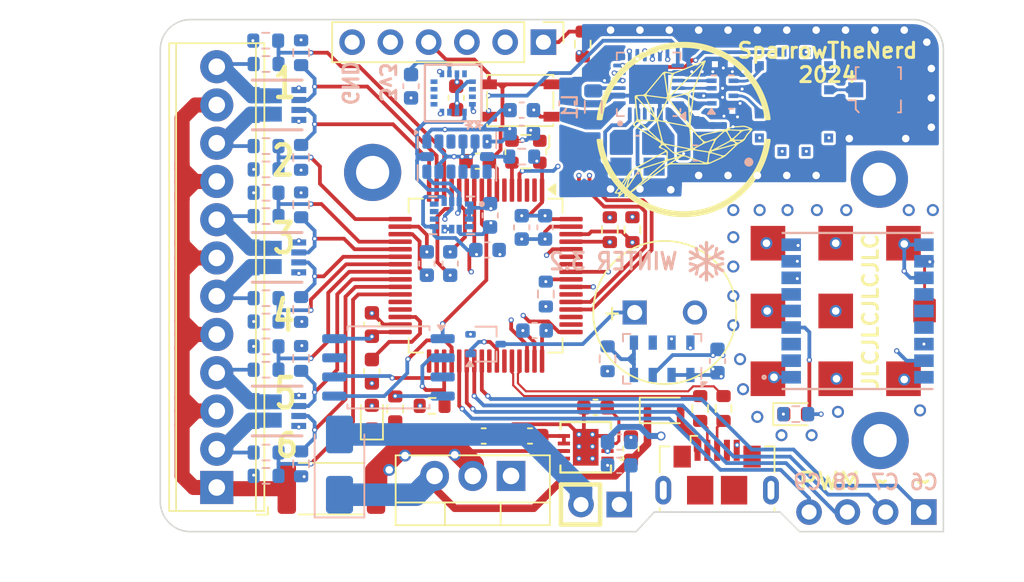
<source format=kicad_pcb>
(kicad_pcb (version 20240108) (generator "pcbnew") (generator_version "8.0")
  (layers (0 "F.Cu" signal) (1 "In1.Cu" power "GND.Cu") (2 "In2.Cu" signal) (3 "In3.Cu" power "PWR.Cu") (4 "In4.Cu" power "GND2.Cu") (5 "In5.Cu" signal) (6 "In6.Cu" power "GND3.Cu") (31 "B.Cu" signal) (34 "B.Paste" user) (35 "F.Paste" user) (36 "B.SilkS" user "B.Silkscreen") (37 "F.SilkS" user "F.Silkscreen") (38 "B.Mask" user) (39 "F.Mask" user) (44 "Edge.Cuts" user))
  (net 0 "")
  (net 1 "+3V3")
  (net 2 "Net-(AE1-A)")
  (net 3 "Net-(AE2-A)")
  (net 4 "Net-(U1-CAP)")
  (net 5 "/NRST")
  (net 6 "Net-(U6-VCAP_1)")
  (net 7 "Net-(U12-VREG)")
  (net 8 "Net-(U12-REF)")
  (net 9 "Net-(U12-BYP)")
  (net 10 "Net-(U10-VREG)")
  (net 11 "Net-(U10-VR_PA)")
  (net 12 "Net-(D1-A)")
  (net 13 "Net-(D1-K)")
  (net 14 "Net-(D2-K)")
  (net 15 "/LIPO+")
  (net 16 "Net-(D4-A)")
  (net 17 "Net-(FL1-SW_RFI)")
  (net 18 "Net-(FL1-RFI_N)")
  (net 19 "Net-(FL1-RFO)")
  (net 20 "Net-(FL1-SW_RFO)")
  (net 21 "Net-(FL1-RFI_P)")
  (net 22 "/PY+")
  (net 23 "/2-")
  (net 24 "/4-")
  (net 25 "/5-")
  (net 26 "/1-")
  (net 27 "/6-")
  (net 28 "/3-")
  (net 29 "/BOOT0")
  (net 30 "/SWCLK")
  (net 31 "/SWDIO")
  (net 32 "/SERVO3")
  (net 33 "/SERVO2")
  (net 34 "/SERVO1")
  (net 35 "/SERVO4")
  (net 42 "Net-(J5-D+)")
  (net 44 "Net-(J5-D-)")
  (net 45 "Net-(U10-DCC_SW)")
  (net 46 "Net-(Q4-C)")
  (net 47 "/PY2")
  (net 48 "/PY1")
  (net 49 "/PY4")
  (net 50 "/PY3")
  (net 51 "/PY5")
  (net 52 "/PY6")
  (net 53 "Net-(Q4-B)")
  (net 54 "Net-(U4-~{CS})")
  (net 55 "Net-(R2-Pad1)")
  (net 56 "/MISO1")
  (net 57 "/MISO2")
  (net 58 "/SCL")
  (net 59 "/SDA")
  (net 60 "/SENSE2")
  (net 61 "/D+")
  (net 62 "/D-")
  (net 63 "/SENSE6")
  (net 64 "/SENSE5")
  (net 65 "/SENSE4")
  (net 66 "/SENSE3")
  (net 67 "/SENSE1")
  (net 86 "/DIO2")
  (net 89 "/LoRa_INT")
  (net 93 "/CS_LoRa")
  (net 95 "/LoRa-BUSY")
  (net 96 "/LoRa_RST")
  (net 98 "/MOSI1")
  (net 99 "/MOSI2")
  (net 100 "/CS_FL")
  (net 101 "/SCK1")
  (net 105 "Net-(U6-PH0)")
  (net 107 "/SCK2")
  (net 120 "/TCXO-Comp")
  (net 122 "Net-(U10-XTA)")
  (net 124 "GNDREF")
  (net 125 "+4V8")
  (net 129 "Net-(D3-K)")
  (footprint "TerminalBlock_Phoenix:TerminalBlock_Phoenix_MPT-0,5-12-2.54_1x12_P2.54mm_Horizontal" (layer "F.Cu") (at 82 77.52 90)
    (property "Reference" "J1" (hide yes))
    (property "Value" "Screw_Terminal_01x12" (hide yes))
  )
  (footprint "Diode_SMD:D_SOD-323F" (layer "F.Cu") (at 111.7 72.4)
    (property "Reference" "D4" (hide yes))
    (property "Value" "PMEG1020EJ" (hide yes))
  )
  (footprint "Resistor_SMD:R_0603_1608Metric" (layer "F.Cu") (at 96.3 72.1 180)
    (property "Reference" "R4" (hide yes))
    (property "Value" "4.7kΩ")
  )
  (footprint "Capacitor_SMD:C_0603_1608Metric" (layer "F.Cu") (at 109.5 74.95 -90)
    (property "Reference" "C8" (hide yes))
    (property "Value" "10µF")
  )
  (footprint "Resistor_SMD:R_0603_1608Metric" (layer "F.Cu") (at 106.3 48.075 -90)
    (property "Reference" "R10" (hide yes))
    (property "Value" "10kΩ")
  )
  (footprint "Capacitor_SMD:C_0603_1608Metric" (layer "F.Cu") (at 102.8 74.1)
    (property "Reference" "C19" (hide yes))
    (property "Value" "10µF")
  )
  (footprint "Package_QFP:LQFP-64_10x10mm_P0.5mm" (layer "F.Cu") (at 99.85 63.45 -90)
    (property "Reference" "U6" (hide yes))
    (property "Value" "STM32F446RETx" (hide yes))
  )
  (footprint "Connector_USB:USB_Micro-B_GCT_USB3076-30-A" (layer "F.Cu") (at 115.225 76.5)
    (property "Reference" "J5" (hide yes))
    (property "Value" "USB_B_Micro" (hide yes))
  )
  (footprint "Capacitor_SMD:C_0603_1608Metric" (layer "F.Cu") (at 92.3 66.7 90)
    (property "Reference" "C11" (hide yes))
    (property "Value" "100nF")
  )
  (footprint "Capacitor_SMD:C_0603_1608Metric" (layer "F.Cu") (at 92.3 69.8 -90)
    (property "Reference" "C10" (hide yes))
    (property "Value" "4.7uF")
  )
  (footprint "rev3footprints:CP-8-11_ADI" (layer "F.Cu") (at 106.4978 74.85 180)
    (property "Reference" "U12" (hide yes))
    (property "Value" "ADM7150ACPZ-4.8-R2" (hide yes))
  )
  (footprint "Connector_PinHeader_2.54mm:PinHeader_1x04_P2.54mm_Vertical" (layer "F.Cu") (at 128.95 79.15 -90)
    (property "Reference" "J4" (hide yes))
    (property "Value" "Conn_01x04")
  )
  (footprint "Resistor_SMD:R_2512_6332Metric" (layer "F.Cu") (at 89.6125 77.6)
    (property "Reference" "R9" (hide yes))
    (property "Value" "CSRT2512FT2R00-UP" (hide yes))
  )
  (footprint "LED_SMD:LED_0603_1608Metric" (layer "F.Cu") (at 120.4375 72.65)
    (property "Reference" "D1" (hide yes))
    (property "Value" "LED_RD")
  )
  (footprint "Resistor_SMD:R_0603_1608Metric" (layer "F.Cu") (at 108.1 60.4 90)
    (property "Reference" "R6" (hide yes))
    (property "Value" "10kΩ")
  )
  (footprint "MountingHole:MountingHole_2.2mm_M2_DIN965_Pad_TopBottom" (layer "F.Cu") (at 126 57.05)
    (property "Reference" "REF**" (hide yes))
    (property "Value" "MountingHole_2.2mm_M2_DIN965_Pad_TopBottom" (hide yes))
  )
  (footprint "Capacitor_SMD:C_0603_1608Metric" (layer "F.Cu") (at 99.325 55.85 180)
    (property "Reference" "C9" (hide yes))
    (property "Value" "100nF")
  )
  (footprint "Oscillator:Oscillator_SMD_ECS_2520MV-xxx-xx-4Pin_2.5x2.0mm" (layer "F.Cu") (at 102.525 55.225 -90)
    (property "Reference" "Y1" (hide yes))
    (property "Value" "ECS-2520MV-xxx-xx" (hide yes))
  )
  (footprint "Buzzer_Beeper:MagneticBuzzer_ProSignal_ABT-410-RC" (layer "F.Cu") (at 111.75 65.9)
    (property "Reference" "LS1" (hide yes))
    (property "Value" "PB-09N23P-03Q")
  )
  (footprint "Capacitor_SMD:C_0603_1608Metric" (layer "F.Cu") (at 107.15 72.2)
    (property "Reference" "C21" (hide yes))
    (property "Value" "1µF")
  )
  (footprint "MountingHole:MountingHole_2.2mm_M2_DIN965_Pad_TopBottom" (layer "F.Cu") (at 92.35 56.6)
    (property "Reference" "REF**" (hide yes))
    (property "Value" "MountingHole_2.2mm_M2_DIN965_Pad_TopBottom" (hide yes))
  )
  (footprint "MountingHole:MountingHole_2.2mm_M2_DIN965_Pad_TopBottom" (layer "F.Cu") (at 126.05 74.4)
    (property "Reference" "REF**" (hide yes))
    (property "Value" "MountingHole_2.2mm_M2_DIN965_Pad_TopBottom" (hide yes))
  )
  (footprint "Resistor_SMD:R_0603_1608Metric" (layer "F.Cu") (at 93.85 72.3 -90)
    (property "Reference" "R8" (hide yes))
    (property "Value" "22Ω")
  )
  (footprint "Capacitor_SMD:C_0603_1608Metric" (layer "F.Cu") (at 97.9 51.65 -90)
    (property "Reference" "C1" (hide yes))
    (property "Value" "1nF")
  )
  (footprint "Package_TO_SOT_THT:TO-220-3_Vertical" (layer "F.Cu") (at 101.54 76.755 180)
    (property "Reference" "U9" (hide yes))
    (property "Value" "LM1085-12")
  )
  (footprint "LED_SMD:LED_0603_1608Metric" (layer "F.Cu") (at 92.3 72.85 90)
    (property "Reference" "D2" (hide yes))
    (property "Value" "LED_BL")
  )
  (footprint "Button_Switch_SMD:SW_SPST_PTS810" (layer "F.Cu") (at 102.15 51.825 180)
    (property "Reference" "SW1" (hide yes))
    (property "Value" "PTS810" (hide yes))
  )
  (footprint "Resistor_SMD:R_0603_1608Metric" (layer "F.Cu") (at 114.1 72.275 90)
    (property "Reference" "R13" (hide yes))
    (property "Value" "22Ω")
  )
  (footprint "Capacitor_SMD:C_0603_1608Metric" (layer "F.Cu") (at 99.725 74.1)
    (property "Reference" "C17" (hide yes))
    (property "Value" "10µF")
  )
  (footprint "Connector_PinHeader_2.54mm:PinHeader_1x02_P2.54mm_Vertical" (layer "F.Cu") (at 108.725 78.65 -90)
    (property "Reference" "J2" (hide yes))
    (property "Value" "Screw_Terminal_01x02" (hide yes))
  )
  (footprint "Resistor_SMD:R_0603_1608Metric" (layer "F.Cu") (at 115.65 72.275 90)
    (property "Reference" "R12" (hide yes))
    (property "Value" "22Ω")
  )
  (footprint "rev3footprints:TAOGLAS SGGP.12.4.A.02" (layer "F.Cu") (at 123.1 65.8 90)
    (property "Reference" "AE2" (hide yes))
    (property "Value" "Patch_Antenna")
  )
  (footprint "Resistor_SMD:R_0603_1608Metric" (layer "F.Cu") (at 109.6 60.4 90)
    (property "Reference" "R7" (hide yes))
    (property "Value" "10kΩ")
  )
  (footprint "Connector_PinHeader_2.54mm:PinHeader_1x06_P2.54mm_Vertical" (layer "F.Cu") (at 103.69 47.95 -90)
    (property "Reference" "J3" (hide yes))
    (property "Value" "Conn_01x06" (hide yes))
  )
  (footprint "Resistor_SMD:R_0603_1608Metric" (layer "B.Cu") (at 87.6 58.75 -90)
    (property "Reference" "R23" (hide yes))
    (property "Value" "470Ω")
  )
  (footprint "Capacitor_SMD:C_0603_1608Metric" (layer "B.Cu") (at 108.725 74.5 180)
    (property "Reference" "C20" (hide yes))
    (property "Value" "10µF")
  )
  (footprint "Package_TO_SOT_SMD:SOT-323_SC-70" (layer "B.Cu") (at 99.85 68)
    (property "Reference" "Q4" (hide yes))
    (property "Value" "BFU520WF")
  )
  (footprint "Capacitor_SMD:C_0603_1608Metric" (layer "B.Cu") (at 103.1 67.1 180)
    (property "Reference" "C15" (hide yes))
    (property "Value" "100nF")
  )
  (footprint "Capacitor_SMD:C_0201_0603Metric" (layer "B.Cu") (at 115.674651 53.8075 90)
    (property "Reference" "C24" (hide yes))
    (property "Value" "47nF")
  )
  (footprint "Connector_Coaxial:U.FL_Molex_MCRF_73412-0110_Vertical" (layer "B.Cu") (at 125.929651 51.1125 90)
    (property "Reference" "AE1" (hide yes))
    (property "Value" "U.FL")
  )
  (footprint "Resistor_SMD:R_0603_1608Metric" (layer "B.Cu") (at 85.275 54.85)
    (property "Reference" "R18" (hide yes))
    (property "Value" "100kΩ")
  )
  (footprint "Capacitor_SMD:C_0603_1608Metric" (layer "B.Cu") (at 102.25 52.463996)
    (property "Reference" "C3" (hide yes))
    (property "Value" "0.1uF")
  )
  (footprint "Capacitor_SMD:C_0603_1608Metric" (layer "B.Cu") (at 97.5 62.65 90)
    (property "Reference" "C13" (hide yes))
    (property "Value" "100nF")
  )
  (footprint "Package_LGA:LGA-8_3x5mm_P1.25mm" (layer "B.Cu") (at 111.575 68.975 90)
    (property "Reference" "U3" (hide yes))
    (property "Value" "MS5607-02BA")
  )
  (footprint "Resistor_SMD:R_0603_1608Metric" (layer "B.Cu") (at 85.275 56.4)
    (property "Reference" "R11" (hide yes))
    (property "Value" "27kΩ")
  )
  (footprint "Resistor_SMD:R_0603_1608Metric" (layer "B.Cu") (at 85.275 57.95)
    (property "Reference" "R28" (hide yes))
    (property "Value" "27kΩ")
  )
  (footprint "Capacitor_SMD:C_0603_1608Metric" (layer "B.Cu") (at 105.25 52.015108 90)
    (property "Reference" "C22" (hide yes))
    (property "Value" "470nF")
  )
  (footprint "rev3footprints:TRANS_SI7232DN-T1-GE3" (layer "B.Cu") (at 86.0075 72.4425 180)
    (property "Reference" "Q3" (hide yes))
    (property "Value" "SI7232DN-T1-GE3")
  )
  (footprint "Resistor_SMD:R_0603_1608Metric" (layer "B.Cu") (at 120.45 72.65 180)
    (property "Reference" "R5" (hide yes))
    (property "Value" "220Ω")
  )
  (footprint "Resistor_SMD:R_0603_1608Metric" (layer "B.Cu") (at 85.275 75.2)
    (property "Reference" "R14" (hide yes))
    (property "Value" "100kΩ")
  )
  (footprint "Capacitor_SMD:C_0201_0603Metric" (layer "B.Cu") (at 114.924651 53.8125 90)
    (property "Reference" "C25" (hide yes))
    (property "Value" "47pF")
  )
  (footprint "Resistor_SMD:R_0603_1608Metric" (layer "B.Cu") (at 107.95 68.975 -90)
    (property "Reference" "R2" (hide yes))
    (property "Value" "10kΩ")
  )
  (footprint "Resistor_SMD:R_0603_1608Metric" (layer "B.Cu") (at 85.275 49.4)
    (property "Reference" "R19" (hide yes))
    (property "Value" "100kΩ")
  )
  (footprint "rev3footprints:TRANS_SI7232DN-T1-GE3" (layer "B.Cu") (at 86.0075 62.2425 180)
    (property "Reference" "Q2" (hide yes))
    (property "Value" "SI7232DN-T1-GE3")
  )
  (footprint "Resistor_SMD:R_0603_1608Metric" (layer "B.Cu") (at 85.275 64.95)
    (property "Reference" "R16" (hide yes))
    (property "Value" "100kΩ")
  )
  (footprint "Package_DFN_QFN:QFN-24-1EP_4x4mm_P0.5mm_EP2.6x2.6mm" (layer "B.Cu") (at 110.674434 50.75 90)
    (property "Reference" "U10" (hide yes))
    (property "Value" "SX1262IMLTRT")
  )
  (footprint "Resistor_SMD:R_0603_1608Metric" (layer "B.Cu") (at 85.275 69.7)
    (property "Reference" "R15" (hide yes))
    (property "Value" "100kΩ")
  )
  (footprint "Capacitor_SMD:C_0603_1608Metric" (layer "B.Cu") (at 100.15 59.45 90)
    (property "Reference" "C7" (hide yes))
    (property "Value" "100nF")
  )
  (footprint "Resistor_SMD:R_0603_1608Metric" (layer "B.Cu") (at 85.275 76.75)
    (property "Reference" "R29" (hide yes))
    (property "Value" "27kΩ")
  )
  (footprint "Resistor_SMD:R_0603_1608Metric" (layer "B.Cu") (at 87.6 75.95 90)
    (property "Reference" "R20" (hide yes))
    (property "Value" "470Ω")
  )
  (footprint "Diode_SMD:D_SMA" (layer "B.Cu") (at 90.15 76 90)
    (property "Reference" "D3" (hide yes))
    (property "Value" "SK510A-LTP")
  )
  (footprint "Capacitor_SMD:C_0603_1608Metric" (layer "B.Cu") (at 99.975 61.75 180)
    (property "Reference" "C6" (hide yes))
    (property "Value" "100nF")
  )
  (footprint "Capacitor_SMD:C_0603_1608Metric" (layer "B.Cu") (at 94.9 50.875 90)
    (property "Reference" "C5" (hide yes))
    (property "Value" "100nF")
  )
  (footprint "rev3footprints:LSM6DSO32TR" (layer "B.Cu") (at 97.6 59.45 180)
    (property "Reference" "U2" (hide yes))
    (property "Value" "LSM6DSO32TR")
  )
  (footprint "Capacitor_SMD:C_0603_1608Metric" (layer "B.Cu") (at 95.95 62.65 90)
    (property "Reference" "C12" (hide yes))
    (property "Value" "100nF")
  )
  (footprint "Capacitor_SMD:C_0603_1608Metric" (layer "B.Cu") (at 108.725 76.05 180)
    (property "Reference" "C18" (hide yes))
    (property "Value" "10µF")
  )
  (footprint "Capacitor_SMD:C_0603_1608Metric" (layer "B.Cu") (at 113.779651 55.3125 180)
    (property "Reference" "C23" (hide yes))
    (property "Value" "100nF")
  )
  (footprint "Inductor_SMD:L_0805_2012Metric" (layer "B.Cu") (at 107 52.25 -90)
    (property "Reference" "L1")
    (property "Value" "15uH")
  )
  (footprint "Resistor_SMD:R_0603_1608Metric" (layer "B.Cu") (at 87.6 68.95 -90)
    (property "Reference" "R21" (hide yes))
    (property "Value" "470Ω")
  )
  (footprint "rev3footprints:TRANS_SI7232DN-T1-GE3" (layer "B.Cu") (at 86.015 52.12 180)
    (property "Reference" "Q1" (hide yes))
    (property "Value" "SI7232DN-T1-GE3")
  )
  (footprint "rev3footprints:SKY66105-11" (layer "B.Cu") (at 120.329651 51.9125)
    (property "Reference" "U5" (hide yes))
    (property "Value" "SKY66105-11")
  )
  (footprint "Resistor_SMD:R_0603_1608Metric" (layer "B.Cu") (at 87.6 65.7 90)
    (property "Reference" "R22" (hide yes))
    (property "Value" "470Ω")
  )
  (footprint "Resistor_SMD:R_0603_1608Metric" (layer "B.Cu") (at 87.6 48.65 -90)
    (property "Reference" "R25" (hide yes))
    (property "Value" "470Ω")
  )
  (footprint "Resistor_SMD:R_0603_1608Metric" (layer "B.Cu") (at 87.6 55.6 90)
    (property "Reference" "R24" (hide yes))
    (property "Value" "470Ω")
  )
  (footprint "Resistor_SMD:R_0603_1608Metric" (layer "B.Cu") (at 102.25 55.55)
    (property "Reference" "R1" (hide yes))
    (property "Value" "10kΩ")
  )
  (footprint "Resistor_SMD:R_0603_1608Metric" (layer "B.Cu") (at 85.25 47.85)
    (property "Reference" "R26" (hide yes))
    (property "Value" "27kΩ")
  )
  (footprint "Resistor_SMD:R_0603_1608Metric" (layer "B.Cu") (at 85.275 66.5)
    (property "Reference" "R27" (hide yes))
    (property "Value" "27kΩ")
  )
  (footprint "Resistor_SMD:R_0603_1608Metric" (layer "B.Cu") (at 85.275 68.15)
    (property "Reference" "R30" (hide yes))
    (property "Value" "27kΩ")
  )
  (footprint "Capacitor_SMD:C_0603_1608Metric" (layer "B.Cu") (at 103.8 60.25 -90)
    (property "Reference" "C14" (hide yes))
    (property "Value" "100nF")
  )
  (footprint "Capacitor_SMD:C_0603_1608Metric" (layer "B.Cu") (at 115.25 69.125 -90)
    (property "Reference" "C4" (hide yes))
    (property "Value" "100nF")
  )
  (footprint "Resistor_SMD:R_0603_1608Metric" (layer "B.Cu") (at 85.275 59.5)
    (property "Reference" "R17" (hide yes))
    (property "Value" "100kΩ")
  )
  (footprint "Inductor_SMD:L_0402_1005Metric" (layer "B.Cu") (at 113.796964 52.6625 -90)
    (property "Reference" "L2" (hide yes))
    (property "Value" "47nH")
  )
  (footprint "Capacitor_SMD:C_0603_1608Metric" (layer "B.Cu") (at 102.25 54 180)
    (property "Reference" "C2" (hide yes))
    (property "Value" "1uF (tantalum)")
  )
  (footprint "Capacitor_SMD:C_0603_1608Metric" (layer "B.Cu") (at 102.25 60.25 -90)
    (property "Reference" "C16" (hide yes))
    (property "Value" "4.7uF")
  )
  (footprint "rev3footprints:MMC5983MA_MEM" (layer "B.Cu") (at 97.7 51.325001 90)
    (property "Reference" "U1" (hide yes))
    (property "Value" "MMC5983MA")
  )
  (footprint "Package_SO:SOIC-8_5.23x5.23mm_P1.27mm" (layer "B.Cu") (at 93.4 69.545 180)
    (property "Reference" "U8" (hide yes))
    (property "Value" "W25Q32JVSS")
  )
  (footprint "rev3footprints:MAX-M10S-00B" (layer "B.Cu") (at 124.55 65.8)
    (property "Reference" "U7" (hide yes))
    (property "Value" "MAX-M10S-00B")
  )
  (footprint "Package_LGA:LGA-14_3x5mm_P0.8mm_LayoutBorder1x6y" (layer "B.Cu") (at 97.95 55.55 -90)
    (property "Reference" "U4" (hide yes))
    (property "Value" "ADXL375")
  )
  (footprint "rev3footprints:OSC_ATX-11-F-32.000MHZ-F05-T" (layer "B.Cu") (at 109.939184 55.415108 -90)
    (property "Reference" "Y2" (hide yes))
    (property "Value" "ATX-11-F-32.000MHZ-F05-T")
  )
  (footprint "Resistor_SMD:R_0603_1608Metric" (layer "B.Cu") (at 103.85 64.675 -90)
    (property "Reference" "R3" (hide yes))
    (property "Value" "4.7kΩ")
  )
  (footprint "RF_Converter:Balun_Johanson_0900FM15K0039" (layer "B.Cu") (at 115.587217 51.2625)
    (property "Reference" "FL1" (hide yes))
    (property "Value" "0900FM15K0039")
  )
  (gr_poly (pts (xy 114.524546 61.145471) (xy 114.530139 61.145879) (xy 114.535651 61.146552) (xy 114.541075 61.147483) (xy 114.546403 61.148665) (xy 114.55163 61.150091) (xy 114.556747 61.151755) (xy 114.561748 61.15365) (xy 114.566627 61.155769) (xy 114.571376 61.158106) (xy 114.575988 61.160654) (xy 114.580457 61.163407) (xy 114.584775 61.166358) (xy 114.588935 61.1695) (xy 114.592931 61.172826) (xy 114.596756 61.17633) (xy 114.600403 61.180006) (xy 114.603865 61.183846) (xy 114.607134 61.187844) (xy 114.610205 61.191993) (xy 114.613069 61.196287) (xy 114.615721 61.200719) (xy 114.618153 61.205283) (xy 114.620359 61.209971) (xy 114.622331 61.214777) (xy 114.624062 61.219694) (xy 114.625546 61.224716) (xy 114.626776 61.229837) (xy 114.627745 61.235049) (xy 114.628445 61.240345) (xy 114.62887 61.24572) (xy 114.629014 61.251166) (xy 114.629014 61.659048) (xy 114.833505 61.413197) (xy 114.837402 61.409242) (xy 114.84146 61.405521) (xy 114.845668 61.402034) (xy 114.850015 61.398783) (xy 114.854494 61.395768) (xy 114.859093 61.392989) (xy 114.863803 61.390447) (xy 114.868615 61.388143) (xy 114.873518 61.386076) (xy 114.878502 61.384247) (xy 114.883559 61.382658) (xy 114.888677 61.381307) (xy 114.893848 61.380197) (xy 114.899062 61.379326) (xy 114.904308 61.378697) (xy 114.909578 61.378309) (xy 114.91486 61.378163) (xy 114.920147 61.378259) (xy 114.925427 61.378598) (xy 114.93069 61.379181) (xy 114.935929 61.380007) (xy 114.941131 61.381078) (xy 114.946288 61.382393) (xy 114.95139 61.383954) (xy 114.956427 61.385761) (xy 114.961389 61.387814) (xy 114.966267 61.390114) (xy 114.971051 61.392661) (xy 114.975731 61.395456) (xy 114.980297 61.3985) (xy 114.984739 61.401792) (xy 114.989048 61.405334) (xy 114.993165 61.409079) (xy 114.997039 61.412978) (xy 115.000667 61.417022) (xy 115.004051 61.4212) (xy 115.007189 61.425504) (xy 115.010082 61.429923) (xy 115.012727 61.43445) (xy 115.015126 61.439073) (xy 115.017277 61.443785) (xy 115.01918 61.448575) (xy 115.020834 61.453434) (xy 115.022239 61.458352) (xy 115.023394 61.463321) (xy 115.0243 61.468331) (xy 115.024955 61.473373) (xy 115.025358 61.478436) (xy 115.02551 61.483512) (xy 115.02541 61.488592) (xy 115.025057 61.493665) (xy 115.024451 61.498724) (xy 115.023591 61.503757) (xy 115.022476 61.508756) (xy 115.021108 61.513711) (xy 115.019483 61.518613) (xy 115.017604 61.523453) (xy 115.015467 61.528222) (xy 115.013074 61.532909) (xy 115.010424 61.537505) (xy 115.007516 61.542001) (xy 115.004349 61.546388) (xy 115.000924 61.550657) (xy 114.99724 61.554797) (xy 114.629019 61.865) (xy 114.629019 62.308711) (xy 115.012257 62.086853) (xy 115.096067 61.612005) (xy 115.0978 61.606735) (xy 115.099774 61.601627) (xy 115.101979 61.596684) (xy 115.104409 61.59191) (xy 115.107053 61.58731) (xy 115.109905 61.582889) (xy 115.112955 61.57865) (xy 115.116195 61.574597) (xy 115.119617 61.570736) (xy 115.123212 61.567069) (xy 115.126972 61.563602) (xy 115.130889 61.560339) (xy 115.134955 61.557283) (xy 115.13916 61.55444) (xy 115.143497 61.551813) (xy 115.147957 61.549407) (xy 115.152532 61.547225) (xy 115.157213 61.545273) (xy 115.161993 61.543554) (xy 115.166862 61.542073) (xy 115.171813 61.540834) (xy 115.176836 61.539841) (xy 115.181925 61.539098) (xy 115.187069 61.53861) (xy 115.192262 61.538381) (xy 115.197494 61.538415) (xy 115.202757 61.538716) (xy 115.208043 61.539289) (xy 115.213343 61.540138) (xy 115.21865 61.541267) (xy 115.223954 61.542681) (xy 115.229248 61.544383) (xy 115.234461 61.546354) (xy 115.239525 61.548566) (xy 115.244436 61.55101) (xy 115.24919 61.553676) (xy 115.253781 61.556557) (xy 115.258207 61.559643) (xy 115.262461 61.562926) (xy 115.26654 61.566397) (xy 115.270439 61.570047) (xy 115.274153 61.573867) (xy 115.277679 61.577849) (xy 115.281012 61.581985) (xy 115.284147 61.586264) (xy 115.287079 61.59068) (xy 115.289806 61.595222) (xy 115.292321 61.599882) (xy 115.294621 61.604651) (xy 115.2967 61.609522) (xy 115.298556 61.614484) (xy 115.300182 61.619529) (xy 115.301575 61.624649) (xy 115.30273 61.629835) (xy 115.303643 61.635077) (xy 115.30431 61.640368) (xy 115.304725 61.645698) (xy 115.304884 61.65106) (xy 115.304784 61.656443) (xy 115.304419 61.661839) (xy 115.303785 61.667241) (xy 115.302878 61.672638) (xy 115.301692 61.678022) (xy 115.300225 61.683384) (xy 115.190131 61.983882) (xy 115.542419 61.779941) (xy 115.547194 61.777343) (xy 115.552049 61.775025) (xy 115.556974 61.772986) (xy 115.561959 61.771221) (xy 115.566996 61.769729) (xy 115.572076 61.768507) (xy 115.577189 61.767552) (xy 115.582325 61.766862) (xy 115.587477 61.766433) (xy 115.592634 61.766264) (xy 115.597788 61.766351) (xy 115.602929 61.766691) (xy 115.608048 61.767283) (xy 115.613135 61.768123) (xy 115.618183 61.769209) (xy 115.62318 61.770538) (xy 115.628119 61.772107) (xy 115.63299 61.773914) (xy 115.637784 61.775956) (xy 115.642491 61.778231) (xy 115.647103 61.780735) (xy 115.65161 61.783465) (xy 115.656003 61.786421) (xy 115.660273 61.789597) (xy 115.66441 61.792993) (xy 115.668406 61.796605) (xy 115.672251 61.80043) (xy 115.675936 61.804466) (xy 115.679452 61.808711) (xy 115.682789 61.813161) (xy 115.685939 61.817813) (xy 115.688892 61.822666) (xy 115.691607 61.827657) (xy 115.694051 61.832718) (xy 115.696226 61.837841) (xy 115.698134 61.843016) (xy 115.699778 61.848235) (xy 115.70116 61.853486) (xy 115.702281 61.858762) (xy 115.703146 61.864053) (xy 115.703754 61.869349) (xy 115.70411 61.874641) (xy 115.704215 61.879921) (xy 115.704072 61.885178) (xy 115.703683 61.890403) (xy 115.703049 61.895587) (xy 115.702175 61.90072) (xy 115.70106 61.905794) (xy 115.699709 61.910798) (xy 115.698123 61.915724) (xy 115.696305 61.920563) (xy 115.694257 61.925304) (xy 115.69198 61.929939) (xy 115.689478 61.934458) (xy 115.686753 61.938851) (xy 115.683807 61.943111) (xy 115.680642 61.947226) (xy 115.67726 61.951189) (xy 115.673665 61.954989) (xy 115.669857 61.958617) (xy 115.66584 61.962064) (xy 115.661616 61.96532) (xy 115.657187 61.968377) (xy 115.652554 61.971225) (xy 115.300272 62.175165) (xy 115.614851 62.229812) (xy 115.620216 62.231219) (xy 115.625459 62.232882) (xy 115.630574 62.234792) (xy 115.635556 62.236942) (xy 115.6404 62.239324) (xy 115.6451 62.241928) (xy 115.649651 62.244747) (xy 115.654047 62.247773) (xy 115.658284 62.250997) (xy 115.662355 62.254411) (xy 115.666257 62.258007) (xy 115.669982 62.261776) (xy 115.673527 62.265711) (xy 115.676886 62.269804) (xy 115.680052 62.274045) (xy 115.683022 62.278426) (xy 115.68579 62.282941) (xy 115.68835 62.287579) (xy 115.690697 62.292333) (xy 115.692826 62.297195) (xy 115.694732 62.302157) (xy 115.696408 62.30721) (xy 115.697851 62.312346) (xy 115.699054 62.317556) (xy 115.700012 62.322834) (xy 115.70072 62.328169) (xy 115.701172 62.333555) (xy 115.701364 62.338982) (xy 115.70129 62.344443) (xy 115.700944 62.349929) (xy 115.700322 62.355433) (xy 115.699417 62.360945) (xy 115.698241 62.366394) (xy 115.69681 62.371707) (xy 115.695132 62.37688) (xy 115.693216 62.381907) (xy 115.691068 62.386784) (xy 115.688697 62.391506) (xy 115.686111 62.396066) (xy 115.683317 62.400461) (xy 115.680323 62.404685) (xy 115.677137 62.408732) (xy 115.673768 62.412598) (xy 115.670222 62.416278) (xy 115.666509 62.419766) (xy 115.662634 62.423057) (xy 115.658608 62.426146) (xy 115.654436 62.429028) (xy 115.650128 62.431699) (xy 115.64569 62.434151) (xy 115.641132 62.436382) (xy 115.63646 62.438384) (xy 115.631683 62.440154) (xy 115.626808 62.441686) (xy 115.621844 62.442975) (xy 115.616798 62.444016) (xy 115.611677 62.444803) (xy 115.606491 62.445332) (xy 115.601246 62.445598) (xy 115.595951 62.445595) (xy 115.590613 62.445318) (xy 115.585241 62.444761) (xy 115.579841 62.443921) (xy 115.574423 62.442791) (xy 115.122393 62.278141) (xy 114.687757 62.5) (xy 115.122387 62.721863) (xy 115.574417 62.557213) (xy 115.579835 62.556083) (xy 115.585234 62.555243) (xy 115.590606 62.554687) (xy 115.595944 62.55441) (xy 115.601239 62.554407) (xy 115.606483 62.554672) (xy 115.611669 62.555201) (xy 115.616789 62.555989) (xy 115.621835 62.557029) (xy 115.6268 62.558318) (xy 115.631674 62.55985) (xy 115.636451 62.56162) (xy 115.641123 62.563623) (xy 115.645681 62.565853) (xy 115.650119 62.568306) (xy 115.654427 62.570976) (xy 115.658598 62.573858) (xy 115.662625 62.576948) (xy 115.6665 62.580239) (xy 115.670213 62.583727) (xy 115.673759 62.587406) (xy 115.677129 62.591272) (xy 115.680314 62.59532) (xy 115.683308 62.599543) (xy 115.686103 62.603938) (xy 115.688689 62.608499) (xy 115.691061 62.61322) (xy 115.693209 62.618097) (xy 115.695126 62.623125) (xy 115.696804 62.628298) (xy 115.698235 62.633611) (xy 115.699412 62.639059) (xy 115.700263 62.644191) (xy 115.700868 62.649315) (xy 115.701234 62.654426) (xy 115.701363 62.659516) (xy 115.70126 62.66458) (xy 115.70093 62.66961) (xy 115.700376 62.674599) (xy 115.699604 62.679542) (xy 115.698617 62.684431) (xy 115.697419 62.689259) (xy 115.696015 62.69402) (xy 115.69441 62.698708) (xy 115.692607 62.703315) (xy 115.690611 62.707835) (xy 115.688426 62.712262) (xy 115.686056 62.716587) (xy 115.683111 62.721423) (xy 115.679936 62.726108) (xy 115.676536 62.730632) (xy 115.672919 62.734984) (xy 115.669089 62.739154) (xy 115.665054 62.743134) (xy 115.660821 62.746912) (xy 115.656395 62.750478) (xy 115.651784 62.753823) (xy 115.646993 62.756936) (xy 115.642029 62.759808) (xy 115.636899 62.762428) (xy 115.631608 62.764787) (xy 115.626164 62.766873) (xy 115.620573 62.768679) (xy 115.614841 62.770192) (xy 115.300262 62.824839) (xy 115.652549 63.02878) (xy 115.657182 63.031627) (xy 115.661611 63.034683) (xy 115.665836 63.037939) (xy 115.669853 63.041386) (xy 115.673661 63.045014) (xy 115.677257 63.048813) (xy 115.680638 63.052775) (xy 115.683804 63.056891) (xy 115.68675 63.06115) (xy 115.689475 63.065543) (xy 115.691977 63.070062) (xy 115.694253 63.074696) (xy 115.696302 63.079437) (xy 115.69812 63.084275) (xy 115.699705 63.089201) (xy 115.701056 63.094205) (xy 115.70217 63.099279) (xy 115.703045 63.104412) (xy 115.703678 63.109596) (xy 115.704067 63.114821) (xy 115.70421 63.120077) (xy 115.704104 63.125356) (xy 115.703748 63.130648) (xy 115.703139 63.135944) (xy 115.702274 63.141235) (xy 115.701152 63.14651) (xy 115.69977 63.151762) (xy 115.698126 63.156979) (xy 115.696217 63.162154) (xy 115.694042 63.167277) (xy 115.691597 63.172338) (xy 115.688882 63.177328) (xy 115.685929 63.18218) (xy 115.68278 63.186833) (xy 115.679443 63.191283) (xy 115.675927 63.195528) (xy 115.672242 63.199564) (xy 115.668398 63.20339) (xy 115.664402 63.207002) (xy 115.660265 63.210397) (xy 115.655995 63.213574) (xy 115.651602 63.216529) (xy 115.647095 63.219261) (xy 115.642483 63.221765) (xy 115.637776 63.224039) (xy 115.632982 63.226081) (xy 115.628111 63.227888) (xy 115.623172 63.229458) (xy 115.618174 63.230787) (xy 115.613126 63.231873) (xy 115.608039 63.232713) (xy 115.60292 63.233305) (xy 115.597778 63.233646) (xy 115.592625 63.233733) (xy 115.587467 63.233563) (xy 115.582315 63.233134) (xy 115.577179 63.232444) (xy 115.572066 63.231489) (xy 115.566986 63.230266) (xy 115.561949 63.228774) (xy 115.556963 63.227009) (xy 115.552038 63.224969) (xy 115.547184 63.222651) (xy 115.542408 63.220053) (xy 115.190121 63.016112) (xy 115.300214 63.316609) (xy 115.301682 63.321972) (xy 115.302868 63.327355) (xy 115.303775 63.332752) (xy 115.30441 63.338153) (xy 115.304775 63.343549) (xy 115.304875 63.348932) (xy 115.304716 63.354293) (xy 115.304301 63.359623) (xy 115.303634 63.364914) (xy 115.302721 63.370157) (xy 115.301566 63.375342) (xy 115.300173 63.380462) (xy 115.298546 63.385508) (xy 115.296691 63.39047) (xy 115.294611 63.39534) (xy 115.292311 63.40011) (xy 115.289796 63.40477) (xy 115.287069 63.409313) (xy 115.284136 63.413728) (xy 115.281001 63.418008) (xy 115.277669 63.422143) (xy 115.274143 63.426126) (xy 115.270429 63.429946) (xy 115.26653 63.433597) (xy 115.262451 63.437067) (xy 115.258197 63.44035) (xy 115.253773 63.443437) (xy 115.249181 63.446317) (xy 115.244428 63.448984) (xy 115.239518 63.451427) (xy 115.234454 63.453639) (xy 115.229242 63.455611) (xy 115.223949 63.457313) (xy 115.218644 63.458727) (xy 115.213338 63.459856) (xy 115.208038 63.460705) (xy 115.202752 63.461278) (xy 115.197488 63.461579) (xy 115.192256 63.461613) (xy 115.187064 63.461384) (xy 115.181919 63.460896) (xy 115.176831 63.460153) (xy 115.171807 63.45916) (xy 115.166857 63.457921) (xy 115.161988 63.45644) (xy 115.157208 63.454721) (xy 115.152527 63.452769) (xy 115.147952 63.450587) (xy 115.143492 63.448181) (xy 115.139155 63.445554) (xy 115.134949 63.442711) (xy 115.130884 63.439655) (xy 115.126967 63.436392) (xy 115.123207 63.432925) (xy 115.119611 63.429258) (xy 115.116189 63.425397) (xy 115.112949 63.421344) (xy 115.109899 63.417105) (xy 115.107048 63.412684) (xy 115.104403 63.408084) (xy 115.101974 63.40331) (xy 115.099768 63.398367) (xy 115.097795 63.393259) (xy 115.096061 63.387989) (xy 115.012252 62.913136) (xy 114.629014 62.691278) (xy 114.629014 63.135) (xy 114.99724 63.445202) (xy 115.000924 63.449342) (xy 115.00435 63.453611) (xy 115.007516 63.457998) (xy 115.010424 63.462494) (xy 115.013074 63.46709) (xy 115.015467 63.471777) (xy 115.017604 63.476545) (xy 115.019484 63.481385) (xy 115.021108 63.486287) (xy 115.022477 63.491242) (xy 115.023591 63.496241) (xy 115.024451 63.501274) (xy 115.025057 63.506332) (xy 115.02541 63.511405) (xy 115.02551 63.516485) (xy 115.025358 63.521561) (xy 115.024955 63.526624) (xy 115.0243 63.531666) (xy 115.023395 63.536676) (xy 115.022239 63.541644) (xy 115.020834 63.546563) (xy 115.01918 63.551422) (xy 115.017277 63.556212) (xy 115.015126 63.560924) (xy 115.012727 63.565547) (xy 115.010082 63.570074) (xy 115.00719 63.574494) (xy 115.004051 63.578798) (xy 115.000668 63.582976) (xy 114.997039 63.58702) (xy 114.993166 63.590919) (xy 114.989048 63.594665) (xy 114.985041 63.59797) (xy 114.980918 63.601059) (xy 114.976687 63.603932) (xy 114.972355 63.60659) (xy 114.96793 63.609033) (xy 114.963421 63.611261) (xy 114.958834 63.613275) (xy 114.954179 63.615075) (xy 114.949463 63.616663) (xy 114.944694 63.618037) (xy 114.93988 63.619198) (xy 114.935029 63.620148) (xy 114.930148 63.620886) (xy 114.925246 63.621412) (xy 114.92033 63.621728) (xy 114.915409 63.621833) (xy 114.909761 63.621695) (xy 114.904128 63.62128) (xy 114.898522 63.62059) (xy 114.892955 63.619625) (xy 114.887438 63.618385) (xy 114.881984 63.616871) (xy 114.876605 63.615084) (xy 114.871312 63.613024) (xy 114.866117 63.610692) (xy 114.861032 63.608089) (xy 114.85607 63.605214) (xy 114.851241 63.602069) (xy 114.846559 63.598654) (xy 114.842034 63.59497) (xy 114.837679 63.591018) (xy 114.833505 63.586797) (xy 114.629014 63.340946) (xy 114.629014 63.748833) (xy 114.62887 63.754279) (xy 114.628445 63.759654) (xy 114.627745 63.764951) (xy 114.626776 63.770162) (xy 114.625546 63.775283) (xy 114.624062 63.780305) (xy 114.622331 63.785223) (xy 114.620359 63.790029) (xy 114.618153 63.794717) (xy 114.615721 63.79928) (xy 114.613069 63.803712) (xy 114.610205 63.808006) (xy 114.607134 63.812155) (xy 114.603865 63.816153) (xy 114.600403 63.819993) (xy 114.596756 63.823669) (xy 114.592931 63.827173) (xy 114.588935 63.8305) (xy 114.584775 63.833641) (xy 114.580457 63.836592) (xy 114.575988 63.839345) (xy 114.571376 63.841893) (xy 114.566627 63.84423) (xy 114.561749 63.84635) (xy 114.556747 63.848244) (xy 114.55163 63.849908) (xy 114.546403 63.851334) (xy 114.541075 63.852516) (xy 114.535651 63.853447) (xy 114.530139 63.85412) (xy 114.524546 63.854528) (xy 114.518878 63.854666) (xy 114.51321 63.854528) (xy 114.507617 63.85412) (xy 114.502105 63.853447) (xy 114.496682 63.852516) (xy 114.491353 63.851334) (xy 114.486127 63.849908) (xy 114.481009 63.848244) (xy 114.476008 63.84635) (xy 114.471129 63.84423) (xy 114.46638 63.841893) (xy 114.461768 63.839345) (xy 114.4573 63.836592) (xy 114.452982 63.833641) (xy 114.448821 63.8305) (xy 114.444825 63.827173) (xy 114.441 63.823669) (xy 114.437353 63.819993) (xy 114.433892 63.816153) (xy 114.430622 63.812155) (xy 114.427552 63.808006) (xy 114.424687 63.803712) (xy 114.422035 63.79928) (xy 114.419603 63.794717) (xy 114.417398 63.790029) (xy 114.415426 63.785223) (xy 114.413694 63.780305) (xy 114.41221 63.775283) (xy 114.41098 63.770162) (xy 114.410012 63.764951) (xy 114.409311 63.759654) (xy 114.408886 63.754279) (xy 114.408743 63.748833) (xy 114.408743 63.340946) (xy 114.204252 63.586797) (xy 114.200354 63.590753) (xy 114.196296 63.594474) (xy 114.192089 63.597961) (xy 114.187741 63.601212) (xy 114.183262 63.604227) (xy 114.178663 63.607006) (xy 114.173952 63.609548) (xy 114.169141 63.611852) (xy 114.164238 63.613919) (xy 114.159253 63.615747) (xy 114.154196 63.617336) (xy 114.149078 63.618687) (xy 114.143906 63.619797) (xy 114.138693 63.620667) (xy 114.133446 63.621296) (xy 114.128177 63.621683) (xy 114.122894 63.621829) (xy 114.117608 63.621733) (xy 114.112328 63.621394) (xy 114.107064 63.620811) (xy 114.101826 63.619985) (xy 114.096623 63.618914) (xy 114.091466 63.617599) (xy 114.086364 63.616038) (xy 114.081327 63.614232) (xy 114.076365 63.61218) (xy 114.071487 63.60988) (xy 114.066704 63.607334) (xy 114.062024 63.604539) (xy 114.057459 63.601497) (xy 114.053017 63.598206) (xy 114.048708 63.594665) (xy 114.044592 63.590919) (xy 114.040719 63.58702) (xy 114.03709 63.582976) (xy 114.033707 63.578798) (xy 114.030569 63.574494) (xy 114.027677 63.570074) (xy 114.025031 63.565547) (xy 114.022633 63.560924) (xy 114.020482 63.556212) (xy 114.018579 63.551422) (xy 114.016925 63.546563) (xy 114.01552 63.541645) (xy 114.014365 63.536676) (xy 114.013459 63.531666) (xy 114.012804 63.526624) (xy 114.012401 63.521561) (xy 114.012249 63.516485) (xy 114.012349 63.511406) (xy 114.012702 63.506332) (xy 114.013309 63.501274) (xy 114.014169 63.496241) (xy 114.015283 63.491242) (xy 114.016652 63.486287) (xy 114.018276 63.481385) (xy 114.020156 63.476545) (xy 114.022292 63.471777) (xy 114.024686 63.46709) (xy 114.027336 63.462494) (xy 114.030245 63.457998) (xy 114.033411 63.453611) (xy 114.036837 63.449343) (xy 114.040522 63.445202) (xy 114.408743 63.135) (xy 114.408743 62.691278) (xy 114.025504 62.913136) (xy 113.941695 63.387989) (xy 113.939962 63.393259) (xy 113.937988 63.398367) (xy 113.935782 63.40331) (xy 113.933353 63.408084) (xy 113.930709 63.412684) (xy 113.927857 63.417105) (xy 113.924807 63.421344) (xy 113.921567 63.425397) (xy 113.918145 63.429258) (xy 113.91455 63.432925) (xy 113.910789 63.436392) (xy 113.906872 63.439655) (xy 113.902807 63.442711) (xy 113.898601 63.445554) (xy 113.894264 63.448181) (xy 113.889804 63.450587) (xy 113.885229 63.452769) (xy 113.880548 63.454721) (xy 113.875768 63.45644) (xy 113.870898 63.457921) (xy 113.865948 63.45916) (xy 113.860924 63.460153) (xy 113.855835 63.460896) (xy 113.85069 63.461384) (xy 113.845498 63.461613) (xy 113.840265 63.461579) (xy 113.835002 63.461278) (xy 113.829715 63.460705) (xy 113.824415 63.459856) (xy 113.819108 63.458727) (xy 113.813803 63.457313) (xy 113.808509 63.455611) (xy 113.803652 63.453785) (xy 113.798923 63.451749) (xy 113.794326 63.449511) (xy 113.789865 63.447078) (xy 113.785543 63.444458) (xy 113.781364 63.441656) (xy 113.777331 63.438681) (xy 113.773448 63.435539) (xy 113.76972 63.432237) (xy 113.766148 63.428782) (xy 113.762738 63.425183) (xy 113.759492 63.421445) (xy 113.756414 63.417575) (xy 113.753508 63.413582) (xy 113.750778 63.409471) (xy 113.748226 63.40525) (xy 113.745522 63.400277) (xy 113.743064 63.395178) (xy 113.740857 63.389965) (xy 113.738907 63.384648) (xy 113.73722 63.379237) (xy 113.735801 63.373744) (xy 113.734655 63.368179) (xy 113.733787 63.362553) (xy 113.733204 63.356876) (xy 113.732911 63.351159) (xy 113.732913 63.345412) (xy 113.733215 63.339647) (xy 113.733823 63.333873) (xy 113.734742 63.328102) (xy 113.735979 63.322344) (xy 113.737537 63.31661) (xy 113.84763 63.016117) (xy 113.495343 63.220058) (xy 113.490568 63.222657) (xy 113.485713 63.224975) (xy 113.480788 63.227015) (xy 113.475803 63.22878) (xy 113.470766 63.230272) (xy 113.465686 63.231494) (xy 113.460573 63.232449) (xy 113.455437 63.23314) (xy 113.450285 63.233568) (xy 113.445128 63.233738) (xy 113.439974 63.233651) (xy 113.434833 63.23331) (xy 113.429714 63.232718) (xy 113.424627 63.231878) (xy 113.419579 63.230792) (xy 113.414582 63.229463) (xy 113.409643 63.227894) (xy 113.404772 63.226086) (xy 113.399978 63.224044) (xy 113.395271 63.22177) (xy 113.390659 63.219266) (xy 113.386152 63.216535) (xy 113.381759 63.213579) (xy 113.377489 63.210403) (xy 113.373352 63.207007) (xy 113.369356 63.203395) (xy 113.365511 63.199569) (xy 113.361826 63.195533) (xy 113.35831 63.191288) (xy 113.354972 63.186838) (xy 113.351823 63.182186) (xy 113.34887 63.177333) (xy 113.346155 63.172342) (xy 113.343711 63.167281) (xy 113.341536 63.162158) (xy 113.339628 63.156983) (xy 113.337984 63.151765) (xy 113.336602 63.146513) (xy 113.33548 63.141237) (xy 113.334616 63.135946) (xy 113.334007 63.13065) (xy 113.333651 63.125358) (xy 113.333546 63.120078) (xy 113.333689 63.114822) (xy 113.334078 63.109597) (xy 113.334712 63.104413) (xy 113.335586 63.099279) (xy 113.3367 63.094205) (xy 113.338051 63.089201) (xy 113.339637 63.084275) (xy 113.341455 63.079436) (xy 113.343503 63.074695) (xy 113.345779 63.070061) (xy 113.34828 63.065542) (xy 113.351005 63.061148) (xy 113.353951 63.056889) (xy 113.357115 63.052773) (xy 113.360496 63.048811) (xy 113.364091 63.045011) (xy 113.367898 63.041383) (xy 113.371914 63.037936) (xy 113.376137 63.034679) (xy 113.380566 63.031622) (xy 113.385197 63.028775) (xy 113.737484 62.824834) (xy 113.4229 62.770182) (xy 113.417535 62.768775) (xy 113.412292 62.767112) (xy 113.407177 62.765202) (xy 113.402195 62.763051) (xy 113.397352 62.76067) (xy 113.392652 62.758065) (xy 113.388102 62.755246) (xy 113.383706 62.75222) (xy 113.379469 62.748996) (xy 113.375398 62.745581) (xy 113.371497 62.741985) (xy 113.367772 62.738215) (xy 113.364227 62.73428) (xy 113.360869 62.730187) (xy 113.357702 62.725946) (xy 113.354733 62.721564) (xy 113.351965 62.717049) (xy 113.349406 62.712411) (xy 113.347059 62.707656) (xy 113.34493 62.702794) (xy 113.343024 62.697832) (xy 113.341348 62.69278) (xy 113.339905 62.687644) (xy 113.338702 62.682433) (xy 113.337744 62.677156) (xy 113.337035 62.671821) (xy 113.336582 62.666436) (xy 113.33639 62.661009) (xy 113.336464 62.655549) (xy 113.336809 62.650063) (xy 113.33743 62.64456) (xy 113.338334 62.639049) (xy 113.339511 62.633601) (xy 113.340943 62.628288) (xy 113.342621 62.623116) (xy 113.344539 62.618089) (xy 113.346687 62.613212) (xy 113.349059 62.608491) (xy 113.351646 62.603931) (xy 113.35444 62.599536) (xy 113.357434 62.595313) (xy 113.36062 62.591266) (xy 113.363989 62.5874) (xy 113.367535 62.58372) (xy 113.371249 62.580232) (xy 113.375123 62.576941) (xy 113.37915 62.573852) (xy 113.383322 62.57097) (xy 113.38763 62.5683) (xy 113.392067 62.565848) (xy 113.396626 62.563617) (xy 113.401297 62.561615) (xy 113.406074 62.559845) (xy 113.410949 62.558313) (xy 113.415913 62.557024) (xy 113.42096 62.555983) (xy 113.42608 62.555196) (xy 113.431266 62.554667) (xy 113.436511 62.554401) (xy 113.441806 62.554405) (xy 113.447144 62.554682) (xy 113.452516 62.555238) (xy 113.457915 62.556078) (xy 113.463334 62.557208) (xy 113.915364 62.721858) (xy 114.35 62.5) (xy 113.915369 62.278146) (xy 113.463344 62.442797) (xy 113.457926 62.443926) (xy 113.452527 62.444767) (xy 113.447154 62.445323) (xy 113.441816 62.4456) (xy 113.436521 62.445603) (xy 113.431276 62.445338) (xy 113.42609 62.444809) (xy 113.420969 62.444021) (xy 113.415923 62.44298) (xy 113.410959 62.441691) (xy 113.406084 62.440159) (xy 113.401307 62.43839) (xy 113.396635 62.436387) (xy 113.392076 62.434157) (xy 113.387639 62.431704) (xy 113.38333 62.429034) (xy 113.379159 62.426152) (xy 113.375132 62.423063) (xy 113.371257 62.419772) (xy 113.367543 62.416284) (xy 113.363998 62.412605) (xy 113.360628 62.408739) (xy 113.357442 62.404692) (xy 113.354448 62.400468) (xy 113.351654 62.396074) (xy 113.349067 62.391514) (xy 113.346696 62.386793) (xy 113.344548 62.381916) (xy 113.342631 62.376889) (xy 113.340953 62.371716) (xy 113.339521 62.366404) (xy 113.338345 62.360956) (xy 113.337441 62.355443) (xy 113.336819 62.34994) (xy 113.336474 62.344454) (xy 113.336401 62.338993) (xy 113.336593 62.333565) (xy 113.337046 62.32818) (xy 113.337754 62.322844) (xy 113.338713 62.317567) (xy 113.339916 62.312356) (xy 113.341358 62.30722) (xy 113.343035 62.302167) (xy 113.34494 62.297206) (xy 113.347069 62.292344) (xy 113.349416 62.287589) (xy 113.351976 62.282951) (xy 113.354743 62.278437) (xy 113.357713 62.274055) (xy 113.36088 62.269814) (xy 113.364238 62.265722) (xy 113.367782 62.261787) (xy 113.371508 62.258017) (xy 113.375409 62.254421) (xy 113.37948 62.251007) (xy 113.383716 62.247783) (xy 113.388112 62.244757) (xy 113.392663 62.241938) (xy 113.397362 62.239334) (xy 113.402206 62.236953) (xy 113.407188 62.234803) (xy 113.412303 62.232892) (xy 113.417545 62.23123) (xy 113.422911 62.229823) (xy 113.737495 62.175171) (xy 113.385208 61.97123) (xy 113.380575 61.968382) (xy 113.376146 61.965325) (xy 113.371922 61.962069) (xy 113.367905 61.958622) (xy 113.364098 61.954994) (xy 113.360502 61.951194) (xy 113.357121 61.947231) (xy 113.353956 61.943116) (xy 113.35101 61.938857) (xy 113.348285 61.934463) (xy 113.345783 61.929944) (xy 113.343507 61.925309) (xy 113.341458 61.920568) (xy 113.33964 61.91573) (xy 113.338055 61.910804) (xy 113.336704 61.905799) (xy 113.335589 61.900725) (xy 113.334715 61.895592) (xy 113.334082 61.890408) (xy 113.333692 61.885183) (xy 113.333549 61.879926) (xy 113.333654 61.874647) (xy 113.33401 61.869354) (xy 113.334619 61.864058) (xy 113.335483 61.858767) (xy 113.336604 61.853491) (xy 113.337986 61.84824) (xy 113.339629 61.843022) (xy 113.341537 61.837847) (xy 113.343712 61.832724) (xy 113.346155 61.827662) (xy 113.34887 61.822672) (xy 113.351822 61.817819) (xy 113.354972 61.813166) (xy 113.358309 61.808716) (xy 113.361824 61.804471) (xy 113.365509 61.800435) (xy 113.369354 61.79661) (xy 113.37335 61.792998) (xy 113.377487 61.789602) (xy 113.381757 61.786425) (xy 113.386149 61.78347) (xy 113.390656 61.780739) (xy 113.395268 61.778235) (xy 113.399976 61.77596) (xy 113.40477 61.773918) (xy 113.409641 61.772111) (xy 113.41458 61.770541) (xy 113.419578 61.769212) (xy 113.424625 61.768126) (xy 113.429713 61.767286) (xy 113.434832 61.766694) (xy 113.439973 61.766353) (xy 113.445127 61.766266) (xy 113.450284 61.766436) (xy 113.455436 61.766865) (xy 113.460573 61.767555) (xy 113.465686 61.76851) (xy 113.470765 61.769733) (xy 113.475803 61.771225) (xy 113.480788 61.77299) (xy 113.485713 61.77503) (xy 113.490568 61.777348) (xy 113.495343 61.779947) (xy 113.847625 61.983887) (xy 113.737532 61.68339) (xy 113.736064 61.678027) (xy 113.734879 61.672643) (xy 113.733972 61.667246) (xy 113.733337 61.661844) (xy 113.732972 61.656448) (xy 113.732872 61.651064) (xy 113.733031 61.645703) (xy 113.733446 61.640373) (xy 113.734112 61.635082) (xy 113.735025 61.629839) (xy 113.73618 61.624653) (xy 113.737573 61.619533) (xy 113.7392 61.614488) (xy 113.741055 61.609525) (xy 113.743134 61.604655) (xy 113.745434 61.599885) (xy 113.747949 61.595225) (xy 113.750675 61.590683) (xy 113.753608 61.586267) (xy 113.756743 61.581988) (xy 113.760075 61.577852) (xy 113.763601 61.57387) (xy 113.767316 61.57005) (xy 113.771215 61.5664) (xy 113.775294 61.562929) (xy 113.779548 61.559646) (xy 113.783973 61.55656) (xy 113.788565 61.55368) (xy 113.793319 61.551014) (xy 113.798231 61.548571) (xy 113.803296 61.546359) (xy 113.808509 61.544388) (xy 113.813803 61.542686) (xy 113.819107 61.541272) (xy 113.824413 61.540143) (xy 113.829714 61.539294) (xy 113.835 61.538721) (xy 113.840263 61.53842) (xy 113.845495 61.538386) (xy 113.850687 61.538615) (xy 113.855832 61.539103) (xy 113.86092 61.539846) (xy 113.865944 61.540839) (xy 113.870895 61.542078) (xy 113.875764 61.543559) (xy 113.880544 61.545278) (xy 113.885225 61.547231) (xy 113.8898 61.549412) (xy 113.894261 61.551818) (xy 113.898598 61.554445) (xy 113.902803 61.557289) (xy 113.906869 61.560344) (xy 113.910786 61.563607) (xy 113.914546 61.567074) (xy 113.918142 61.570741) (xy 113.921564 61.574602) (xy 113.924805 61.578655) (xy 113.927855 61.582894) (xy 113.930707 61.587316) (xy 113.933351 61.591915) (xy 113.935781 61.596689) (xy 113.937987 61.601632) (xy 113.939961 61.606741) (xy 113.941695 61.61201) (xy 114.025505 62.086863) (xy 114.408743 62.308722) (xy 114.408743 61.865) (xy 114.040522 61.554797) (xy 114.036837 61.550657) (xy 114.033412 61.546388) (xy 114.030246 61.542001) (xy 114.027338 61.537505) (xy 114.024687 61.532909) (xy 114.022294 61.528222) (xy 114.020158 61.523453) (xy 114.018278 61.518614) (xy 114.016654 61.513711) (xy 114.015285 61.508756) (xy 114.014171 61.503757) (xy 114.013311 61.498724) (xy 114.012705 61.493665) (xy 114.012351 61.488592) (xy 114.012251 61.483512) (xy 114.012403 61.478436) (xy 114.012806 61.473373) (xy 114.013461 61.468331) (xy 114.014366 61.463321) (xy 114.015521 61.458352) (xy 114.016926 61.453434) (xy 114.01858 61.448575) (xy 114.020483 61.443785) (xy 114.022634 61.439073) (xy 114.025032 61.43445) (xy 114.027677 61.429923) (xy 114.030569 61.425504) (xy 114.033707 61.4212) (xy 114.03709 61.417022) (xy 114.040719 61.412978) (xy 114.044591 61.409079) (xy 114.048708 61.405334) (xy 114.053017 61.401792) (xy 114.05746 61.3985) (xy 114.062026 61.395457) (xy 114.066705 61.392662) (xy 114.071489 61.390115) (xy 114.076367 61.387815) (xy 114.081329 61.385762) (xy 114.086366 61.383955) (xy 114.091468 61.382395) (xy 114.096625 61.381079) (xy 114.101828 61.380008) (xy 114.107066 61.379182) (xy 114.11233 61.378599) (xy 114.11761 61.37826) (xy 114.122896 61.378163) (xy 114.128179 61.378309) (xy 114.133448 61.378697) (xy 114.138694 61.379326) (xy 114.143908 61.380196) (xy 114.149079 61.381306) (xy 114.154198 61.382656) (xy 114.159254 61.384246) (xy 114.164239 61.386074) (xy 114.169141 61.388141) (xy 114.173953 61.390446) (xy 114.178663 61.392988) (xy 114.183262 61.395767) (xy 114.187741 61.398782) (xy 114.192089 61.402033) (xy 114.196296 61.40552) (xy 114.200354 61.409241) (xy 114.204251 61.413197) (xy 114.408743 61.659048) (xy 114.408743 61.251166) (xy 114.408886 61.24572) (xy 114.409311 61.240345) (xy 114.410012 61.235049) (xy 114.41098 61.229837) (xy 114.41221 61.224716) (xy 114.413694 61.219694) (xy 114.415425 61.214777) (xy 114.417397 61.209971) (xy 114.419603 61.205283) (xy 114.422035 61.200719) (xy 114.424687 61.196287) (xy 114.427552 61.191993) (xy 114.430622 61.187844) (xy 114.433892 61.183846) (xy 114.437353 61.180006) (xy 114.441 61.17633) (xy 114.444825 61.172826) (xy 114.448821 61.1695) (xy 114.452982 61.166358) (xy 114.4573 61.163407) (xy 114.461768 61.160654) (xy 114.46638 61.158106) (xy 114.471129 61.155769) (xy 114.476008 61.15365) (xy 114.481009 61.151755) (xy 114.486127 61.150091) (xy 114.491353 61.148665) (xy 114.496682 61.147483) (xy 114.502105 61.146552) (xy 114.507617 61.145879) (xy 114.51321 61.145471) (xy 114.518878 61.145333)) (stroke (width -0.000001)) (fill solid) (layer "B.SilkS"))
  (gr_poly (pts (xy 113.147104 47.93097) (xy 113.293564 47.936377) (xy 113.439415 47.945379) (xy 113.584627 47.957971) (xy 113.729167 47.974147) (xy 113.873004 47.9939) (xy 114.016108 48.017224) (xy 114.158446 48.044112) (xy 114.299987 48.074558) (xy 114.4407 48.108555) (xy 114.580553 48.146098) (xy 114.719516 48.187179) (xy 114.857556 48.231793) (xy 114.994642 48.279932) (xy 115.130743 48.331591) (xy 115.265827 48.386764) (xy 115.394948 48.443212) (xy 115.52239 48.502609) (xy 115.648129 48.56494) (xy 115.772137 48.630185) (xy 115.89439 48.698327) (xy 116.014862 48.76935) (xy 116.133526 48.843235) (xy 116.250357 48.919965) (xy 116.365329 48.999523) (xy 116.478417 49.081892) (xy 116.589595 49.167053) (xy 116.698836 49.25499) (xy 116.806116 49.345685) (xy 116.911408 49.43912) (xy 117.014686 49.535278) (xy 117.115925 49.634142) (xy 117.214789 49.73538) (xy 117.310947 49.838654) (xy 117.404383 49.94394) (xy 117.495077 50.051212) (xy 117.583014 50.160445) (xy 117.668175 50.271614) (xy 117.750544 50.384694) (xy 117.830102 50.49966) (xy 117.906832 50.616486) (xy 117.980717 50.735147) (xy 118.05174 50.855618) (xy 118.119882 50.977874) (xy 118.185127 51.101889) (xy 118.247458 51.227639) (xy 118.306855 51.355098) (xy 118.363303 51.484241) (xy 118.438943 51.672116) (xy 118.507797 51.861927) (xy 118.569851 52.05359) (xy 118.625092 52.247018) (xy 118.673505 52.442127) (xy 118.715077 52.638831) (xy 118.749793 52.837044) (xy 118.77764 53.036683) (xy 118.77809 53.041403) (xy 118.778278 53.046081) (xy 118.77821 53.050711) (xy 118.777894 53.055285) (xy 118.777334 53.059797) (xy 118.776537 53.064239) (xy 118.77551 53.068604) (xy 118.774259 53.072886) (xy 118.77279 53.077076) (xy 118.771109 53.081168) (xy 118.769223 53.085155) (xy 118.767139 53.089029) (xy 118.764861 53.092784) (xy 118.762398 53.096412) (xy 118.759754 53.099906) (xy 118.756937 53.103259) (xy 118.753952 53.106464) (xy 118.750806 53.109514) (xy 118.747505 53.112402) (xy 118.744056 53.11512) (xy 118.740464 53.117662) (xy 118.736737 53.12002) (xy 118.73288 53.122188) (xy 118.728899 53.124157) (xy 118.724802 53.125922) (xy 118.720593 53.127474) (xy 118.716281 53.128807) (xy 118.71187 53.129913) (xy 118.707367 53.130786) (xy 118.702779 53.131419) (xy 118.698111 53.131804) (xy 118.69337 53.131933) (xy 118.464109 53.131933) (xy 118.460147 53.131842) (xy 118.456227 53.131571) (xy 118.452353 53.131124) (xy 118.448529 53.130504) (xy 118.444761 53.129715) (xy 118.441052 53.128762) (xy 118.437407 53.127647) (xy 118.433831 53.126375) (xy 118.430327 53.124949) (xy 118.426901 53.123374) (xy 118.423556 53.121652) (xy 118.420298 53.119788) (xy 118.41713 53.117785) (xy 118.414057 53.115647) (xy 118.411085 53.113378) (xy 118.408216 53.110982) (xy 118.405455 53.108462) (xy 118.402808 53.105822) (xy 118.400278 53.103066) (xy 118.39787 53.100198) (xy 118.395588 53.097221) (xy 118.393437 53.094139) (xy 118.391422 53.090956) (xy 118.389546 53.087676) (xy 118.387814 53.084302) (xy 118.386231 53.080838) (xy 118.384801 53.077288) (xy 118.383529 53.073656) (xy 118.382418 53.069945) (xy 118.381474 53.06616) (xy 118.380701 53.062303) (xy 118.380104 53.058379) (xy 118.342523 52.810295) (xy 118.29383 52.565986) (xy 118.234296 52.325722) (xy 118.164188 52.089772) (xy 118.083776 51.858403) (xy 117.993329 51.631886) (xy 117.893114 51.410489) (xy 117.783402 51.194481) (xy 117.664461 50.98413) (xy 117.53656 50.779706) (xy 117.399968 50.581478) (xy 117.254954 50.389714) (xy 117.101786 50.204684) (xy 116.940734 50.026656) (xy 116.772066 49.855898) (xy 116.596052 49.692681) (xy 116.412959 49.537273) (xy 116.223058 49.389942) (xy 116.026616 49.250958) (xy 115.823904 49.120589) (xy 115.615188 48.999104) (xy 115.40074 48.886773) (xy 115.180827 48.783864) (xy 114.955718 48.690646) (xy 114.725682 48.607388) (xy 114.490989 48.534358) (xy 114.251906 48.471826) (xy 114.008703 48.420061) (xy 113.761649 48.379331) (xy 113.511012 48.349905) (xy 113.257062 48.332053) (xy 113.000067 48.326042) (xy 112.743072 48.332053) (xy 112.489122 48.349905) (xy 112.238485 48.379331) (xy 111.991431 48.420061) (xy 111.748227 48.471826) (xy 111.509144 48.534358) (xy 111.27445 48.607388) (xy 111.044414 48.690646) (xy 110.819304 48.783864) (xy 110.59939 48.886773) (xy 110.38494 48.999104) (xy 110.176223 49.120589) (xy 109.973509 49.250958) (xy 109.777065 49.389942) (xy 109.587161 49.537273) (xy 109.404066 49.692681) (xy 109.228048 49.855898) (xy 109.059376 50.026656) (xy 108.89832 50.204684) (xy 108.745147 50.389714) (xy 108.600128 50.581478) (xy 108.46353 50.779706) (xy 108.335623 50.98413) (xy 108.216675 51.194481) (xy 108.106956 51.410489) (xy 108.006734 51.631886) (xy 107.916278 51.858403) (xy 107.835857 52.089772) (xy 107.765739 52.325722) (xy 107.706194 52.565986) (xy 107.657491 52.810295) (xy 107.619897 53.058379) (xy 107.619311 53.062303) (xy 107.618549 53.06616) (xy 107.617613 53.069945) (xy 107.61651 53.073656) (xy 107.615244 53.077288) (xy 107.613819 53.080838) (xy 107.61224 53.084302) (xy 107.610511 53.087676) (xy 107.608637 53.090956) (xy 107.606622 53.094139) (xy 107.604472 53.097221) (xy 107.602189 53.100198) (xy 107.59978 53.103066) (xy 107.597248 53.105822) (xy 107.594598 53.108462) (xy 107.591835 53.110982) (xy 107.588963 53.113378) (xy 107.585986 53.115647) (xy 107.58291 53.117785) (xy 107.579738 53.119788) (xy 107.576476 53.121652) (xy 107.573127 53.123374) (xy 107.569697 53.124949) (xy 107.566189 53.126375) (xy 107.562609 53.127647) (xy 107.55896 53.128762) (xy 107.555248 53.129715) (xy 107.551477 53.130504) (xy 107.547651 53.131124) (xy 107.543776 53.131571) (xy 107.539854 53.131842) (xy 107.535892 53.131933) (xy 107.535892 53.131801) (xy 107.306763 53.131801) (xy 107.302023 53.131672) (xy 107.297355 53.131288) (xy 107.292767 53.130658) (xy 107.288264 53.129787) (xy 107.283853 53.128683) (xy 107.27954 53.127353) (xy 107.275332 53.125804) (xy 107.271235 53.124044) (xy 107.267254 53.122078) (xy 107.263397 53.119915) (xy 107.259669 53.117561) (xy 107.256078 53.115023) (xy 107.252629 53.112309) (xy 107.249328 53.109425) (xy 107.246182 53.106379) (xy 107.243197 53.103177) (xy 107.24038 53.099826) (xy 107.237736 53.096334) (xy 107.235272 53.092708) (xy 107.232995 53.088955) (xy 107.23091 53.085081) (xy 107.229025 53.081094) (xy 107.227344 53.077001) (xy 107.225875 53.072809) (xy 107.224624 53.068525) (xy 107.223597 53.064156) (xy 107.2228 53.059709) (xy 107.22224 53.055191) (xy 107.221923 53.050609) (xy 107.221856 53.045971) (xy 107.222044 53.041282) (xy 107.222493 53.036551) (xy 107.250341 52.836874) (xy 107.285057 52.638643) (xy 107.326629 52.441936) (xy 107.375042 52.246836) (xy 107.430283 52.053423) (xy 107.492337 51.861776) (xy 107.561191 51.671978) (xy 107.636831 51.484109) (xy 107.693279 51.354987) (xy 107.752677 51.227545) (xy 107.815007 51.101806) (xy 107.880252 50.977797) (xy 107.948394 50.855544) (xy 108.019417 50.735073) (xy 108.093302 50.616408) (xy 108.170032 50.499577) (xy 108.249591 50.384605) (xy 108.331959 50.271517) (xy 108.41712 50.16034) (xy 108.505057 50.051098) (xy 108.595752 49.943819) (xy 108.689187 49.838527) (xy 108.785345 49.735249) (xy 108.884209 49.63401) (xy 108.985447 49.535146) (xy 109.088721 49.438987) (xy 109.194007 49.345552) (xy 109.301279 49.254858) (xy 109.410512 49.166921) (xy 109.521682 49.08176) (xy 109.634762 48.999391) (xy 109.749727 48.919833) (xy 109.866553 48.843103) (xy 109.985214 48.769217) (xy 110.105685 48.698195) (xy 110.227941 48.630052) (xy 110.351956 48.564807) (xy 110.477706 48.502477) (xy 110.605165 48.443079) (xy 110.734308 48.386632) (xy 110.869392 48.331482) (xy 111.005493 48.279844) (xy 111.142579 48.231722) (xy 111.280619 48.187123) (xy 111.419581 48.146055) (xy 111.559434 48.108523) (xy 111.700147 48.074534) (xy 111.841688 48.044095) (xy 111.984026 48.017213) (xy 112.127129 47.993893) (xy 112.270967 47.974143) (xy 112.415507 47.957969) (xy 112.560719 47.945378) (xy 112.70657 47.936376) (xy 112.85303 47.93097) (xy 113.000067 47.929167)) (stroke (width -0.000001)) (fill solid) (layer "F.SilkS"))
  (gr_poly (pts (xy 114.43137 49.159446) (xy 114.435572 49.160064) (xy 114.439524 49.160987) (xy 114.44322 49.162209) (xy 114.446656 49.163725) (xy 114.449828 49.165532) (xy 114.45273 49.167624) (xy 114.455358 49.169997) (xy 114.457708 49.172646) (xy 114.459774 49.175565) (xy 114.461553 49.178752) (xy 114.463038 49.1822) (xy 114.464227 49.185906) (xy 114.465113 49.189864) (xy 114.465692 49.194069) (xy 114.46596 49.198518) (xy 114.465912 49.203205) (xy 114.465543 49.208126) (xy 114.464849 49.213276) (xy 114.463825 49.21865) (xy 114.462466 49.224243) (xy 114.460768 49.230052) (xy 114.458725 49.23607) (xy 114.456334 49.242294) (xy 113.789981 50.883372) (xy 113.779719 50.910651) (xy 113.76955 50.941292) (xy 113.759741 50.974251) (xy 113.750558 51.008488) (xy 113.742268 51.04296) (xy 113.735138 51.076626) (xy 113.729434 51.108444) (xy 113.725422 51.137372) (xy 113.468248 53.414773) (xy 113.467178 53.428694) (xy 113.467021 53.44324) (xy 113.467739 53.458293) (xy 113.469296 53.473734) (xy 113.471655 53.489445) (xy 113.47478 53.505307) (xy 113.478634 53.521202) (xy 113.48318 53.537011) (xy 113.488382 53.552615) (xy 113.494203 53.567896) (xy 113.500607 53.582735) (xy 113.507557 53.597013) (xy 113.515015 53.610613) (xy 113.522947 53.623415) (xy 113.531315 53.635301) (xy 113.540081 53.646152) (xy 113.92677 54.091577) (xy 113.931376 54.09663) (xy 113.936231 54.101469) (xy 113.946635 54.110493) (xy 113.957876 54.118627) (xy 113.969851 54.125851) (xy 113.982454 54.132142) (xy 113.995579 54.137479) (xy 114.009123 54.14184) (xy 114.022979 54.145205) (xy 114.037042 54.14755) (xy 114.051209 54.148856) (xy 114.065373 54.149101) (xy 114.07943 54.148262) (xy 114.093275 54.146318) (xy 114.106802 54.143249) (xy 114.119906 54.139032) (xy 114.126267 54.136486) (xy 114.132483 54.133645) (xy 114.170981 54.11486) (xy 114.197494 54.102684) (xy 114.227339 54.090205) (xy 114.259494 54.077774) (xy 114.292937 54.065747) (xy 114.326647 54.054477) (xy 114.359602 54.044316) (xy 114.39078 54.035619) (xy 114.41916 54.028739) (xy 115.658204 53.757673) (xy 115.686608 53.750896) (xy 115.717857 53.742401) (xy 115.750926 53.73253) (xy 115.78479 53.721623) (xy 115.796536 53.717572) (xy 116.047867 53.717572) (xy 116.048199 53.719606) (xy 116.048933 53.721564) (xy 116.050068 53.723441) (xy 116.051602 53.725234) (xy 116.053534 53.726939) (xy 116.055865 53.728552) (xy 116.058592 53.73007) (xy 116.061714 53.731488) (xy 116.065232 53.732802) (xy 116.069143 53.73401) (xy 116.073447 53.735107) (xy 116.078143 53.73609) (xy 116.08323 53.736954) (xy 116.088706 53.737696) (xy 116.094572 53.738312) (xy 116.107466 53.739152) (xy 116.758341 53.765875) (xy 116.787548 53.766622) (xy 116.819977 53.766615) (xy 116.854545 53.765908) (xy 116.89017 53.764552) (xy 116.92577 53.762601) (xy 116.960264 53.760108) (xy 116.992568 53.757125) (xy 117.021602 53.753704) (xy 117.26396 53.721028) (xy 117.270519 53.720052) (xy 117.276676 53.718964) (xy 117.282432 53.717767) (xy 117.287785 53.716465) (xy 117.292735 53.715064) (xy 117.297282 53.713566) (xy 117.301425 53.711977) (xy 117.305163 53.7103) (xy 117.308496 53.708539) (xy 117.311423 53.7067) (xy 117.313943 53.704786) (xy 117.316057 53.702801) (xy 117.317763 53.70075) (xy 117.319062 53.698636) (xy 117.319951 53.696464) (xy 117.320432 53.694239) (xy 117.320503 53.691964) (xy 117.320164 53.689643) (xy 117.319414 53.687281) (xy 117.318253 53.684883) (xy 117.316679 53.682451) (xy 117.314694 53.679991) (xy 117.312295 53.677507) (xy 117.309483 53.675003) (xy 117.306256 53.672483) (xy 117.302615 53.669951) (xy 117.298559 53.667411) (xy 117.294087 53.664869) (xy 117.289199 53.662327) (xy 117.283893 53.65979) (xy 117.27817 53.657263) (xy 117.27203 53.65475) (xy 117.177839 53.617576) (xy 117.16461 53.612672) (xy 117.150411 53.607998) (xy 117.135372 53.603571) (xy 117.119623 53.599415) (xy 117.103296 53.595548) (xy 117.08652 53.591991) (xy 117.069426 53.588766) (xy 117.052144 53.585892) (xy 117.034805 53.58339) (xy 117.017539 53.581281) (xy 117.000476 53.579585) (xy 116.983747 53.578323) (xy 116.967483 53.577515) (xy 116.951813 53.577181) (xy 116.936869 53.577343) (xy 116.92278 53.578021) (xy 116.340299 53.617972) (xy 116.326243 53.61918) (xy 116.311397 53.620894) (xy 116.295888 53.623085) (xy 116.279842 53.62572) (xy 116.246649 53.632195) (xy 116.212836 53.640066) (xy 116.17942 53.649077) (xy 116.147418 53.658975) (xy 116.132265 53.664177) (xy 116.117847 53.669506) (xy 116.10429 53.674929) (xy 116.091723 53.680414) (xy 116.091723 53.680415) (xy 116.085917 53.683147) (xy 116.080526 53.685859) (xy 116.07555 53.688548) (xy 116.070989 53.691208) (xy 116.06684 53.693837) (xy 116.063104 53.696431) (xy 116.059779 53.698986) (xy 116.056865 53.701499) (xy 116.054359 53.703965) (xy 116.052262 53.70638) (xy 116.050572 53.708742) (xy 116.049289 53.711046) (xy 116.048411 53.713288) (xy 116.047937 53.715464) (xy 116.047867 53.717572) (xy 115.796536 53.717572) (xy 115.818425 53.710022) (xy 115.850805 53.698067) (xy 115.880907 53.6861) (xy 115.907705 53.674461) (xy 116.061692 53.604082) (xy 116.074628 53.598446) (xy 116.088545 53.592871) (xy 116.118803 53.582039) (xy 116.151434 53.571851) (xy 116.185402 53.562575) (xy 116.219674 53.554478) (xy 116.253216 53.547825) (xy 116.284994 53.542884) (xy 116.299898 53.541138) (xy 116.313973 53.539921) (xy 116.939183 53.496264) (xy 116.953274 53.49556) (xy 116.968223 53.495369) (xy 116.983899 53.495671) (xy 117.000172 53.496446) (xy 117.016911 53.497674) (xy 117.033985 53.499334) (xy 117.051263 53.501406) (xy 117.068614 53.503871) (xy 117.085908 53.506708) (xy 117.103014 53.509897) (xy 117.119801 53.513417) (xy 117.136139 53.517249) (xy 117.151895 53.521373) (xy 117.166941 53.525767) (xy 117.181144 53.530413) (xy 117.194374 53.53529) (xy 117.507378 53.657792) (xy 117.513574 53.660397) (xy 117.51946 53.663222) (xy 117.525033 53.666257) (xy 117.530293 53.669493) (xy 117.535236 53.67292) (xy 117.539861 53.676529) (xy 117.544165 53.680311) (xy 117.548146 53.684256) (xy 117.551803 53.688356) (xy 117.555132 53.6926) (xy 117.558132 53.696979) (xy 117.5608 53.701484) (xy 117.563135 53.706107) (xy 117.565134 53.710836) (xy 117.566795 53.715664) (xy 117.568116 53.720581) (xy 117.569095 53.725577) (xy 117.56973 53.730643) (xy 117.570018 53.73577) (xy 117.569957 53.740948) (xy 117.569545 53.746169) (xy 117.568781 53.751422) (xy 117.567661 53.756699) (xy 117.566184 53.76199) (xy 117.564347 53.767286) (xy 117.562149 53.772577) (xy 117.559587 53.777855) (xy 117.556659 53.783109) (xy 117.553363 53.788331) (xy 117.549697 53.793511) (xy 117.545658 53.798641) (xy 117.541245 53.803709) (xy 117.345056 54.018286) (xy 117.325735 54.040218) (xy 117.305017 54.065153) (xy 117.283548 54.092224) (xy 117.261977 54.120564) (xy 117.240951 54.149308) (xy 117.221119 54.177588) (xy 117.203129 54.204538) (xy 117.187629 54.229291) (xy 117.095951 54.381824) (xy 117.088398 54.393728) (xy 117.07989 54.405962) (xy 117.070521 54.418435) (xy 117.060385 54.431056) (xy 117.049574 54.443733) (xy 117.038182 54.456376) (xy 117.026302 54.468893) (xy 117.014029 54.481192) (xy 117.001454 54.493183) (xy 116.988673 54.504775) (xy 116.975777 54.515875) (xy 116.962861 54.526393) (xy 116.950017 54.536237) (xy 116.93734 54.545316) (xy 116.924923 54.55354) (xy 116.912858 54.560815) (xy 116.801072 54.62458) (xy 116.711147 54.676124) (xy 116.676987 54.69585) (xy 116.656345 54.707924) (xy 116.648388 54.71335) (xy 116.637166 54.72199) (xy 116.623197 54.733399) (xy 116.606999 54.747132) (xy 116.58909 54.762743) (xy 116.569987 54.779789) (xy 116.550207 54.797824) (xy 116.53027 54.816403) (xy 115.82423 55.481036) (xy 115.813804 55.49056) (xy 115.802445 55.500377) (xy 115.790263 55.510414) (xy 115.77737 55.520596) (xy 115.749895 55.541093) (xy 115.72091 55.561271) (xy 115.691305 55.580532) (xy 115.66197 55.598276) (xy 115.647682 55.606392) (xy 115.633795 55.613905) (xy 115.62042 55.62074) (xy 115.607669 55.626822) (xy 114.759414 56.01576) (xy 114.746477 56.021372) (xy 114.732556 56.026828) (xy 114.717781 56.0321) (xy 114.702281 56.03716) (xy 114.686185 56.041978) (xy 114.669624 56.046527) (xy 114.635622 56.054703) (xy 114.60131 56.061458) (xy 114.584361 56.064232) (xy 114.567724 56.066566) (xy 114.551526 56.06843) (xy 114.535898 56.069797) (xy 114.520969 56.070638) (xy 114.506869 56.070925) (xy 112.191633 56.070925) (xy 112.177604 56.071334) (xy 112.162886 56.072533) (xy 112.147601 56.074483) (xy 112.131872 56.077143) (xy 112.115821 56.080472) (xy 112.099571 56.084431) (xy 112.083244 56.088979) (xy 112.066964 56.094076) (xy 112.050853 56.099681) (xy 112.035034 56.105755) (xy 112.019628 56.112256) (xy 112.00476 56.119145) (xy 111.990552 56.126381) (xy 111.977125 56.133925) (xy 111.964604 56.141735) (xy 111.953111 56.149771) (xy 109.165461 58.220796) (xy 109.160021 58.224667) (xy 109.154668 58.228147) (xy 109.14941 58.23124) (xy 109.144252 58.233948) (xy 109.139201 58.236275) (xy 109.134263 58.238225) (xy 109.129445 58.2398) (xy 109.124752 58.241005) (xy 109.120192 58.241843) (xy 109.11577 58.242317) (xy 109.111493 58.242431) (xy 109.107367 58.242188) (xy 109.103398 58.241591) (xy 109.099594 58.240644) (xy 109.09596 58.23935) (xy 109.092502 58.237713) (xy 109.089227 58.235736) (xy 109.086142 58.233422) (xy 109.083252 58.230775) (xy 109.080564 58.227799) (xy 109.078085 58.224497) (xy 109.07582 58.220871) (xy 109.073776 58.216927) (xy 109.07196 58.212666) (xy 109.070377 58.208093) (xy 109.069034 58.20321) (xy 109.067938 58.198022) (xy 109.067094 58.192532) (xy 109.06651 58.186742) (xy 109.066191 58.180657) (xy 109.066144 58.17428) (xy 109.066374 58.167615) (xy 109.073783 58.029899) (xy 109.074026 58.023237) (xy 109.074017 58.016894) (xy 109.07376 58.010874) (xy 109.073261 58.005178) (xy 109.072526 57.99981) (xy 109.071562 57.994772) (xy 109.070372 57.990067) (xy 109.068964 57.985697) (xy 109.068232 57.983876) (xy 109.187696 57.983876) (xy 109.187821 57.989563) (xy 109.188197 57.994935) (xy 109.188819 57.999987) (xy 109.18968 58.004718) (xy 109.190776 58.009124) (xy 109.192101 58.013202) (xy 109.193651 58.016949) (xy 109.195418 58.020363) (xy 109.197399 58.023441) (xy 109.199588 58.02618) (xy 109.201979 58.028576) (xy 109.204568 58.030627) (xy 109.207348 58.032331) (xy 109.210314 58.033684) (xy 109.213462 58.034683) (xy 109.216785 58.035325) (xy 109.220279 58.035609) (xy 109.223938 58.035529) (xy 109.227756 58.035085) (xy 109.231729 58.034273) (xy 109.23585 58.03309) (xy 109.240116 58.031533) (xy 109.244519 58.029599) (xy 109.249055 58.027286) (xy 109.253719 58.02459) (xy 109.258505 58.021509) (xy 109.263408 58.018039) (xy 109.268423 58.014179) (xy 109.273543 58.009924) (xy 109.952294 57.424609) (xy 110.089295 57.424609) (xy 110.089336 57.424996) (xy 110.08971 57.425117) (xy 110.090416 57.424971) (xy 110.09282 57.423875) (xy 110.096547 57.421706) (xy 110.101592 57.41846) (xy 110.107953 57.414133) (xy 110.115625 57.408723) (xy 110.134894 57.394635) (xy 111.918847 56.068146) (xy 111.994237 56.012386) (xy 112.017428 55.995407) (xy 112.023861 55.990782) (xy 112.026268 55.989168) (xy 112.035638 55.983695) (xy 112.060251 55.968796) (xy 112.0683 55.963866) (xy 112.258916 55.963866) (xy 112.258993 55.966384) (xy 112.259465 55.968796) (xy 112.260332 55.971096) (xy 112.261592 55.973279) (xy 112.263244 55.975343) (xy 112.265287 55.977281) (xy 112.267719 55.97909) (xy 112.27054 55.980765) (xy 112.273748 55.982301) (xy 112.277341 55.983695) (xy 112.281319 55.984941) (xy 112.28568 55.986036) (xy 112.290423 55.986975) (xy 112.295547 55.987752) (xy 112.30105 55.988365) (xy 112.306931 55.988808) (xy 112.313189 55.989078) (xy 112.319823 55.989168) (xy 114.229983 55.98917) (xy 114.24281 55.988947) (xy 114.254002 55.988294) (xy 114.258984 55.987812) (xy 114.263556 55.987231) (xy 114.267718 55.986554) (xy 114.271469 55.985782) (xy 114.274809 55.984919) (xy 114.277737 55.983967) (xy 114.280253 55.98293) (xy 114.282357 55.98181) (xy 114.284047 55.980609) (xy 114.285324 55.979331) (xy 114.286188 55.977977) (xy 114.286637 55.976552) (xy 114.286671 55.975058) (xy 114.286291 55.973496) (xy 114.285494 55.971871) (xy 114.284282 55.970185) (xy 114.282653 55.96844) (xy 114.280608 55.96664) (xy 114.278145 55.964786) (xy 114.275264 55.962883) (xy 114.271965 55.960931) (xy 114.268247 55.958936) (xy 114.264111 55.956898) (xy 114.259555 55.954821) (xy 114.249182 55.95056) (xy 114.237127 55.946174) (xy 113.092009 55.55221) (xy 113.078683 55.548185) (xy 113.064583 55.54498) (xy 113.049831 55.542581) (xy 113.034549 55.540975) (xy 113.01886 55.540149) (xy 113.002885 55.540087) (xy 112.986746 55.540777) (xy 112.970566 55.542205) (xy 112.954466 55.544357) (xy 112.938569 55.547219) (xy 112.922997 55.550778) (xy 112.907872 55.555019) (xy 112.893316 55.559929) (xy 112.87945 55.565495) (xy 112.866398 55.571701) (xy 112.854281 55.578536) (xy 112.300112 55.919848) (xy 112.294515 55.923399) (xy 112.289331 55.926905) (xy 112.284559 55.930362) (xy 112.280199 55.933765) (xy 112.276248 55.937111) (xy 112.272705 55.940393) (xy 112.26957 55.943609) (xy 112.26684 55.946753) (xy 112.264515 55.949821) (xy 112.262594 55.952808) (xy 112.261074 55.955711) (xy 112.259956 55.958525) (xy 112.259237 55.961244) (xy 112.258916 55.963866) (xy 112.0683 55.963866) (xy 112.140171 55.919848) (xy 112.530431 55.679606) (xy 112.541247 55.672762) (xy 112.550482 55.666528) (xy 112.558142 55.660919) (xy 112.564234 55.655948) (xy 112.568764 55.651631) (xy 112.570445 55.649722) (xy 112.571739 55.647982) (xy 112.572644 55.646413) (xy 112.573164 55.645016) (xy 112.573297 55.643793) (xy 112.573046 55.642746) (xy 112.572411 55.641877) (xy 112.571392 55.641188) (xy 112.569991 55.64068) (xy 112.568209 55.640356) (xy 112.566045 55.640217) (xy 112.563501 55.640265) (xy 112.557277 55.640929) (xy 112.549541 55.642363) (xy 112.540302 55.644581) (xy 112.529564 55.647598) (xy 112.517335 55.651428) (xy 112.033544 55.809781) (xy 112.020233 55.814442) (xy 112.006271 55.819851) (xy 111.991777 55.825942) (xy 111.976865 55.832649) (xy 111.961653 55.839907) (xy 111.946256 55.847651) (xy 111.930792 55.855815) (xy 111.915375 55.864335) (xy 111.900122 55.873144) (xy 111.88515 55.882178) (xy 111.870575 55.891371) (xy 111.856513 55.900659) (xy 111.843081 55.909975) (xy 111.830394 55.919255) (xy 111.818569 55.928432) (xy 111.807722 55.937443) (xy 110.128809 57.387095) (xy 110.110877 57.402872) (xy 110.103935 57.409194) (xy 110.098338 57.414467) (xy 110.094084 57.418687) (xy 110.091167 57.421851) (xy 110.089586 57.423955) (xy 110.089295 57.424609) (xy 109.952294 57.424609) (xy 110.178815 57.229271) (xy 110.188805 57.219826) (xy 110.198068 57.209373) (xy 110.206577 57.198022) (xy 110.214302 57.185879) (xy 110.221215 57.173055) (xy 110.227286 57.159657) (xy 110.232488 57.145793) (xy 110.236792 57.131574) (xy 110.240168 57.117106) (xy 110.242589 57.102498) (xy 110.244025 57.08786) (xy 110.244448 57.073299) (xy 110.243829 57.058924) (xy 110.24214 57.044844) (xy 110.239352 57.031167) (xy 110.235436 57.018001) (xy 110.095075 56.616231) (xy 110.092736 56.609977) (xy 110.09024 56.604088) (xy 110.087593 56.598565) (xy 110.084804 56.593409) (xy 110.081879 56.588621) (xy 110.078826 56.584202) (xy 110.075652 56.580154) (xy 110.072366 56.576476) (xy 110.068973 56.57317) (xy 110.065482 56.570237) (xy 110.0619 56.567677) (xy 110.058235 56.565493) (xy 110.054493 56.563684) (xy 110.050683 56.562251) (xy 110.046811 56.561197) (xy 110.042885 56.56052) (xy 110.038913 56.560223) (xy 110.034902 56.560307) (xy 110.030859 56.560772) (xy 110.026792 56.561619) (xy 110.022708 56.562849) (xy 110.018614 56.564463) (xy 110.014519 56.566463) (xy 110.010428 56.568848) (xy 110.006351 56.571621) (xy 110.002294 56.574781) (xy 109.998264 56.578331) (xy 109.99427 56.58227) (xy 109.990318 56.5866) (xy 109.986415 56.591322) (xy 109.98257 56.596436) (xy 109.97879 56.601944) (xy 109.284656 57.65869) (xy 109.277177 57.670642) (xy 109.269752 57.683595) (xy 109.262426 57.697427) (xy 109.255243 57.712011) (xy 109.248249 57.727225) (xy 109.241488 57.742945) (xy 109.235005 57.759045) (xy 109.228845 57.775404) (xy 109.223052 57.791895) (xy 109.217671 57.808396) (xy 109.212747 57.824782) (xy 109.208325 57.840929) (xy 109.20445 57.856714) (xy 109.201165 57.872012) (xy 109.198517 57.886698) (xy 109.196549 57.900651) (xy 109.188877 57.964944) (xy 109.188218 57.971563) (xy 109.187826 57.977875) (xy 109.187696 57.983876) (xy 109.068232 57.983876) (xy 109.067343 57.981665) (xy 109.065515 57.977974) (xy 109.063486 57.974626) (xy 109.06126 57.971624) (xy 109.058845 57.96897) (xy 109.056245 57.966667) (xy 109.053467 57.964718) (xy 109.050516 57.963125) (xy 109.047398 57.961891) (xy 109.044119 57.961018) (xy 109.040684 57.96051) (xy 109.037099 57.960368) (xy 109.03337 57.960596) (xy 109.029503 57.961196) (xy 109.025503 57.96217) (xy 109.021377 57.963522) (xy 109.017129 57.965253) (xy 109.012766 57.967367) (xy 109.008293 57.969866) (xy 109.003716 57.972752) (xy 108.999042 57.976029) (xy 108.994275 57.979698) (xy 108.989421 57.983764) (xy 108.984486 57.988227) (xy 108.663017 58.289588) (xy 108.653462 58.29817) (xy 108.644705 58.305273) (xy 108.640632 58.308276) (xy 108.636768 58.310915) (xy 108.633115 58.313192) (xy 108.629675 58.31511) (xy 108.626453 58.31667) (xy 108.623449 58.317875) (xy 108.620668 58.318726) (xy 108.618113 58.319226) (xy 108.615785 58.319376) (xy 108.613689 58.319178) (xy 108.611826 58.318636) (xy 108.6102 58.317749) (xy 108.608813 58.316522) (xy 108.607669 58.314955) (xy 108.60677 58.31305) (xy 108.606119 58.31081) (xy 108.605719 58.308237) (xy 108.605573 58.305332) (xy 108.605683 58.302098) (xy 108.606053 58.298536) (xy 108.606685 58.294649) (xy 108.607583 58.290439) (xy 108.608749 58.285908) (xy 108.610186 58.281057) (xy 108.613883 58.270405) (xy 108.618699 58.2585) (xy 108.674791 58.127795) (xy 108.677293 58.121569) (xy 108.679421 58.11542) (xy 108.681179 58.109358) (xy 108.682573 58.10339) (xy 108.683607 58.097524) (xy 108.684288 58.091768) (xy 108.68462 58.086129) (xy 108.684607 58.080615) (xy 108.684257 58.075234) (xy 108.683573 58.069995) (xy 108.682561 58.064904) (xy 108.681226 58.059969) (xy 108.679572 58.0552) (xy 108.677606 58.050602) (xy 108.675333 58.046184) (xy 108.672757 58.041955) (xy 108.669884 58.037921) (xy 108.666719 58.03409) (xy 108.663266 58.030471) (xy 108.659532 58.027072) (xy 108.655522 58.023899) (xy 108.651239 58.020961) (xy 108.646691 58.018266) (xy 108.641881 58.015821) (xy 108.636816 58.013634) (xy 108.631499 58.011714) (xy 108.625937 58.010068) (xy 108.620135 58.008703) (xy 108.614097 58.007628) (xy 108.607829 58.006851) (xy 108.601335 58.006378) (xy 108.594622 58.006219) (xy 108.502018 58.006219) (xy 108.495338 58.006079) (xy 108.490601 58.005769) (xy 108.825208 58.005769) (xy 108.82532 58.006367) (xy 108.825677 58.006724) (xy 108.826271 58.006846) (xy 108.827099 58.006737) (xy 108.82943 58.005843) (xy 108.832625 58.004076) (xy 108.83664 58.001471) (xy 108.84143 57.998062) (xy 108.846952 57.993883) (xy 108.860012 57.983356) (xy 108.875463 57.970166) (xy 108.892952 57.954588) (xy 108.912122 57.936899) (xy 109.028936 57.82736) (xy 109.038946 57.817487) (xy 109.049037 57.806593) (xy 109.059141 57.794791) (xy 109.069192 57.782192) (xy 109.079121 57.768907) (xy 109.08886 57.755049) (xy 109.098343 57.740729) (xy 109.107501 57.726059) (xy 109.116266 57.71115) (xy 109.124572 57.696113) (xy 109.132351 57.681062) (xy 109.139534 57.666106) (xy 109.146054 57.651358) (xy 109.151844 57.63693) (xy 109.156836 57.622932) (xy 109.160963 57.609477) (xy 109.217399 57.407271) (xy 109.318253 57.407271) (xy 109.318328 57.410313) (xy 109.318592 57.412977) (xy 109.319042 57.415264) (xy 109.319675 57.417172) (xy 109.320491 57.4187) (xy 109.321485 57.419848) (xy 109.322656 57.420613) (xy 109.324002 57.420994) (xy 109.32552 57.420992) (xy 109.327207 57.420604) (xy 109.329062 57.419829) (xy 109.331081 57.418666) (xy 109.333263 57.417114) (xy 109.335606 57.415172) (xy 109.338106 57.412839) (xy 109.340761 57.410113) (xy 109.34357 57.406994) (xy 109.346529 57.40348) (xy 109.349636 57.39957) (xy 109.356287 57.390558) (xy 109.363502 57.37995) (xy 109.945141 56.494578) (xy 110.158971 56.494578) (xy 110.159009 56.501021) (xy 110.159372 56.507492) (xy 110.160065 56.51398) (xy 110.161094 56.520476) (xy 110.162464 56.526968) (xy 110.16418 56.533446) (xy 110.166248 56.539899) (xy 110.310842 56.953839) (xy 110.313217 56.960137) (xy 110.31582 56.966129) (xy 110.318643 56.971815) (xy 110.321677 56.977192) (xy 110.324911 56.982256) (xy 110.328338 56.987006) (xy 110.331947 56.99144) (xy 110.33573 56.995554) (xy 110.339677 56.999347) (xy 110.343779 57.002816) (xy 110.348027 57.005959) (xy 110.352412 57.008773) (xy 110.356924 57.011256) (xy 110.361555 57.013405) (xy 110.366294 57.015219) (xy 110.371134 57.016694) (xy 110.376064 57.017829) (xy 110.381076 57.01862) (xy 110.38616 57.019066) (xy 110.391307 57.019165) (xy 110.396509 57.018913) (xy 110.401754 57.018308) (xy 110.407035 57.017348) (xy 110.412343 57.016031) (xy 110.417667 57.014354) (xy 110.423 57.012314) (xy 110.428331 57.00991) (xy 110.433651 57.007139) (xy 110.438952 57.003999) (xy 110.444223 57.000486) (xy 110.449457 56.996599) (xy 110.454643 56.992336) (xy 111.630319 55.977395) (xy 111.63986 55.968788) (xy 111.647855 55.960843) (xy 111.651276 55.957126) (xy 111.654315 55.953583) (xy 111.656975 55.950216) (xy 111.659256 55.94703) (xy 111.66116 55.944025) (xy 111.662688 55.941207) (xy 111.663843 55.938576) (xy 111.664626 55.936137) (xy 111.665039 55.933891) (xy 111.665082 55.931843) (xy 111.664759 55.929994) (xy 111.66407 55.928347) (xy 111.663017 55.926906) (xy 111.661602 55.925674) (xy 111.659826 55.924652) (xy 111.657691 55.923845) (xy 111.655198 55.923254) (xy 111.65235 55.922883) (xy 111.649148 55.922735) (xy 111.645593 55.922812) (xy 111.641687 55.923117) (xy 111.637431 55.923653) (xy 111.632828 55.924424) (xy 111.627879 55.925431) (xy 111.616949 55.928168) (xy 111.604654 55.931886) (xy 110.248401 56.374006) (xy 110.24201 56.376265) (xy 110.235813 56.37882) (xy 110.229816 56.38166) (xy 110.224024 56.384774) (xy 110.218442 56.388152) (xy 110.213075 56.391782) (xy 110.207929 56.395655) (xy 110.203008 56.399759) (xy 110.198319 56.404083) (xy 110.193865 56.408618) (xy 110.189653 56.413352) (xy 110.185688 56.418274) (xy 110.181975 56.423375) (xy 110.178519 56.428643) (xy 110.175325 56.434068) (xy 110.172399 56.439638) (xy 110.169746 56.445344) (xy 110.167371 56.451174) (xy 110.165279 56.457119) (xy 110.163476 56.463166) (xy 110.161966 56.469306) (xy 110.160756 56.475528) (xy 110.159849 56.481821) (xy 110.159253 56.488175) (xy 110.158971 56.494578) (xy 109.945141 56.494578) (xy 109.962386 56.468328) (xy 109.970438 56.456867) (xy 109.979545 56.445307) (xy 109.989605 56.433727) (xy 110.000517 56.422203) (xy 110.012178 56.410815) (xy 110.024487 56.399639) (xy 110.037342 56.388754) (xy 110.050641 56.378237) (xy 110.064283 56.368167) (xy 110.078166 56.358621) (xy 110.092188 56.349678) (xy 110.106247 56.341415) (xy 110.120242 56.333909) (xy 110.134071 56.32724) (xy 110.147632 56.321485) (xy 110.160824 56.316721) (xy 111.713398 55.809383) (xy 111.719857 55.807102) (xy 111.726256 55.804508) (xy 111.738837 55.798426) (xy 111.751072 55.791226) (xy 111.762894 55.782995) (xy 111.774232 55.773823) (xy 111.785019 55.7638) (xy 111.795186 55.753012) (xy 111.804663 55.74155) (xy 111.813382 55.729502) (xy 111.821274 55.716957) (xy 111.828271 55.704003) (xy 111.834302 55.690729) (xy 111.839301 55.677225) (xy 111.843198 55.663578) (xy 111.845923 55.649878) (xy 111.846826 55.643035) (xy 111.84741 55.636213) (xy 111.865798 55.343055) (xy 111.866078 55.336371) (xy 111.866056 55.329939) (xy 111.865736 55.323764) (xy 111.865128 55.317849) (xy 111.864237 55.3122) (xy 111.86307 55.306821) (xy 111.861635 55.301715) (xy 111.859938 55.296887) (xy 111.857986 55.292342) (xy 111.855787 55.288083) (xy 111.853346 55.284115) (xy 111.850671 55.280443) (xy 111.847769 55.27707) (xy 111.844647 55.274) (xy 111.841311 55.271239) (xy 111.837769 55.26879) (xy 111.834027 55.266658) (xy 111.830093 55.264846) (xy 111.825972 55.26336) (xy 111.821673 55.262204) (xy 111.817202 55.261381) (xy 111.812566 55.260896) (xy 111.807771 55.260754) (xy 111.802826 55.260958) (xy 111.797735 55.261513) (xy 111.792508 55.262424) (xy 111.78715 55.263694) (xy 111.781668 55.265328) (xy 111.776069 55.267329) (xy 111.770361 55.269704) (xy 111.76455 55.272455) (xy 111.758642 55.275587) (xy 109.682192 56.436711) (xy 109.670248 56.443939) (xy 109.658278 56.452262) (xy 109.64636 56.461583) (xy 109.634571 56.471801) (xy 109.622989 56.48282) (xy 109.611689 56.49454) (xy 109.600751 56.506863) (xy 109.590249 56.519691) (xy 109.580263 56.532925) (xy 109.570868 56.546467) (xy 109.562142 56.560218) (xy 109.554163 56.574079) (xy 109.547006 56.587954) (xy 109.54075 56.601742) (xy 109.535471 56.615346) (xy 109.531247 56.628667) (xy 109.32646 57.363148) (xy 109.32321 57.375538) (xy 109.320791 57.386459) (xy 109.319888 57.391365) (xy 109.319184 57.395901) (xy 109.318679 57.400065) (xy 109.318369 57.403855) (xy 109.318253 57.407271) (xy 109.217399 57.407271) (xy 109.298943 57.115103) (xy 109.302261 57.102731) (xy 109.304882 57.09191) (xy 109.306816 57.082646) (xy 109.308077 57.074942) (xy 109.308678 57.068803) (xy 109.308733 57.066322) (xy 109.308629 57.064234) (xy 109.308365 57.062539) (xy 109.307943 57.061238) (xy 109.307365 57.060332) (xy 109.306633 57.059821) (xy 109.305747 57.059706) (xy 109.30471 57.059987) (xy 109.303523 57.060665) (xy 109.302187 57.06174) (xy 109.300704 57.063214) (xy 109.299076 57.065085) (xy 109.29539 57.070027) (xy 109.29114 57.076568) (xy 109.286339 57.084715) (xy 109.280998 57.094472) (xy 109.275131 57.105842) (xy 108.895189 57.862153) (xy 108.871389 57.909872) (xy 108.850342 57.952493) (xy 108.834355 57.985365) (xy 108.828981 57.996692) (xy 108.825736 58.003838) (xy 108.825208 58.005769) (xy 108.490601 58.005769) (xy 108.488943 58.005661) (xy 108.482836 58.004974) (xy 108.477021 58.004024) (xy 108.471502 58.002817) (xy 108.466282 58.001362) (xy 108.461364 57.999665) (xy 108.456752 57.997732) (xy 108.452449 57.995571) (xy 108.448459 57.993189) (xy 108.444786 57.990592) (xy 108.441433 57.987788) (xy 108.438404 57.984783) (xy 108.435701 57.981585) (xy 108.433329 57.9782) (xy 108.431292 57.974635) (xy 108.429591 57.970897) (xy 108.428232 57.966993) (xy 108.427218 57.962931) (xy 108.426551 57.958716) (xy 108.426236 57.954356) (xy 108.426276 57.949858) (xy 108.426675 57.945228) (xy 108.427437 57.940475) (xy 108.428563 57.935603) (xy 108.430059 57.930622) (xy 108.431928 57.925536) (xy 108.432335 57.924595) (xy 108.537472 57.924595) (xy 108.651772 57.924595) (xy 108.657657 57.924441) (xy 108.663621 57.923981) (xy 108.669652 57.923224) (xy 108.67574 57.922178) (xy 108.681874 57.92085) (xy 108.688042 57.919247) (xy 108.694234 57.917378) (xy 108.700439 57.91525) (xy 108.712842 57.910248) (xy 108.725163 57.904301) (xy 108.737314 57.897471) (xy 108.749205 57.889819) (xy 108.76075 57.881406) (xy 108.771858 57.872293) (xy 108.782443 57.86254) (xy 108.792415 57.852209) (xy 108.801687 57.841362) (xy 108.810169 57.830058) (xy 108.814087 57.824254) (xy 108.817774 57.818359) (xy 108.82122 57.812381) (xy 108.824413 57.806327) (xy 109.229358 57.000274) (xy 109.235009 56.988776) (xy 109.239714 56.978695) (xy 109.243482 56.970035) (xy 109.246322 56.962802) (xy 109.248244 56.957002) (xy 109.248863 56.95464) (xy 109.249257 56.952639) (xy 109.249425 56.950999) (xy 109.249369 56.94972) (xy 109.24909 56.948803) (xy 109.24859 56.94825) (xy 109.247869 56.948059) (xy 109.246929 56.948233) (xy 109.24577 56.948772) (xy 109.244394 56.949677) (xy 109.242803 56.950948) (xy 109.240996 56.952585) (xy 109.236743 56.956964) (xy 109.231645 56.962819) (xy 109.22571 56.970155) (xy 109.218947 56.978978) (xy 109.211366 56.989293) (xy 108.613805 57.817307) (xy 108.583832 57.858962) (xy 108.559466 57.893077) (xy 108.543186 57.916129) (xy 108.538853 57.922405) (xy 108.537472 57.924595) (xy 108.432335 57.924595) (xy 108.434173 57.920354) (xy 108.436797 57.915082) (xy 108.439805 57.909728) (xy 108.4432 57.904298) (xy 108.446985 57.898798) (xy 109.414037 56.554451) (xy 109.422502 56.543187) (xy 109.431907 56.531581) (xy 109.442152 56.51972) (xy 109.453139 56.507694) (xy 109.464769 56.49559) (xy 109.476942 56.483497) (xy 109.48956 56.471503) (xy 109.502524 56.459697) (xy 109.515733 56.448167) (xy 109.529091 56.437001) (xy 109.542496 56.426287) (xy 109.555852 56.416115) (xy 109.569057 56.406572) (xy 109.582014 56.397747) (xy 109.594623 56.389728) (xy 109.606786 56.382604) (xy 111.709827 55.207854) (xy 111.715595 55.204489) (xy 111.720968 55.201047) (xy 111.725947 55.197535) (xy 111.730532 55.193959) (xy 111.734724 55.190328) (xy 111.738524 55.186648) (xy 111.741932 55.182926) (xy 111.744948 55.17917) (xy 111.747573 55.175386) (xy 111.749809 55.171582) (xy 111.751654 55.167766) (xy 111.75311 55.163943) (xy 111.754178 55.160122) (xy 111.754857 55.156309) (xy 111.755149 55.152511) (xy 111.755054 55.148736) (xy 111.754572 55.144991) (xy 111.753705 55.141284) (xy 111.752452 55.13762) (xy 111.750815 55.134007) (xy 111.748794 55.130453) (xy 111.746388 55.126965) (xy 111.7436 55.123549) (xy 111.740429 55.120213) (xy 111.736877 55.116964) (xy 111.732943 55.113809) (xy 111.728628 55.110756) (xy 111.723933 55.107811) (xy 111.718858 55.104982) (xy 111.713403 55.102275) (xy 111.707571 55.099698) (xy 111.70136 55.097259) (xy 111.407937 54.988251) (xy 111.401714 54.985777) (xy 111.395819 54.983101) (xy 111.390256 54.980231) (xy 111.385024 54.977176) (xy 111.380127 54.973944) (xy 111.375566 54.970544) (xy 111.371342 54.966985) (xy 111.367458 54.963276) (xy 111.363915 54.959426) (xy 111.360716 54.955443) (xy 111.357861 54.951336) (xy 111.355352 54.947114) (xy 111.353192 54.942785) (xy 111.351382 54.938359) (xy 111.349924 54.933844) (xy 111.34882 54.929249) (xy 111.34807 54.924582) (xy 111.347679 54.919853) (xy 111.347646 54.91507) (xy 111.347973 54.910243) (xy 111.348664 54.905378) (xy 111.349718 54.900487) (xy 111.351138 54.895577) (xy 111.352614 54.891518) (xy 111.501851 54.891518) (xy 111.502079 54.896301) (xy 111.502646 54.901059) (xy 111.50355 54.905782) (xy 111.504791 54.910463) (xy 111.506365 54.915092) (xy 111.50827 54.91966) (xy 111.510505 54.924158) (xy 111.513068 54.928577) (xy 111.515957 54.93291) (xy 111.51917 54.937145) (xy 111.522704 54.941276) (xy 111.526558 54.945292) (xy 111.530729 54.949186) (xy 111.535217 54.952947) (xy 111.540018 54.956568) (xy 111.545131 54.960039) (xy 111.550554 54.963351) (xy 111.556284 54.966496) (xy 111.562321 54.969465) (xy 111.849791 55.103475) (xy 111.855932 55.106508) (xy 111.861974 55.109845) (xy 111.873732 55.11738) (xy 111.885005 55.125984) (xy 111.895737 55.135562) (xy 111.905871 55.146016) (xy 111.91535 55.157251) (xy 111.924115 55.16917) (xy 111.932109 55.181676) (xy 111.939276 55.194674) (xy 111.945558 55.208067) (xy 111.950897 55.221759) (xy 111.955236 55.235654) (xy 111.958517 55.249654) (xy 111.960684 55.263665) (xy 111.961679 55.277589) (xy 111.961719 55.284488) (xy 111.961445 55.29133) (xy 111.941601 55.607374) (xy 111.941335 55.614081) (xy 111.9414 55.620603) (xy 111.941789 55.626934) (xy 111.942494 55.63307) (xy 111.943507 55.639002) (xy 111.944821 55.644727) (xy 111.946428 55.650237) (xy 111.948321 55.655526) (xy 111.950492 55.660589) (xy 111.952934 55.66542) (xy 111.955638 55.670011) (xy 111.958598 55.674358) (xy 111.961805 55.678455) (xy 111.965253 55.682295) (xy 111.968933 55.685872) (xy 111.972838 55.68918) (xy 111.976961 55.692214) (xy 111.981294 55.694966) (xy 111.985829 55.697432) (xy 111.990558 55.699605) (xy 111.995475 55.701479) (xy 112.000571 55.703048) (xy 112.005839 55.704306) (xy 112.011271 55.705247) (xy 112.01686 55.705865) (xy 112.022599 55.706154) (xy 112.028479 55.706108) (xy 112.034493 55.705721) (xy 112.040633 55.704987) (xy 112.046893 55.703899) (xy 112.053263 55.702452) (xy 112.059737 55.70064) (xy 112.677408 55.511727) (xy 112.683723 55.509719) (xy 112.689624 55.507666) (xy 112.695109 55.505573) (xy 112.70018 55.503444) (xy 112.704836 55.501284) (xy 112.709077 55.499095) (xy 112.712903 55.496884) (xy 112.716316 55.494653) (xy 112.719314 55.492408) (xy 112.721898 55.490152) (xy 112.724068 55.48789) (xy 112.725825 55.485626) (xy 112.727169 55.483365) (xy 112.728099 55.48111) (xy 112.728616 55.478866) (xy 112.72872 55.476637) (xy 112.728411 55.474427) (xy 112.72769 55.472241) (xy 112.726556 55.470083) (xy 112.72501 55.467957) (xy 112.723052 55.465868) (xy 112.720682 55.463819) (xy 112.717901 55.461815) (xy 112.714707 55.45986) (xy 112.711103 55.457959) (xy 112.707087 55.456116) (xy 112.70266 55.454335) (xy 112.697822 55.452619) (xy 112.692573 55.450975) (xy 112.686914 55.449405) (xy 112.680844 55.447914) (xy 112.674365 55.446507) (xy 112.493125 55.409334) (xy 112.479396 55.406193) (xy 112.465029 55.402267) (xy 112.450141 55.397612) (xy 112.43485 55.392286) (xy 112.419274 55.386348) (xy 112.40353 55.379854) (xy 112.387737 55.372862) (xy 112.372012 55.365429) (xy 112.356473 55.357614) (xy 112.341237 55.349473) (xy 112.326424 55.341064) (xy 112.321588 55.338145) (xy 112.632561 55.338145) (xy 112.632781 55.340037) (xy 112.633419 55.341922) (xy 112.634474 55.343796) (xy 112.635946 55.345656) (xy 112.637835 55.347498) (xy 112.640141 55.349319) (xy 112.642865 55.351114) (xy 112.646005 55.352881) (xy 112.649562 55.354615) (xy 112.653536 55.356313) (xy 112.657927 55.357972) (xy 112.662735 55.359587) (xy 112.667961 55.361156) (xy 112.673603 55.362675) (xy 112.679662 55.364139) (xy 112.686139 55.365545) (xy 112.827823 55.394914) (xy 112.856379 55.401198) (xy 112.887966 55.408747) (xy 112.921538 55.417275) (xy 112.956047 55.426498) (xy 112.990443 55.436131) (xy 113.023681 55.445888) (xy 113.05471 55.455483) (xy 113.082484 55.464632) (xy 114.429213 55.925933) (xy 114.435659 55.927956) (xy 114.442069 55.929615) (xy 114.448432 55.930914) (xy 114.45474 55.931859) (xy 114.460983 55.932457) (xy 114.467154 55.932713) (xy 114.473241 55.932631) (xy 114.479238 55.932219) (xy 114.485134 55.931481) (xy 114.49092 55.930424) (xy 114.496588 55.929052) (xy 114.502127 55.927373) (xy 114.50753 55.92539) (xy 114.512787 55.92311) (xy 114.517889 55.920539) (xy 114.522826 55.917681) (xy 114.52759 55.914544) (xy 114.532172 55.911132) (xy 114.536563 55.907451) (xy 114.540753 55.903507) (xy 114.544733 55.899305) (xy 114.548495 55.894851) (xy 114.552029 55.890151) (xy 114.555327 55.88521) (xy 114.558378 55.880034) (xy 114.561174 55.874629) (xy 114.563706 55.868999) (xy 114.565856 55.863435) (xy 114.663021 55.863435) (xy 114.663221 55.869388) (xy 114.66372 55.8751) (xy 114.664515 55.880566) (xy 114.665597 55.885781) (xy 114.66696 55.890739) (xy 114.668597 55.895437) (xy 114.670503 55.899869) (xy 114.67267 55.904031) (xy 114.675092 55.907917) (xy 114.677763 55.911523) (xy 114.680675 55.914843) (xy 114.683822 55.917873) (xy 114.687198 55.920608) (xy 114.690796 55.923043) (xy 114.69461 55.925174) (xy 114.698633 55.926994) (xy 114.702858 55.9285) (xy 114.707278 55.929686) (xy 114.711888 55.930548) (xy 114.716681 55.93108) (xy 114.72165 55.931278) (xy 114.726788 55.931137) (xy 114.73209 55.930653) (xy 114.737548 55.929819) (xy 114.743155 55.928631) (xy 114.748906 55.927085) (xy 114.754794 55.925175) (xy 114.760812 55.922896) (xy 114.766954 55.920244) (xy 115.46294 55.602083) (xy 115.468938 55.599212) (xy 115.474532 55.596283) (xy 115.479721 55.593303) (xy 115.484506 55.590276) (xy 115.488887 55.58721) (xy 115.492865 55.584109) (xy 115.496439 55.58098) (xy 115.499612 55.577828) (xy 115.502382 55.574659) (xy 115.50475 55.57148) (xy 115.506717 55.568296) (xy 115.508284 55.565113) (xy 115.509449 55.561937) (xy 115.510215 55.558773) (xy 115.510581 55.555627) (xy 115.510548 55.552507) (xy 115.510116 55.549416) (xy 115.509286 55.546361) (xy 115.508058 55.543349) (xy 115.506432 55.540384) (xy 115.504409 55.537473) (xy 115.501989 55.534621) (xy 115.499173 55.531835) (xy 115.495961 55.52912) (xy 115.492353 55.526482) (xy 115.488351 55.523927) (xy 115.483953 55.521461) (xy 115.479162 55.51909) (xy 115.473976 55.51682) (xy 115.468397 55.514655) (xy 115.462425 55.512603) (xy 115.45606 55.51067) (xy 114.86432 55.341469) (xy 114.857787 55.339778) (xy 114.85129 55.338448) (xy 114.844839 55.337473) (xy 114.838443 55.336846) (xy 114.832111 55.336562) (xy 114.825853 55.336614) (xy 114.819677 55.336996) (xy 114.813594 55.337702) (xy 114.807613 55.338727) (xy 114.801742 55.340064) (xy 114.795992 55.341707) (xy 114.790371 55.34365) (xy 114.784889 55.345887) (xy 114.779555 55.348411) (xy 114.774378 55.351218) (xy 114.769368 55.354301) (xy 114.764533 55.357653) (xy 114.759884 55.361269) (xy 114.75543 55.365142) (xy 114.75118 55.369268) (xy 114.747142 55.373638) (xy 114.743327 55.378248) (xy 114.739744 55.383092) (xy 114.736402 55.388163) (xy 114.733311 55.393455) (xy 114.730479 55.398963) (xy 114.727916 55.404679) (xy 114.725631 55.410599) (xy 114.723634 55.416716) (xy 114.721933 55.423024) (xy 114.720539 55.429517) (xy 114.719461 55.436189) (xy 114.664295 55.844177) (xy 114.663552 55.850825) (xy 114.66313 55.857246) (xy 114.663021 55.863435) (xy 114.565856 55.863435) (xy 114.565965 55.863152) (xy 114.567942 55.857092) (xy 114.569628 55.850826) (xy 114.571013 55.844358) (xy 114.572088 55.837694) (xy 114.629106 55.415154) (xy 114.630843 55.401788) (xy 114.632384 55.388773) (xy 114.633725 55.376177) (xy 114.634866 55.364069) (xy 114.635805 55.352517) (xy 114.63654 55.341591) (xy 114.637069 55.331358) (xy 114.63739 55.321888) (xy 114.637502 55.313249) (xy 114.637403 55.305509) (xy 114.637092 55.298738) (xy 114.636565 55.293003) (xy 114.635823 55.288374) (xy 114.63537 55.286495) (xy 114.634862 55.284918) (xy 114.6343 55.283652) (xy 114.633682 55.282705) (xy 114.633009 55.282086) (xy 114.63228 55.281804) (xy 114.596298 55.276115) (xy 114.444295 55.252171) (xy 114.328271 55.233915) (xy 114.857688 55.233915) (xy 114.857884 55.236346) (xy 114.858491 55.238774) (xy 114.859508 55.241194) (xy 114.860935 55.243602) (xy 114.862773 55.245994) (xy 114.865021 55.248364) (xy 114.867681 55.250708) (xy 114.87075 55.253023) (xy 114.874231 55.255302) (xy 114.878122 55.257542) (xy 114.882423 55.259738) (xy 114.887136 55.261885) (xy 114.892259 55.263979) (xy 114.897793 55.266016) (xy 114.903737 55.26799) (xy 114.910093 55.269898) (xy 115.558587 55.455107) (xy 115.572047 55.458336) (xy 115.58611 55.460552) (xy 115.60066 55.461781) (xy 115.615584 55.462052) (xy 115.630766 55.461393) (xy 115.646093 55.459832) (xy 115.66145 55.457397) (xy 115.676723 55.454115) (xy 115.691798 55.450014) (xy 115.70656 55.445123) (xy 115.720894 55.439469) (xy 115.734688 55.43308) (xy 115.747825 55.425985) (xy 115.760193 55.41821) (xy 115.771676 55.409784) (xy 115.78216 55.400735) (xy 116.352337 54.864293) (xy 116.361477 54.855239) (xy 116.365463 54.850941) (xy 116.369064 54.846799) (xy 116.37228 54.842818) (xy 116.375114 54.839002) (xy 116.377567 54.835353) (xy 116.379642 54.831875) (xy 116.381341 54.828571) (xy 116.382666 54.825446) (xy 116.383618 54.822502) (xy 116.3842 54.819744) (xy 116.384413 54.817174) (xy 116.38426 54.814796) (xy 116.383743 54.812614) (xy 116.382863 54.810631) (xy 116.381623 54.808851) (xy 116.380024 54.807277) (xy 116.378069 54.805913) (xy 116.375759 54.804762) (xy 116.373097 54.803828) (xy 116.370084 54.803114) (xy 116.366723 54.802624) (xy 116.363015 54.802361) (xy 116.358963 54.802329) (xy 116.354568 54.802531) (xy 116.349832 54.802971) (xy 116.344758 54.803653) (xy 116.339347 54.804579) (xy 116.333602 54.805754) (xy 116.321116 54.808862) (xy 114.910357 55.198329) (xy 114.903989 55.200189) (xy 114.898031 55.202118) (xy 114.892483 55.204113) (xy 114.887345 55.206168) (xy 114.882617 55.20828) (xy 114.878299 55.210443) (xy 114.874392 55.212654) (xy 114.870895 55.214907) (xy 114.867808 55.217197) (xy 114.865131 55.219522) (xy 114.862865 55.221875) (xy 114.861009 55.224253) (xy 114.859563 55.22665) (xy 114.858528 55.229062) (xy 114.857903 55.231486) (xy 114.857688 55.233915) (xy 114.328271 55.233915) (xy 113.694333 55.134167) (xy 113.680336 55.132233) (xy 113.665421 55.130645) (xy 113.64972 55.1294) (xy 113.633366 55.128493) (xy 113.59923 55.127677) (xy 113.564076 55.128164) (xy 113.528965 55.129923) (xy 113.494959 55.132921) (xy 113.478703 55.134874) (xy 113.463121 55.137124) (xy 113.448346 55.139668) (xy 113.434512 55.142502) (xy 112.685742 55.309851) (xy 112.67929 55.311366) (xy 112.673256 55.312931) (xy 112.667638 55.314544) (xy 112.662438 55.316199) (xy 112.657654 55.317895) (xy 112.653288 55.319627) (xy 112.649339 55.321392) (xy 112.645806 55.323185) (xy 112.642691 55.325004) (xy 112.639993 55.326845) (xy 112.637711 55.328704) (xy 112.635847 55.330577) (xy 112.6344 55.332462) (xy 112.63337 55.334353) (xy 112.632757 55.336249) (xy 112.632561 55.338145) (xy 112.321588 55.338145) (xy 112.31215 55.332445) (xy 112.298533 55.323674) (xy 112.285691 55.314807) (xy 112.273743 55.305903) (xy 112.262805 55.297018) (xy 111.719748 54.834395) (xy 111.714467 54.830101) (xy 111.709024 54.826076) (xy 111.703431 54.822319) (xy 111.697702 54.818832) (xy 111.691847 54.815613) (xy 111.685879 54.812663) (xy 111.67981 54.809983) (xy 111.673653 54.807572) (xy 111.667418 54.805431) (xy 111.661119 54.80356) (xy 111.654768 54.80196) (xy 111.648376 54.800629) (xy 111.641955 54.799569) (xy 111.635519 54.79878) (xy 111.634931 54.798732) (xy 111.829292 54.798732) (xy 111.829569 54.801433) (xy 111.830223 54.804299) (xy 111.831256 54.807327) (xy 111.832671 54.810513) (xy 111.83447 54.813852) (xy 111.836653 54.817342) (xy 111.839224 54.820978) (xy 111.842184 54.824756) (xy 111.845535 54.828672) (xy 111.849278 54.832722) (xy 111.853417 54.836903) (xy 111.857953 54.84121) (xy 111.862888 54.84564) (xy 112.278019 55.209044) (xy 112.288831 55.217765) (xy 112.300652 55.225946) (xy 112.313365 55.23356) (xy 112.326853 55.240575) (xy 112.340999 55.246963) (xy 112.355686 55.252693) (xy 112.370798 55.257736) (xy 112.386217 55.262061) (xy 112.401827 55.265638) (xy 112.41751 55.268439) (xy 112.433151 55.270433) (xy 112.448632 55.27159) (xy 112.463836 55.27188) (xy 112.478646 55.271274) (xy 112.492946 55.269742) (xy 112.506619 55.267253) (xy 113.236207 55.103741) (xy 113.242658 55.102228) (xy 113.248692 55.100668) (xy 113.254307 55.099064) (xy 113.259505 55.097421) (xy 113.264285 55.095741) (xy 113.268648 55.094029) (xy 113.272593 55.092286) (xy 113.27612 55.090517) (xy 113.27923 55.088726) (xy 113.281922 55.086916) (xy 113.284196 55.08509) (xy 113.286053 55.083251) (xy 113.287492 55.081404) (xy 113.288514 55.079551) (xy 113.289119 55.077697) (xy 113.289306 55.075844) (xy 113.289075 55.073996) (xy 113.288428 55.072156) (xy 113.287363 55.070329) (xy 113.28588 55.068517) (xy 113.28398 55.066724) (xy 113.281663 55.064953) (xy 113.278929 55.063208) (xy 113.275777 55.061492) (xy 113.272208 55.059809) (xy 113.268222 55.058163) (xy 113.263819 55.056556) (xy 113.258998 55.054992) (xy 113.253761 55.053474) (xy 113.248106 55.052007) (xy 113.242035 55.050594) (xy 113.235546 55.049237) (xy 113.172186 55.036724) (xy 113.763138 55.036724) (xy 113.763406 55.039562) (xy 113.764074 55.042334) (xy 113.765139 55.045033) (xy 113.766602 55.047655) (xy 113.76846 55.050193) (xy 113.770714 55.052644) (xy 113.773362 55.055) (xy 113.776403 55.057258) (xy 113.779837 55.059412) (xy 113.783663 55.061456) (xy 113.78788 55.063386) (xy 113.792486 55.065195) (xy 113.797481 55.066879) (xy 113.802864 55.068432) (xy 113.808635 55.06985) (xy 113.814792 55.071125) (xy 113.821334 55.072255) (xy 114.527109 55.183247) (xy 114.578472 55.191102) (xy 114.621599 55.19737) (xy 114.638664 55.199707) (xy 114.651976 55.201405) (xy 114.660973 55.202384) (xy 114.663677 55.202578) (xy 114.66509 55.202563) (xy 114.666127 55.201824) (xy 114.66773 55.199897) (xy 114.672494 55.192725) (xy 114.679112 55.181538) (xy 114.687315 55.166827) (xy 114.696832 55.149083) (xy 114.707394 55.128799) (xy 114.718732 55.106465) (xy 114.730574 55.082574) (xy 114.730715 55.082287) (xy 114.840163 55.082287) (xy 114.840233 55.086027) (xy 114.840608 55.089496) (xy 114.841285 55.092692) (xy 114.842258 55.095611) (xy 114.843525 55.098248) (xy 114.845082 55.100601) (xy 114.846924 55.102666) (xy 114.849049 55.104438) (xy 114.851452 55.105916) (xy 114.85413 55.107094) (xy 114.857079 55.10797) (xy 114.860295 55.108539) (xy 114.863773 55.108798) (xy 114.867512 55.108744) (xy 114.871506 55.108373) (xy 114.875752 55.107681) (xy 114.880246 55.106665) (xy 114.884985 55.10532) (xy 114.889964 55.103645) (xy 114.89518 55.101634) (xy 114.900629 55.099284) (xy 114.906307 55.096592) (xy 114.912211 55.093554) (xy 115.078857 55.00465) (xy 115.268481 55.00465) (xy 115.268653 55.005646) (xy 115.269219 55.006485) (xy 115.270177 55.007166) (xy 115.271527 55.007687) (xy 115.273269 55.008046) (xy 115.275401 55.008241) (xy 115.277923 55.008272) (xy 115.284133 55.007829) (xy 115.291895 55.006704) (xy 115.301202 55.004883) (xy 115.312049 55.002352) (xy 115.324431 54.999097) (xy 116.365699 54.711363) (xy 116.372082 54.709478) (xy 116.378086 54.70745) (xy 116.383709 54.705283) (xy 116.388951 54.702986) (xy 116.39381 54.700564) (xy 116.398287 54.698024) (xy 116.40238 54.695372) (xy 116.406089 54.692615) (xy 116.409412 54.689759) (xy 116.412349 54.686811) (xy 116.4149 54.683777) (xy 116.417063 54.680663) (xy 116.418837 54.677476) (xy 116.420223 54.674223) (xy 116.421218 54.670909) (xy 116.421823 54.667542) (xy 116.422036 54.664127) (xy 116.421858 54.660672) (xy 116.421286 54.657182) (xy 116.42032 54.653664) (xy 116.41896 54.650125) (xy 116.417205 54.64657) (xy 116.415053 54.643007) (xy 116.412505 54.639442) (xy 116.409559 54.635881) (xy 116.406214 54.632331) (xy 116.402471 54.628798) (xy 116.398327 54.625289) (xy 116.393783 54.621809) (xy 116.388837 54.618366) (xy 116.383488 54.614966) (xy 116.377737 54.611616) (xy 116.303389 54.570076) (xy 116.291022 54.563832) (xy 116.277813 54.558395) (xy 116.263882 54.553767) (xy 116.249346 54.549949) (xy 116.234326 54.546943) (xy 116.218941 54.54475) (xy 116.20331 54.543371) (xy 116.187551 54.542807) (xy 116.171785 54.543061) (xy 116.156131 54.544133) (xy 116.140707 54.546025) (xy 116.125632 54.548738) (xy 116.111027 54.552273) (xy 116.09701 54.556632) (xy 116.0837 54.561817) (xy 116.071217 54.567827) (xy 115.313583 54.972111) (xy 115.302361 54.97825) (xy 115.292752 54.983862) (xy 115.28475 54.98893) (xy 115.27835 54.993442) (xy 115.273546 54.997384) (xy 115.271741 54.999137) (xy 115.270332 55.000741) (xy 115.26932 55.002196) (xy 115.268703 55.0035) (xy 115.268481 55.00465) (xy 115.078857 55.00465) (xy 115.984506 54.5215) (xy 116.421585 54.5215) (xy 116.421614 54.523809) (xy 116.422045 54.526215) (xy 116.422878 54.528715) (xy 116.424115 54.531304) (xy 116.425756 54.533979) (xy 116.427803 54.536735) (xy 116.430257 54.539568) (xy 116.433118 54.542475) (xy 116.436388 54.54545) (xy 116.440068 54.54849) (xy 116.444159 54.551591) (xy 116.448662 54.554748) (xy 116.453578 54.557958) (xy 116.458908 54.561217) (xy 116.464653 54.56452) (xy 116.485555 54.576162) (xy 116.497913 54.582413) (xy 116.511095 54.587821) (xy 116.524983 54.592387) (xy 116.53946 54.596111) (xy 116.554406 54.598994) (xy 116.569703 54.601037) (xy 116.585234 54.60224) (xy 116.60088 54.602603) (xy 116.616523 54.602128) (xy 116.632044 54.600815) (xy 116.647326 54.598664) (xy 116.662251 54.595676) (xy 116.676699 54.591852) (xy 116.690553 54.587192) (xy 116.703695 54.581697) (xy 116.716007 54.575368) (xy 116.725665 54.569943) (xy 116.731385 54.566588) (xy 116.736691 54.563272) (xy 116.741582 54.559999) (xy 116.74606 54.556774) (xy 116.750127 54.553602) (xy 116.753782 54.550485) (xy 116.757029 54.547429) (xy 116.759866 54.544438) (xy 116.762297 54.541516) (xy 116.764321 54.538668) (xy 116.76594 54.535897) (xy 116.767155 54.533209) (xy 116.767968 54.530606) (xy 116.768378 54.528095) (xy 116.768388 54.525678) (xy 116.767998 54.52336) (xy 116.76721 54.521146) (xy 116.766025 54.51904) (xy 116.764443 54.517046) (xy 116.762466 54.515168) (xy 116.760096 54.513411) (xy 116.757332 54.511778) (xy 116.754177 54.510275) (xy 116.750631 54.508906) (xy 116.746695 54.507674) (xy 116.742372 54.506584) (xy 116.73766 54.505641) (xy 116.732563 54.504848) (xy 116.727081 54.50421) (xy 116.721215 54.503731) (xy 116.714966 54.503416) (xy 116.708335 54.503269) (xy 116.481454 54.501153) (xy 116.474824 54.501176) (xy 116.468577 54.501366) (xy 116.462715 54.501719) (xy 116.457237 54.502231) (xy 116.452147 54.502898) (xy 116.447443 54.503716) (xy 116.443128 54.504681) (xy 116.439203 54.505789) (xy 116.435669 54.507035) (xy 116.432526 54.508415) (xy 116.429776 54.509926) (xy 116.42742 54.511563) (xy 116.425459 54.513322) (xy 116.423894 54.5152) (xy 116.422726 54.517191) (xy 116.421956 54.519293) (xy 116.421585 54.5215) (xy 115.984506 54.5215) (xy 116.014464 54.505517) (xy 116.020359 54.502173) (xy 116.026013 54.498572) (xy 116.03142 54.494725) (xy 116.03658 54.490645) (xy 116.041487 54.486342) (xy 116.046138 54.481827) (xy 116.050531 54.477113) (xy 116.054662 54.472211) (xy 116.058528 54.467132) (xy 116.062125 54.461887) (xy 116.065451 54.456488) (xy 116.068501 54.450946) (xy 116.071272 54.445273) (xy 116.073762 54.439481) (xy 116.075966 54.433579) (xy 116.077882 54.427581) (xy 116.079506 54.421497) (xy 116.080834 54.415339) (xy 116.081865 54.409118) (xy 116.082593 54.402845) (xy 116.083017 54.396533) (xy 116.083132 54.390192) (xy 116.082935 54.383834) (xy 116.082876 54.383096) (xy 116.362576 54.383096) (xy 116.362835 54.386527) (xy 116.363469 54.389826) (xy 116.364474 54.392988) (xy 116.365849 54.396006) (xy 116.367592 54.398876) (xy 116.3697 54.401592) (xy 116.372171 54.404147) (xy 116.375003 54.406536) (xy 116.378193 54.408753) (xy 116.38174 54.410792) (xy 116.385641 54.412648) (xy 116.389894 54.414314) (xy 116.394496 54.415785) (xy 116.399446 54.417055) (xy 116.404742 54.418119) (xy 116.41038 54.41897) (xy 116.416359 54.419603) (xy 116.422676 54.420011) (xy 116.42933 54.42019) (xy 116.834539 54.423894) (xy 116.841409 54.423807) (xy 116.848365 54.423426) (xy 116.855396 54.422759) (xy 116.862488 54.421813) (xy 116.876807 54.419112) (xy 116.891218 54.41538) (xy 116.905621 54.410676) (xy 116.919911 54.405056) (xy 116.933988 54.398579) (xy 116.947748 54.391301) (xy 116.96109 54.383281) (xy 116.973911 54.374576) (xy 116.986109 54.365243) (xy 116.997581 54.35534) (xy 117.008225 54.344925) (xy 117.013205 54.339544) (xy 117.01794 54.334055) (xy 117.022416 54.328468) (xy 117.026621 54.322788) (xy 117.030543 54.317024) (xy 117.034168 54.311181) (xy 117.110633 54.1818) (xy 117.125948 54.156954) (xy 117.14378 54.129927) (xy 117.163485 54.101588) (xy 117.184418 54.072808) (xy 117.205934 54.044455) (xy 117.227388 54.017401) (xy 117.248135 53.992513) (xy 117.267531 53.970663) (xy 117.356694 53.873958) (xy 117.361122 53.868988) (xy 117.365153 53.864128) (xy 117.368792 53.859382) (xy 117.37204 53.854757) (xy 117.3749 53.850256) (xy 117.377375 53.845885) (xy 117.379468 53.841649) (xy 117.381181 53.837553) (xy 117.382517 53.833601) (xy 117.383478 53.8298) (xy 117.384068 53.826154) (xy 117.384288 53.822668) (xy 117.384142 53.819347) (xy 117.383632 53.816196) (xy 117.382761 53.81322) (xy 117.381532 53.810425) (xy 117.379947 53.807814) (xy 117.378009 53.805394) (xy 117.37572 53.80317) (xy 117.373083 53.801146) (xy 117.370102 53.799327) (xy 117.366778 53.797718) (xy 117.363114 53.796326) (xy 117.359113 53.795153) (xy 117.354777 53.794207) (xy 117.35011 53.79349) (xy 117.345113 53.79301) (xy 117.33979 53.79277) (xy 117.334143 53.792776) (xy 117.328175 53.793033) (xy 117.321889 53.793545) (xy 117.315287 53.794318) (xy 117.04647 53.830566) (xy 117.032612 53.832844) (xy 117.018151 53.835969) (xy 117.003205 53.839886) (xy 116.987892 53.844541) (xy 116.972328 53.84988) (xy 116.956631 53.855846) (xy 116.940919 53.862385) (xy 116.925307 53.869443) (xy 116.909915 53.876965) (xy 116.894858 53.884895) (xy 116.880254 53.893179) (xy 116.866221 53.901762) (xy 116.852875 53.910589) (xy 116.840334 53.919605) (xy 116.828715 53.928756) (xy 116.818135 53.937987) (xy 116.394272 54.329173) (xy 116.389464 54.333785) (xy 116.385059 54.338342) (xy 116.381055 54.342836) (xy 116.37745 54.347262) (xy 116.374241 54.351615) (xy 116.371426 54.355889) (xy 116.369004 54.360077) (xy 116.366971 54.364175) (xy 116.365326 54.368176) (xy 116.364066 54.372074) (xy 116.363189 54.375864) (xy 116.362693 54.37954) (xy 116.362576 54.383096) (xy 116.082876 54.383096) (xy 116.082423 54.377469) (xy 116.081593 54.371111) (xy 116.080441 54.36477) (xy 116.078964 54.358457) (xy 116.077159 54.352183) (xy 116.075022 54.345962) (xy 116.07255 54.339802) (xy 116.069739 54.333717) (xy 116.066588 54.327717) (xy 115.855715 53.950554) (xy 115.852282 53.944751) (xy 115.848636 53.939251) (xy 115.844789 53.934056) (xy 115.840752 53.929166) (xy 115.836533 53.924584) (xy 115.832145 53.920311) (xy 115.827597 53.916349) (xy 115.8229 53.9127) (xy 115.818065 53.909365) (xy 115.813101 53.906347) (xy 115.80802 53.903647) (xy 115.802832 53.901266) (xy 115.797547 53.899207) (xy 115.792176 53.897471) (xy 115.78673 53.89606) (xy 115.781218 53.894975) (xy 115.775652 53.894219) (xy 115.770041 53.893792) (xy 115.764397 53.893697) (xy 115.75873 53.893936) (xy 115.75305 53.89451) (xy 115.747367 53.895421) (xy 115.741693 53.89667) (xy 115.736038 53.89826) (xy 115.730412 53.900191) (xy 115.724826 53.902467) (xy 115.71929 53.905088) (xy 115.713815 53.908056) (xy 115.708411 53.911373) (xy 115.703089 53.91504) (xy 115.697859 53.91906) (xy 115.692731 53.923434) (xy 115.26953 54.303508) (xy 115.259206 54.313116) (xy 115.248578 54.323663) (xy 115.237726 54.335043) (xy 115.22673 54.34715) (xy 115.21567 54.359878) (xy 115.204627 54.37312) (xy 115.193681 54.386772) (xy 115.182913 54.400726) (xy 115.172401 54.414877) (xy 115.162227 54.429119) (xy 115.152471 54.443346) (xy 115.143213 54.457452) (xy 115.134533 54.471331) (xy 115.126512 54.484877) (xy 115.119229 54.497983) (xy 115.112765 54.510544) (xy 114.85387 55.037065) (xy 114.851027 55.043074) (xy 114.848523 55.048846) (xy 114.846353 55.054376) (xy 114.844515 55.059661) (xy 114.843005 55.064698) (xy 114.841818 55.069482) (xy 114.840952 55.074011) (xy 114.840401 55.07828) (xy 114.840163 55.082287) (xy 114.730715 55.082287) (xy 114.985766 54.562138) (xy 114.988598 54.556105) (xy 114.991072 54.550263) (xy 114.99319 54.544616) (xy 114.994958 54.53917) (xy 114.996379 54.533929) (xy 114.997458 54.528898) (xy 114.998199 54.524081) (xy 114.998606 54.519484) (xy 114.998684 54.515111) (xy 114.998436 54.510967) (xy 114.997868 54.507057) (xy 114.996983 54.503386) (xy 114.995786 54.499957) (xy 114.99428 54.496777) (xy 114.992471 54.49385) (xy 114.990362 54.49118) (xy 114.987958 54.488772) (xy 114.985263 54.486632) (xy 114.982281 54.484764) (xy 114.979016 54.483172) (xy 114.975473 54.481862) (xy 114.971656 54.480838) (xy 114.96757 54.480105) (xy 114.963218 54.479668) (xy 114.958604 54.479532) (xy 114.953734 54.479701) (xy 114.948611 54.48018) (xy 114.943239 54.480973) (xy 114.937624 54.482087) (xy 114.931768 54.483525) (xy 114.925677 54.485292) (xy 114.919355 54.487393) (xy 114.549997 54.617832) (xy 114.522579 54.627942) (xy 114.492383 54.639824) (xy 114.460402 54.653042) (xy 114.427627 54.66716) (xy 114.39505 54.681744) (xy 114.363663 54.696358) (xy 114.33446 54.710565) (xy 114.308432 54.72393) (xy 113.807576 54.989705) (xy 113.801755 54.992913) (xy 113.796346 54.996133) (xy 113.791348 54.999361) (xy 113.786761 55.00259) (xy 113.782583 55.005816) (xy 113.778815 55.009034) (xy 113.775454 55.012237) (xy 113.772499 55.015421) (xy 113.769951 55.018581) (xy 113.767808 55.02171) (xy 113.766069 55.024805) (xy 113.764734 55.027858) (xy 113.7638 55.030866) (xy 113.763269 55.033823) (xy 113.763138 55.036724) (xy 113.172186 55.036724) (xy 111.893182 54.784124) (xy 111.886655 54.782931) (xy 111.880468 54.781978) (xy 111.874624 54.781261) (xy 111.869124 54.780777) (xy 111.863971 54.780521) (xy 111.859166 54.78049) (xy 111.854711 54.780679) (xy 111.850609 54.781085) (xy 111.846861 54.781704) (xy 111.84347 54.782532) (xy 111.840436 54.783565) (xy 111.837762 54.784798) (xy 111.835451 54.786229) (xy 111.833503 54.787853) (xy 111.831922 54.789666) (xy 111.830708 54.791665) (xy 111.829863 54.793844) (xy 111.829391 54.796202) (xy 111.829292 54.798732) (xy 111.634931 54.798732) (xy 111.629078 54.798261) (xy 111.622646 54.798014) (xy 111.616234 54.798038) (xy 111.609853 54.798334) (xy 111.603518 54.798901) (xy 111.597239 54.79974) (xy 111.591028 54.800851) (xy 111.584898 54.802235) (xy 111.578861 54.803891) (xy 111.572929 54.805819) (xy 111.567114 54.808021) (xy 111.561428 54.810495) (xy 111.555883 54.813243) (xy 111.550492 54.816264) (xy 111.545266 54.819559) (xy 111.540218 54.823128) (xy 111.53536 54.82697) (xy 111.530703 54.831087) (xy 111.526335 54.835389) (xy 111.522332 54.839782) (xy 111.518693 54.844256) (xy 111.515415 54.848802) (xy 111.512496 54.853412) (xy 111.509935 54.858077) (xy 111.50773 54.862788) (xy 111.505878 54.867536) (xy 111.504377 54.872311) (xy 111.503227 54.877106) (xy 111.502423 54.881912) (xy 111.501965 54.886719) (xy 111.501851 54.891518) (xy 111.352614 54.891518) (xy 111.352927 54.890657) (xy 111.355085 54.885735) (xy 111.357614 54.880822) (xy 111.360516 54.875924) (xy 111.363793 54.871052) (xy 111.367447 54.866214) (xy 111.371479 54.861418) (xy 111.375891 54.856674) (xy 111.380685 54.85199) (xy 111.451991 54.785447) (xy 111.456801 54.78073) (xy 111.461261 54.775889) (xy 111.465372 54.770934) (xy 111.469135 54.765875) (xy 111.47255 54.760722) (xy 111.475619 54.755487) (xy 111.478343 54.750179) (xy 111.480723 54.744808) (xy 111.482759 54.739386) (xy 111.484452 54.733922) (xy 111.485805 54.728427) (xy 111.486816 54.722911) (xy 111.487488 54.717385) (xy 111.487822 54.711858) (xy 111.487818 54.706342) (xy 111.487478 54.700846) (xy 111.486802 54.695382) (xy 111.485791 54.689958) (xy 111.484446 54.684587) (xy 111.482769 54.679278) (xy 111.48076 54.674041) (xy 111.47842 54.668887) (xy 111.475751 54.663826) (xy 111.472752 54.658869) (xy 111.469426 54.654025) (xy 111.465772 54.649306) (xy 111.461793 54.644722) (xy 111.457489 54.640283) (xy 111.452861 54.635999) (xy 111.447909 54.631881) (xy 111.442636 54.627939) (xy 111.437042 54.624183) (xy 109.66989 53.500366) (xy 109.664284 53.496611) (xy 109.659001 53.492671) (xy 109.654043 53.488557) (xy 109.64941 53.484278) (xy 109.645103 53.479846) (xy 109.641123 53.475269) (xy 109.637471 53.470559) (xy 109.634148 53.465726) (xy 109.631154 53.46078) (xy 109.628491 53.455732) (xy 109.626159 53.450591) (xy 109.62416 53.445369) (xy 109.622493 53.440075) (xy 109.621161 53.43472) (xy 109.620164 53.429315) (xy 109.619503 53.423868) (xy 109.619178 53.418392) (xy 109.619192 53.412895) (xy 109.619544 53.407389) (xy 109.619593 53.406995) (xy 109.759261 53.406995) (xy 109.759582 53.412474) (xy 109.76024 53.417924) (xy 109.761234 53.423332) (xy 109.762562 53.428689) (xy 109.764224 53.433985) (xy 109.766218 53.439209) (xy 109.768544 53.444351) (xy 109.771201 53.4494) (xy 109.774188 53.454347) (xy 109.777504 53.459181) (xy 109.781149 53.463891) (xy 109.78512 53.468468) (xy 109.789418 53.472901) (xy 109.794041 53.47718) (xy 109.798989 53.481294) (xy 109.80426 53.485234) (xy 109.809853 53.488989) (xy 111.124304 54.325337) (xy 111.135168 54.332123) (xy 111.144739 54.337802) (xy 111.153007 54.342386) (xy 111.159966 54.345883) (xy 111.162952 54.347228) (xy 111.165608 54.348305) (xy 111.167933 54.349115) (xy 111.169926 54.349661) (xy 111.171586 54.349942) (xy 111.172912 54.349961) (xy 111.173903 54.349718) (xy 111.174558 54.349215) (xy 111.174876 54.348453) (xy 111.174856 54.347434) (xy 111.174498 54.346158) (xy 111.1738 54.344627) (xy 111.172762 54.342843) (xy 111.171382 54.340805) (xy 111.169659 54.338516) (xy 111.167594 54.335978) (xy 111.162428 54.330155) (xy 111.155877 54.323347) (xy 111.147934 54.315564) (xy 111.138591 54.306816) (xy 110.032368 53.288699) (xy 110.027259 53.284218) (xy 110.021963 53.280027) (xy 110.016492 53.276125) (xy 110.010859 53.272514) (xy 110.005076 53.269192) (xy 109.999155 53.266159) (xy 109.993109 53.263417) (xy 109.98695 53.260963) (xy 109.980692 53.2588) (xy 109.974346 53.256926) (xy 109.967925 53.255341) (xy 109.961442 53.254046) (xy 109.954909 53.253039) (xy 109.948338 53.252323) (xy 109.941742 53.251895) (xy 109.935133 53.251757) (xy 109.928525 53.251907) (xy 109.921929 53.252347) (xy 109.915358 53.253076) (xy 109.908825 53.254094) (xy 109.902342 53.255401) (xy 109.895921 53.256997) (xy 109.889575 53.258881) (xy 109.883316 53.261054) (xy 109.877158 53.263516) (xy 109.871112 53.266267) (xy 109.865191 53.269307) (xy 109.859408 53.272635) (xy 109.853774 53.276251) (xy 109.848303 53.280156) (xy 109.843008 53.28435) (xy 109.837899 53.288832) (xy 109.795433 53.328122) (xy 109.790598 53.332826) (xy 109.786113 53.337654) (xy 109.781978 53.342595) (xy 109.778191 53.347639) (xy 109.774751 53.352776) (xy 109.771658 53.357996) (xy 109.76891 53.363288) (xy 109.766507 53.368643) (xy 109.764448 53.374049) (xy 109.762732 53.379496) (xy 109.761357 53.384975) (xy 109.760324 53.390474) (xy 109.759631 53.395984) (xy 109.759277 53.401494) (xy 109.759261 53.406995) (xy 109.619593 53.406995) (xy 109.620235 53.401884) (xy 109.621267 53.396389) (xy 109.62264 53.390916) (xy 109.624355 53.385475) (xy 109.626413 53.380076) (xy 109.628815 53.374729) (xy 109.631562 53.369444) (xy 109.634655 53.364233) (xy 109.638095 53.359105) (xy 109.641882 53.35407) (xy 109.646017 53.34914) (xy 109.650502 53.344323) (xy 109.655337 53.339631) (xy 109.785612 53.219279) (xy 110.109972 53.219279) (xy 110.110094 53.222728) (xy 110.110595 53.226303) (xy 110.111477 53.229998) (xy 110.112743 53.233806) (xy 110.114395 53.237723) (xy 110.116435 53.241743) (xy 110.118865 53.245861) (xy 110.121689 53.25007) (xy 110.124907 53.254365) (xy 110.128522 53.258741) (xy 110.132536 53.263191) (xy 110.136953 53.267711) (xy 110.141773 53.272295) (xy 111.441142 54.466888) (xy 111.446093 54.471307) (xy 111.450897 54.475338) (xy 111.45555 54.478983) (xy 111.460048 54.482244) (xy 111.464387 54.485126) (xy 111.468563 54.487628) (xy 111.472571 54.489756) (xy 111.476408 54.491509) (xy 111.480069 54.492893) (xy 111.48355 54.493908) (xy 111.486846 54.494557) (xy 111.489955 54.494843) (xy 111.492871 54.494768) (xy 111.495591 54.494335) (xy 111.498111 54.493547) (xy 111.500425 54.492405) (xy 111.502531 54.490912) (xy 111.504423 54.489071) (xy 111.506099 54.486884) (xy 111.507553 54.484354) (xy 111.508781 54.481483) (xy 111.50978 54.478274) (xy 111.510545 54.474729) (xy 111.511073 54.470851) (xy 111.511358 54.466642) (xy 111.511397 54.462105) (xy 111.511186 54.457242) (xy 111.51072 54.452056) (xy 111.509996 54.446549) (xy 111.509008 54.440723) (xy 111.507754 54.434582) (xy 111.506229 54.428127) (xy 111.229343 53.330371) (xy 111.227518 53.323796) (xy 111.225373 53.317299) (xy 111.222919 53.310888) (xy 111.220166 53.30457) (xy 111.217126 53.298356) (xy 111.213808 53.292252) (xy 111.206382 53.28041) (xy 111.197973 53.269113) (xy 111.188666 53.258427) (xy 111.178545 53.248419) (xy 111.170349 53.241422) (xy 111.311446 53.241422) (xy 111.311484 53.250536) (xy 111.311959 53.260412) (xy 111.312873 53.270982) (xy 111.314226 53.282182) (xy 111.316021 53.293945) (xy 111.318257 53.306206) (xy 111.320938 53.318899) (xy 111.324064 53.331959) (xy 111.62635 54.527081) (xy 111.628184 54.533686) (xy 111.63033 54.540275) (xy 111.635517 54.553361) (xy 111.641828 54.566262) (xy 111.649181 54.578896) (xy 111.657493 54.591186) (xy 111.666681 54.603051) (xy 111.676662 54.614413) (xy 111.687354 54.625192) (xy 111.698673 54.635309) (xy 111.710538 54.644685) (xy 111.722865 54.653241) (xy 111.735572 54.660896) (xy 111.748575 54.667573) (xy 111.761793 54.673191) (xy 111.775142 54.677672) (xy 111.78184 54.679461) (xy 111.78854 54.680936) (xy 113.382125 54.995261) (xy 113.388765 54.996408) (xy 113.395285 54.997199) (xy 113.401677 54.997641) (xy 113.407935 54.99774) (xy 113.414051 54.997504) (xy 113.420018 54.99694) (xy 113.425827 54.996053) (xy 113.431472 54.994852) (xy 113.436945 54.993343) (xy 113.442238 54.991532) (xy 113.447345 54.989427) (xy 113.452258 54.987034) (xy 113.456969 54.98436) (xy 113.461471 54.981413) (xy 113.465756 54.978198) (xy 113.469818 54.974723) (xy 113.473648 54.970995) (xy 113.477239 54.967019) (xy 113.480584 54.962805) (xy 113.483676 54.958357) (xy 113.486506 54.953683) (xy 113.489068 54.948789) (xy 113.491353 54.943683) (xy 113.493355 54.938372) (xy 113.495067 54.932861) (xy 113.49648 54.927159) (xy 113.497587 54.921272) (xy 113.498381 54.915206) (xy 113.498855 54.908968) (xy 113.499 54.902566) (xy 113.49881 54.896007) (xy 113.498277 54.889296) (xy 113.385776 53.806859) (xy 113.477227 53.806859) (xy 113.477356 53.812786) (xy 113.477713 53.819057) (xy 113.478302 53.82567) (xy 113.587045 54.873421) (xy 113.587901 54.880084) (xy 113.589048 54.886502) (xy 113.590478 54.892671) (xy 113.592183 54.898587) (xy 113.594155 54.904244) (xy 113.596385 54.909639) (xy 113.598865 54.914766) (xy 113.601587 54.919622) (xy 113.604541 54.924201) (xy 113.607721 54.9285) (xy 113.611116 54.932514) (xy 113.61472 54.936238) (xy 113.618524 54.939668) (xy 113.622518 54.9428) (xy 113.626696 54.945628) (xy 113.631049 54.948149) (xy 113.635567 54.950358) (xy 113.640244 54.952251) (xy 113.64507 54.953822) (xy 113.650037 54.955068) (xy 113.655137 54.955984) (xy 113.660362 54.956566) (xy 113.665703 54.956809) (xy 113.671151 54.956709) (xy 113.676699 54.95626) (xy 113.682338 54.95546) (xy 113.68806 54.954302) (xy 113.693856 54.952784) (xy 113.699718 54.950899) (xy 113.705638 54.948644) (xy 113.711607 54.946015) (xy 113.717617 54.943006) (xy 114.215695 54.679084) (xy 114.221561 54.675785) (xy 114.227103 54.672294) (xy 114.23232 54.668621) (xy 114.237211 54.664776) (xy 114.241774 54.660768) (xy 114.246007 54.656608) (xy 114.24991 54.652304) (xy 114.253481 54.647867) (xy 114.256718 54.643306) (xy 114.259621 54.638632) (xy 114.262188 54.633853) (xy 114.264417 54.62898) (xy 114.266308 54.624022) (xy 114.267859 54.618989) (xy 114.269068 54.613891) (xy 114.269934 54.608738) (xy 114.270457 54.603538) (xy 114.270633 54.598303) (xy 114.270463 54.593042) (xy 114.269945 54.587764) (xy 114.269077 54.582479) (xy 114.267858 54.577197) (xy 114.266287 54.571928) (xy 114.264362 54.566681) (xy 114.262082 54.561467) (xy 114.259445 54.556294) (xy 114.256451 54.551173) (xy 114.253098 54.546114) (xy 114.249385 54.541125) (xy 114.245309 54.536217) (xy 114.240871 54.5314) (xy 114.236068 54.526684) (xy 114.084594 54.384868) (xy 114.063437 54.36467) (xy 114.040259 54.3419) (xy 114.015816 54.317334) (xy 113.990865 54.291751) (xy 113.971618 54.27163) (xy 114.136398 54.27163) (xy 114.136482 54.276783) (xy 114.136916 54.281962) (xy 114.137703 54.287158) (xy 114.138844 54.29236) (xy 114.140341 54.29756) (xy 114.142194 54.302747) (xy 114.144406 54.307912) (xy 114.146978 54.313047) (xy 114.149911 54.31814) (xy 114.153208 54.323184) (xy 114.156869 54.328168) (xy 114.160896 54.333082) (xy 114.16529 54.337918) (xy 114.170054 54.342666) (xy 114.320867 54.485805) (xy 114.331291 54.494863) (xy 114.342693 54.503217) (xy 114.35496 54.510845) (xy 114.367979 54.517723) (xy 114.381637 54.523826) (xy 114.39582 54.52913) (xy 114.410416 54.533613) (xy 114.425311 54.53725) (xy 114.440392 54.540017) (xy 114.455546 54.541891) (xy 114.470659 54.542847) (xy 114.485619 54.542862) (xy 114.500313 54.541912) (xy 114.514626 54.539973) (xy 114.528447 54.537022) (xy 114.541662 54.533034) (xy 114.98087 54.378782) (xy 114.994096 54.373841) (xy 115.007953 54.368144) (xy 115.022326 54.361756) (xy 115.0371 54.354746) (xy 115.052162 54.347181) (xy 115.067397 54.339128) (xy 115.082692 54.330656) (xy 115.097931 54.32183) (xy 115.113002 54.312719) (xy 115.12779 54.303391) (xy 115.14218 54.293912) (xy 115.156059 54.28435) (xy 115.169313 54.274773) (xy 115.181826 54.265248) (xy 115.193486 54.255842) (xy 115.204178 54.246622) (xy 115.55991 53.928064) (xy 115.564796 53.923576) (xy 115.569284 53.919218) (xy 115.573378 53.914995) (xy 115.577078 53.910909) (xy 115.580387 53.906965) (xy 115.583307 53.903166) (xy 115.58584 53.899517) (xy 115.587987 53.896021) (xy 115.589752 53.892681) (xy 115.591135 53.889503) (xy 115.592139 53.886489) (xy 115.592766 53.883644) (xy 115.593019 53.880971) (xy 115.592898 53.878474) (xy 115.592406 53.876156) (xy 115.592289 53.875867) (xy 115.929146 53.875867) (xy 115.929346 53.880872) (xy 115.929896 53.886015) (xy 115.930803 53.891288) (xy 115.932069 53.896686) (xy 115.9337 53.902201) (xy 115.9357 53.907825) (xy 115.938072 53.913553) (xy 115.940822 53.919375) (xy 115.943953 53.925287) (xy 116.13829 54.273081) (xy 116.141734 54.278882) (xy 116.145384 54.284377) (xy 116.149232 54.289565) (xy 116.153267 54.294445) (xy 116.157479 54.299013) (xy 116.161856 54.30327) (xy 116.166389 54.307213) (xy 116.171068 54.31084) (xy 116.175881 54.31415) (xy 116.180819 54.317141) (xy 116.185872 54.319811) (xy 116.191029 54.322159) (xy 116.196279 54.324183) (xy 116.201613 54.325882) (xy 116.20702 54.327253) (xy 116.212489 54.328296) (xy 116.218011 54.329008) (xy 116.223575 54.329387) (xy 116.22917 54.329433) (xy 116.234787 54.329143) (xy 116.240415 54.328516) (xy 116.246043 54.32755) (xy 116.251661 54.326243) (xy 116.25726 54.324594) (xy 116.262828 54.322601) (xy 116.268355 54.320262) (xy 116.273831 54.317576) (xy 116.279246 54.314541) (xy 116.284589 54.311156) (xy 116.289849 54.307418) (xy 116.295017 54.303326) (xy 116.300083 54.298878) (xy 116.692592 53.936664) (xy 116.6974 53.932058) (xy 116.701806 53.927496) (xy 116.705812 53.922984) (xy 116.70942 53.918528) (xy 116.712632 53.914136) (xy 116.71545 53.909811) (xy 116.717877 53.905562) (xy 116.719914 53.901393) (xy 116.721564 53.897312) (xy 116.722829 53.893323) (xy 116.723711 53.889434) (xy 116.724213 53.88565) (xy 116.724336 53.881978) (xy 116.724083 53.878423) (xy 116.723456 53.874993) (xy 116.722456 53.871692) (xy 116.721087 53.868527) (xy 116.719351 53.865504) (xy 116.717249 53.86263) (xy 116.714784 53.85991) (xy 116.711958 53.85735) (xy 116.708773 53.854958) (xy 116.705231 53.852738) (xy 116.701335 53.850697) (xy 116.697087 53.848841) (xy 116.692488 53.847176) (xy 116.687542 53.845708) (xy 116.68225 53.844445) (xy 116.676614 53.84339) (xy 116.670636 53.842551) (xy 116.66432 53.841935) (xy 116.657666 53.841546) (xy 116.011554 53.81522) (xy 116.00487 53.815088) (xy 115.998437 53.815257) (xy 115.99226 53.81572) (xy 115.986343 53.816471) (xy 115.980691 53.817502) (xy 115.975308 53.818806) (xy 115.970198 53.820376) (xy 115.965366 53.822204) (xy 115.960816 53.824285) (xy 115.956552 53.82661) (xy 115.952579 53.829172) (xy 115.9489 53.831965) (xy 115.945521 53.834982) (xy 115.942446 53.838214) (xy 115.939678 53.841656) (xy 115.937223 53.8453) (xy 115.935085 53.849138) (xy 115.933267 53.853165) (xy 115.931775 53.857372) (xy 115.930613 53.861753) (xy 115.929784 53.866301) (xy 115.929294 53.871008) (xy 115.929146 53.875867) (xy 115.592289 53.875867) (xy 115.591545 53.874023) (xy 115.590316 53.872077) (xy 115.588723 53.870323) (xy 115.586767 53.868764) (xy 115.58445 53.867404) (xy 115.581774 53.866247) (xy 115.578741 53.865296) (xy 115.575353 53.864556) (xy 115.571612 53.864031) (xy 115.56752 53.863724) (xy 115.563079 53.863638) (xy 115.558291 53.863779) (xy 115.553159 53.864149) (xy 115.547683 53.864753) (xy 115.541866 53.865594) (xy 115.535711 53.866676) (xy 115.529219 53.868004) (xy 114.453026 54.102954) (xy 114.424602 54.109823) (xy 114.39339 54.118488) (xy 114.360406 54.128601) (xy 114.326671 54.139814) (xy 114.293203 54.151776) (xy 114.26102 54.164141) (xy 114.23114 54.176558) (xy 114.204583 54.188679) (xy 114.193205 54.194102) (xy 114.187227 54.197168) (xy 114.181574 54.20043) (xy 114.176245 54.20388) (xy 114.171244 54.207507) (xy 114.166571 54.211302) (xy 114.162228 54.215257) (xy 114.158217 54.21936) (xy 114.154538 54.223603) (xy 114.151195 54.227976) (xy 114.148187 54.23247) (xy 114.145516 54.237076) (xy 114.143185 54.241783) (xy 114.141194 54.246582) (xy 114.139545 54.251464) (xy 114.138239 54.25642) (xy 114.137279 54.261439) (xy 114.136664 54.266512) (xy 114.136398 54.27163) (xy 113.971618 54.27163) (xy 113.966162 54.265925) (xy 113.942463 54.240635) (xy 113.920525 54.216655) (xy 113.901105 54.194765) (xy 113.551591 53.793788) (xy 113.547146 53.788855) (xy 113.542793 53.784325) (xy 113.538537 53.780196) (xy 113.534383 53.776465) (xy 113.530335 53.773131) (xy 113.526398 53.770192) (xy 113.522577 53.767645) (xy 113.518876 53.765488) (xy 113.5153 53.76372) (xy 113.511853 53.762339) (xy 113.508541 53.761342) (xy 113.505368 53.760727) (xy 113.502339 53.760494) (xy 113.499458 53.760638) (xy 113.49673 53.761159) (xy 113.49416 53.762055) (xy 113.491752 53.763323) (xy 113.489511 53.764961) (xy 113.487442 53.766968) (xy 113.48555 53.769341) (xy 113.483838 53.772079) (xy 113.482313 53.775179) (xy 113.480977 53.77864) (xy 113.479837 53.782459) (xy 113.478897 53.786634) (xy 113.478161 53.791164) (xy 113.477634 53.796046) (xy 113.477322 53.801278) (xy 113.477227 53.806859) (xy 113.385776 53.806859) (xy 113.376966 53.722087) (xy 113.376093 53.71531) (xy 113.374896 53.708554) (xy 113.373383 53.701829) (xy 113.371563 53.695144) (xy 113.369446 53.688511) (xy 113.367041 53.681939) (xy 113.364357 53.675439) (xy 113.361403 53.669019) (xy 113.354722 53.656464) (xy 113.347073 53.644354) (xy 113.338527 53.63277) (xy 113.329159 53.621793) (xy 113.319043 53.611502) (xy 113.308251 53.601979) (xy 113.296857 53.593303) (xy 113.284934 53.585556) (xy 113.278798 53.582055) (xy 113.272557 53.578816) (xy 113.266221 53.57585) (xy 113.259798 53.573166) (xy 113.253299 53.570774) (xy 113.246731 53.568685) (xy 113.240105 53.566908) (xy 113.233429 53.565453) (xy 111.49181 53.228903) (xy 111.464997 53.223835) (xy 111.438591 53.219116) (xy 111.41327 53.214846) (xy 111.389713 53.211127) (xy 111.3686 53.208058) (xy 111.350609 53.205742) (xy 111.336419 53.204278) (xy 111.330962 53.203898) (xy 111.326709 53.203768) (xy 111.324952 53.203936) (xy 111.323301 53.204433) (xy 111.321756 53.205252) (xy 111.320318 53.206384) (xy 111.318987 53.207821) (xy 111.317762 53.209556) (xy 111.315636 53.213882) (xy 111.31394 53.219298) (xy 111.312675 53.225736) (xy 111.311843 53.233133) (xy 111.311446 53.241422) (xy 111.170349 53.241422) (xy 111.167695 53.239156) (xy 111.1562 53.230706) (xy 111.144144 53.223135) (xy 111.131612 53.21651) (xy 111.118689 53.210899) (xy 111.105459 53.206369) (xy 111.098755 53.20453) (xy 111.092007 53.202986) (xy 111.085223 53.201746) (xy 111.078416 53.200818) (xy 111.071596 53.20021) (xy 111.064772 53.199932) (xy 110.176698 53.184983) (xy 110.170045 53.184989) (xy 110.163727 53.185226) (xy 110.157748 53.18569) (xy 110.15211 53.186374) (xy 110.146815 53.187273) (xy 110.141865 53.188381) (xy 110.137263 53.189693) (xy 110.133011 53.191202) (xy 110.129111 53.192904) (xy 110.125565 53.194793) (xy 110.122376 53.196864) (xy 110.119546 53.19911) (xy 110.117077 53.201526) (xy 110.114971 53.204106) (xy 110.113231 53.206845) (xy 110.111859 53.209738) (xy 110.110857 53.212778) (xy 110.110227 53.21596) (xy 110.109972 53.219279) (xy 109.785612 53.219279) (xy 109.789084 53.216071) (xy 109.798918 53.206249) (xy 109.80835 53.195362) (xy 109.817335 53.183523) (xy 109.82583 53.170846) (xy 109.833794 53.157445) (xy 109.841181 53.143432) (xy 109.84795 53.128921) (xy 109.854056 53.114025) (xy 109.859457 53.098858) (xy 109.864109 53.083533) (xy 109.86797 53.068163) (xy 109.870996 53.052863) (xy 109.873143 53.037744) (xy 109.874369 53.022921) (xy 109.87463 53.008507) (xy 109.873883 52.994615) (xy 109.757174 51.746369) (xy 109.85161 51.746369) (xy 109.851659 51.752314) (xy 109.851938 51.758601) (xy 109.852451 51.765228) (xy 109.964502 52.969215) (xy 109.965304 52.975974) (xy 109.966439 52.982652) (xy 109.967896 52.989241) (xy 109.969668 52.995733) (xy 109.971745 53.002118) (xy 109.974116 53.008388) (xy 109.976774 53.014535) (xy 109.979709 53.02055) (xy 109.982912 53.026425) (xy 109.986373 53.03215) (xy 109.990083 53.037718) (xy 109.994033 53.04312) (xy 109.998213 53.048347) (xy 110.002615 53.05339) (xy 110.007228 53.058242) (xy 110.012044 53.062894) (xy 110.017054 53.067336) (xy 110.022248 53.071562) (xy 110.027616 53.075561) (xy 110.03315 53.079326) (xy 110.038841 53.082847) (xy 110.044678 53.086117) (xy 110.050653 53.089127) (xy 110.056757 53.091868) (xy 110.06298 53.094331) (xy 110.069312 53.096509) (xy 110.075746 53.098393) (xy 110.08227 53.099973) (xy 110.088877 53.101242) (xy 110.095557 53.102191) (xy 110.1023 53.102811) (xy 110.109097 53.103094) (xy 111.037123 53.118043) (xy 111.043789 53.118025) (xy 111.050141 53.117752) (xy 111.056179 53.11723) (xy 111.061897 53.116466) (xy 111.067294 53.115464) (xy 111.072367 53.114233) (xy 111.077113 53.112777) (xy 111.081529 53.111104) (xy 111.085613 53.109218) (xy 111.08936 53.107127) (xy 111.09277 53.104837) (xy 111.095838 53.102353) (xy 111.098562 53.099682) (xy 111.100939 53.09683) (xy 111.102966 53.093804) (xy 111.104641 53.090609) (xy 111.10596 53.087251) (xy 111.106922 53.083738) (xy 111.107522 53.080074) (xy 111.107758 53.076266) (xy 111.107627 53.072321) (xy 111.107127 53.068244) (xy 111.106255 53.064042) (xy 111.105007 53.059721) (xy 111.103381 53.055286) (xy 111.101374 53.050745) (xy 111.098984 53.046104) (xy 111.097515 53.043598) (xy 111.339673 53.043598) (xy 111.339975 53.049238) (xy 111.340609 53.054783) (xy 111.34157 53.060224) (xy 111.342855 53.065553) (xy 111.344459 53.070759) (xy 111.346377 53.075834) (xy 111.348604 53.080769) (xy 111.351138 53.085555) (xy 111.353972 53.090181) (xy 111.357102 53.09464) (xy 111.360525 53.098921) (xy 111.364235 53.103016) (xy 111.368229 53.106916) (xy 111.372501 53.11061) (xy 111.377047 53.11409) (xy 111.381863 53.117348) (xy 111.386945 53.120372) (xy 111.392287 53.123155) (xy 111.397885 53.125688) (xy 111.403736 53.12796) (xy 111.409834 53.129963) (xy 111.416174 53.131687) (xy 111.422754 53.133124) (xy 113.172973 53.470997) (xy 113.179525 53.472142) (xy 113.185786 53.473001) (xy 113.191752 53.473578) (xy 113.197421 53.473879) (xy 113.202789 53.47391) (xy 113.207852 53.473674) (xy 113.212609 53.473178) (xy 113.217054 53.472425) (xy 113.221187 53.471423) (xy 113.225002 53.470175) (xy 113.228498 53.468686) (xy 113.231671 53.466962) (xy 113.234518 53.465009) (xy 113.237035 53.46283) (xy 113.23922 53.460431) (xy 113.241069 53.457817) (xy 113.24258 53.454994) (xy 113.243749 53.451966) (xy 113.244572 53.448739) (xy 113.245048 53.445318) (xy 113.245172 53.441707) (xy 113.244942 53.437912) (xy 113.244354 53.433938) (xy 113.243405 53.42979) (xy 113.242092 53.425474) (xy 113.240413 53.420993) (xy 113.238363 53.416354) (xy 113.235939 53.411562) (xy 113.233139 53.406621) (xy 113.22996 53.401538) (xy 113.226398 53.396316) (xy 113.222449 53.390961) (xy 112.056563 51.865902) (xy 112.052367 51.860668) (xy 112.048069 51.855806) (xy 112.043678 51.851313) (xy 112.039203 51.847191) (xy 112.034653 51.843438) (xy 112.030037 51.840052) (xy 112.025365 51.837035) (xy 112.020644 51.834383) (xy 112.015884 51.832098) (xy 112.011095 51.830178) (xy 112.006284 51.828622) (xy 112.001462 51.82743) (xy 111.996636 51.8266) (xy 111.991817 51.826133) (xy 111.987012 51.826026) (xy 111.982232 51.826281) (xy 111.977484 51.826894) (xy 111.972778 51.827867) (xy 111.968124 51.829198) (xy 111.963529 51.830886) (xy 111.959003 51.832931) (xy 111.954555 51.835331) (xy 111.950193 51.838087) (xy 111.945928 51.841196) (xy 111.941767 51.84466) (xy 111.937721 51.848476) (xy 111.933797 51.852644) (xy 111.930005 51.857163) (xy 111.926353 51.862032) (xy 111.922852 51.867251) (xy 111.919509 51.872819) (xy 111.916334 51.878734) (xy 111.352639 52.990117) (xy 111.349751 52.996191) (xy 111.347235 53.002254) (xy 111.345087 53.008296) (xy 111.343302 53.014308) (xy 111.341877 53.020282) (xy 111.340805 53.026206) (xy 111.340084 53.032073) (xy 111.339708 53.037874) (xy 111.339673 53.043598) (xy 111.097515 53.043598) (xy 111.096207 53.041368) (xy 111.09304 53.036543) (xy 111.089481 53.031637) (xy 111.085527 53.026654) (xy 111.081176 53.021602) (xy 109.928386 51.732155) (xy 109.923878 51.727272) (xy 109.919459 51.722792) (xy 109.915133 51.718712) (xy 109.910907 51.71503) (xy 109.906785 51.711745) (xy 109.902772 51.708854) (xy 109.898872 51.706355) (xy 109.89509 51.704246) (xy 109.891432 51.702525) (xy 109.887902 51.70119) (xy 109.884505 51.700239) (xy 109.881245 51.699669) (xy 109.878128 51.699479) (xy 109.875159 51.699667) (xy 109.872342 51.70023) (xy 109.869682 51.701166) (xy 109.867184 51.702474) (xy 109.864853 51.704151) (xy 109.862694 51.706195) (xy 109.860711 51.708604) (xy 109.85891 51.711376) (xy 109.857295 51.714509) (xy 109.855871 51.718) (xy 109.854642 51.721849) (xy 109.853615 51.726052) (xy 109.852793 51.730608) (xy 109.852182 51.735514) (xy 109.851786 51.740768) (xy 109.85161 51.746369) (xy 109.757174 51.746369) (xy 109.743179 51.596689) (xy 109.742723 51.589924) (xy 109.742615 51.58323) (xy 109.742643 51.582454) (xy 109.93368 51.582454) (xy 109.933812 51.586628) (xy 109.934314 51.590917) (xy 109.935187 51.595314) (xy 109.936436 51.599812) (xy 109.938063 51.604404) (xy 109.94007 51.609084) (xy 109.942461 51.613845) (xy 109.945238 51.61868) (xy 109.948405 51.623582) (xy 109.951964 51.628545) (xy 109.955917 51.633561) (xy 109.960269 51.638625) (xy 110.938302 52.731751) (xy 110.946992 52.74118) (xy 110.954845 52.749135) (xy 110.961845 52.755625) (xy 110.967979 52.760661) (xy 110.970715 52.762637) (xy 110.973229 52.764254) (xy 110.975518 52.765512) (xy 110.977581 52.766414) (xy 110.979415 52.76696) (xy 110.981019 52.767152) (xy 110.982391 52.766991) (xy 110.983529 52.766478) (xy 110.984431 52.765614) (xy 110.985094 52.764402) (xy 110.985518 52.762842) (xy 110.985701 52.760935) (xy 110.985639 52.758684) (xy 110.985332 52.756088) (xy 110.984777 52.75315) (xy 110.983973 52.749871) (xy 110.981609 52.742294) (xy 110.978225 52.733368) (xy 110.973804 52.723103) (xy 110.968332 52.71151) (xy 110.439827 51.633466) (xy 110.433211 51.621419) (xy 110.425434 51.609774) (xy 110.416594 51.598588) (xy 110.415532 51.597433) (xy 110.532346 51.597433) (xy 110.53263 51.602511) (xy 110.533262 51.607749) (xy 110.534245 51.613142) (xy 110.535585 51.618683) (xy 110.537286 51.624366) (xy 110.539352 51.630183) (xy 110.541789 51.636129) (xy 110.544602 51.642197) (xy 111.170077 52.917092) (xy 111.173151 52.923028) (xy 111.176339 52.928584) (xy 111.179635 52.933759) (xy 111.183031 52.938553) (xy 111.18652 52.942967) (xy 111.190093 52.946999) (xy 111.193744 52.95065) (xy 111.197465 52.953921) (xy 111.201248 52.95681) (xy 111.205086 52.959317) (xy 111.208972 52.961444) (xy 111.212897 52.963189) (xy 111.216855 52.964553) (xy 111.220837 52.965535) (xy 111.224837 52.966135) (xy 111.228847 52.966354) (xy 111.232859 52.966191) (xy 111.236866 52.965646) (xy 111.24086 52.964719) (xy 111.244834 52.963411) (xy 111.248781 52.96172) (xy 111.252692 52.959647) (xy 111.25656 52.957192) (xy 111.260378 52.954355) (xy 111.264138 52.951135) (xy 111.267833 52.947533) (xy 111.271456 52.943548) (xy 111.274998 52.939181) (xy 111.278452 52.934431) (xy 111.281811 52.929299) (xy 111.285067 52.923784) (xy 111.288213 52.917885) (xy 111.825449 51.858494) (xy 111.83736 51.834426) (xy 111.848333 51.811307) (xy 111.858138 51.789689) (xy 111.866542 51.770123) (xy 111.873316 51.753162) (xy 111.87585 51.746288) (xy 112.098012 51.746288) (xy 112.098284 51.75148) (xy 112.098911 51.756736) (xy 112.099895 51.762047) (xy 112.101239 51.767404) (xy 112.102946 51.772798) (xy 112.10502 51.77822) (xy 112.107463 51.783662) (xy 112.110279 51.789114) (xy 112.113469 51.794567) (xy 112.117039 51.800014) (xy 112.120989 51.805445) (xy 113.274572 53.312908) (xy 113.278684 53.318123) (xy 113.28273 53.32293) (xy 113.286706 53.32733) (xy 113.290607 53.331325) (xy 113.294428 53.334917) (xy 113.298165 53.338108) (xy 113.301812 53.340899) (xy 113.305366 53.343292) (xy 113.30882 53.345288) (xy 113.31217 53.34689) (xy 113.315412 53.3481) (xy 113.31854 53.348918) (xy 113.32155 53.349346) (xy 113.324436 53.349387) (xy 113.327195 53.349042) (xy 113.329821 53.348313) (xy 113.332309 53.347201) (xy 113.334655 53.345708) (xy 113.336854 53.343836) (xy 113.338901 53.341587) (xy 113.340791 53.338962) (xy 113.342519 53.335964) (xy 113.34408 53.332593) (xy 113.345471 53.328851) (xy 113.346685 53.324741) (xy 113.347718 53.320264) (xy 113.348565 53.315421) (xy 113.349222 53.310215) (xy 113.349683 53.304647) (xy 113.349944 53.298718) (xy 113.35 53.292432) (xy 113.349846 53.285788) (xy 113.280922 51.516652) (xy 113.280483 51.509926) (xy 113.279719 51.50337) (xy 113.278638 51.49699) (xy 113.277248 51.490793) (xy 113.275559 51.484785) (xy 113.273577 51.478972) (xy 113.271313 51.473361) (xy 113.268774 51.467958) (xy 113.267469 51.465544) (xy 113.37167 51.465544) (xy 113.371675 51.479478) (xy 113.422871 52.813772) (xy 113.423462 52.826566) (xy 113.424185 52.837664) (xy 113.425031 52.847065) (xy 113.42599 52.854768) (xy 113.427053 52.860773) (xy 113.428208 52.865078) (xy 113.428818 52.866594) (xy 113.429447 52.867684) (xy 113.430095 52.86835) (xy 113.430759 52.86859) (xy 113.43144 52.868406) (xy 113.432135 52.867796) (xy 113.432844 52.86676) (xy 113.433564 52.8653) (xy 113.435038 52.861102) (xy 113.436545 52.855202) (xy 113.438076 52.847599) (xy 113.439621 52.838292) (xy 113.441171 52.827281) (xy 113.442715 52.814566) (xy 113.620515 51.236855) (xy 113.621151 51.230227) (xy 113.621524 51.223912) (xy 113.621639 51.217914) (xy 113.621502 51.212235) (xy 113.621119 51.206877) (xy 113.620494 51.201844) (xy 113.619633 51.197139) (xy 113.618541 51.192763) (xy 113.617224 51.18872) (xy 113.615687 51.185012) (xy 113.613935 51.181643) (xy 113.611974 51.178615) (xy 113.609809 51.17593) (xy 113.607445 51.173592) (xy 113.604888 51.171603) (xy 113.602143 51.169965) (xy 113.599216 51.168683) (xy 113.596111 51.167758) (xy 113.592835 51.167192) (xy 113.589392 51.16699) (xy 113.585788 51.167153) (xy 113.582028 51.167685) (xy 113.578118 51.168588) (xy 113.574062 51.169864) (xy 113.569867 51.171517) (xy 113.565538 51.173549) (xy 113.561079 51.175963) (xy 113.556497 51.178762) (xy 113.551797 51.181949) (xy 113.546983 51.185526) (xy 113.542062 51.189495) (xy 113.537039 51.19386) (xy 113.46494 51.258816) (xy 113.454946 51.268517) (xy 113.445284 51.27929) (xy 113.436003 51.291022) (xy 113.42715 51.303601) (xy 113.418774 51.316912) (xy 113.41092 51.330844) (xy 113.403638 51.345284) (xy 113.396975 51.360118) (xy 113.390979 51.375235) (xy 113.385697 51.390521) (xy 113.381177 51.405864) (xy 113.377467 51.42115) (xy 113.374613 51.436268) (xy 113.372665 51.451103) (xy 113.37167 51.465544) (xy 113.267469 51.465544) (xy 113.265969 51.46277) (xy 113.262906 51.457803) (xy 113.259594 51.453063) (xy 113.256042 51.448556) (xy 113.252258 51.44429) (xy 113.24825 51.44027) (xy 113.244027 51.436502) (xy 113.239597 51.432994) (xy 113.23497 51.429751) (xy 113.230153 51.42678) (xy 113.225155 51.424088) (xy 113.219984 51.42168) (xy 113.214649 51.419563) (xy 113.209159 51.417743) (xy 113.203522 51.416227) (xy 113.197746 51.415021) (xy 113.19184 51.414132) (xy 113.185812 51.413565) (xy 113.179672 51.413327) (xy 113.173427 51.413426) (xy 113.167086 51.413866) (xy 113.160658 51.414654) (xy 113.15415 51.415797) (xy 113.147572 51.417301) (xy 112.168746 51.667597) (xy 112.16228 51.669411) (xy 112.156105 51.671475) (xy 112.150223 51.673779) (xy 112.144637 51.676315) (xy 112.139352 51.679073) (xy 112.134369 51.682045) (xy 112.129692 51.685223) (xy 112.125324 51.688596) (xy 112.121267 51.692157) (xy 112.117526 51.695897) (xy 112.114102 51.699806) (xy 112.110999 51.703876) (xy 112.10822 51.708098) (xy 112.105768 51.712464) (xy 112.103646 51.716963) (xy 112.101856 51.721589) (xy 112.100403 51.72633) (xy 112.099289 51.73118) (xy 112.098517 51.736129) (xy 112.098091 51.741167) (xy 112.098012 51.746288) (xy 111.87585 51.746288) (xy 111.876019 51.74583) (xy 111.878227 51.739357) (xy 111.879913 51.73381) (xy 111.881046 51.72926) (xy 111.881598 51.725775) (xy 111.881648 51.724453) (xy 111.881541 51.723424) (xy 111.881184 51.722526) (xy 111.880492 51.721596) (xy 111.878136 51.719646) (xy 111.874542 51.71759) (xy 111.869779 51.715447) (xy 111.863918 51.713234) (xy 111.857026 51.710967) (xy 111.840431 51.706342) (xy 111.82055 51.701711) (xy 111.797937 51.697212) (xy 111.773147 51.692982) (xy 111.746735 51.68916) (xy 110.617495 51.540729) (xy 110.610851 51.539997) (xy 110.604443 51.539581) (xy 110.598274 51.539476) (xy 110.592349 51.539674) (xy 110.586673 51.54017) (xy 110.581251 51.540956) (xy 110.576087 51.542027) (xy 110.571186 51.543375) (xy 110.566553 51.544995) (xy 110.562192 51.54688) (xy 110.558108 51.549022) (xy 110.554305 51.551417) (xy 110.550789 51.554057) (xy 110.547564 51.556936) (xy 110.544635 51.560047) (xy 110.542005 51.563384) (xy 110.539681 51.566941) (xy 110.537667 51.57071) (xy 110.535967 51.574686) (xy 110.534586 51.578861) (xy 110.533529 51.58323) (xy 110.5328 51.587786) (xy 110.532404 51.592523) (xy 110.532346 51.597433) (xy 110.415532 51.597433) (xy 110.406789 51.58792) (xy 110.396116 51.577827) (xy 110.384674 51.568367) (xy 110.37256 51.559598) (xy 110.359873 51.551577) (xy 110.346709 51.544363) (xy 110.333168 51.538012) (xy 110.319346 51.532582) (xy 110.305342 51.528133) (xy 110.291253 51.52472) (xy 110.277178 51.522402) (xy 110.263214 51.521237) (xy 110.249459 51.521282) (xy 110.00419 51.533453) (xy 109.997536 51.533915) (xy 109.991195 51.534627) (xy 109.985168 51.535582) (xy 109.979459 51.536773) (xy 109.974071 51.538194) (xy 109.969007 51.539837) (xy 109.964269 51.541697) (xy 109.95986 51.543766) (xy 109.955783 51.546037) (xy 109.952042 51.548504) (xy 109.948638 51.55116) (xy 109.945575 51.553998) (xy 109.942856 51.557012) (xy 109.940483 51.560195) (xy 109.938459 51.563539) (xy 109.936787 51.567039) (xy 109.935471 51.570687) (xy 109.934512 51.574477) (xy 109.933914 51.578401) (xy 109.93368 51.582454) (xy 109.742643 51.582454) (xy 109.742848 51.576614) (xy 109.743413 51.570086) (xy 109.744303 51.563655) (xy 109.745511 51.557329) (xy 109.747028 51.551116) (xy 109.748847 51.545027) (xy 109.75096 51.539069) (xy 109.75336 51.533251) (xy 109.756038 51.527583) (xy 109.758987 51.522072) (xy 109.7622 51.516729) (xy 109.765668 51.51156) (xy 109.769385 51.506577) (xy 109.773341 51.501786) (xy 109.777531 51.497197) (xy 109.781945 51.492819) (xy 109.786576 51.488661) (xy 109.791416 51.48473) (xy 109.796459 51.481037) (xy 109.801695 51.47759) (xy 109.807118 51.474398) (xy 109.812719 51.471469) (xy 109.818491 51.468812) (xy 109.824427 51.466436) (xy 109.830518 51.46435) (xy 109.836756 51.462563) (xy 109.843135 51.461083) (xy 109.849646 51.45992) (xy 109.856282 51.459081) (xy 109.863035 51.458576) (xy 110.254883 51.439659) (xy 110.268798 51.438471) (xy 110.283186 51.436284) (xy 110.297933 51.433154) (xy 110.31293 51.429135) (xy 110.328065 51.424283) (xy 110.343226 51.418653) (xy 110.358303 51.4123) (xy 110.373185 51.405279) (xy 110.381402 51.400976) (xy 110.553157 51.400976) (xy 110.5535 51.405441) (xy 110.5542 51.409793) (xy 110.555253 51.414024) (xy 110.556657 51.418128) (xy 110.558408 51.422096) (xy 110.560504 51.42592) (xy 110.562942 51.429594) (xy 110.565719 51.433109) (xy 110.568831 51.436459) (xy 110.572276 51.439634) (xy 110.576051 51.442628) (xy 110.580153 51.445434) (xy 110.584578 51.448043) (xy 110.589325 51.450447) (xy 110.594389 51.45264) (xy 110.599768 51.454614) (xy 110.605459 51.456361) (xy 110.611459 51.457873) (xy 110.617765 51.459143) (xy 110.624374 51.460164) (xy 111.782455 51.612299) (xy 111.789149 51.613004) (xy 111.795708 51.613361) (xy 111.802125 51.613379) (xy 111.808392 51.613065) (xy 111.814503 51.612425) (xy 111.820449 51.611467) (xy 111.826225 51.610198) (xy 111.831822 51.608626) (xy 111.837234 51.606757) (xy 111.842453 51.6046) (xy 111.847473 51.60216) (xy 111.852285 51.599446) (xy 111.856884 51.596465) (xy 111.86126 51.593224) (xy 111.865408 51.589729) (xy 111.869321 51.58599) (xy 111.87299 51.582011) (xy 111.876409 51.577802) (xy 111.879571 51.573369) (xy 111.882468 51.568719) (xy 111.885093 51.56386) (xy 111.88744 51.558799) (xy 111.888449 51.556224) (xy 112.168046 51.556224) (xy 112.168338 51.558803) (xy 112.168992 51.561185) (xy 112.170003 51.563367) (xy 112.171372 51.565345) (xy 112.173095 51.567115) (xy 112.17517 51.568672) (xy 112.177595 51.570014) (xy 112.180367 51.571136) (xy 112.183485 51.572033) (xy 112.186946 51.572704) (xy 112.190748 51.573143) (xy 112.194889 51.573346) (xy 112.199367 51.57331) (xy 112.204178 51.57303) (xy 112.209322 51.572504) (xy 112.214796 51.571727) (xy 112.220597 51.570694) (xy 112.226723 51.569403) (xy 112.233173 51.567849) (xy 113.167284 51.328666) (xy 113.180855 51.324875) (xy 113.195047 51.32029) (xy 113.209745 51.314974) (xy 113.224833 51.308989) (xy 113.240195 51.302398) (xy 113.255714 51.295261) (xy 113.271274 51.287642) (xy 113.28676 51.279602) (xy 113.302055 51.271205) (xy 113.317044 51.262511) (xy 113.331609 51.253584) (xy 113.345636 51.244485) (xy 113.359008 51.235277) (xy 113.371608 51.226022) (xy 113.383322 51.216782) (xy 113.394032 51.207619) (xy 113.555692 51.062892) (xy 113.565995 51.053264) (xy 113.576514 51.042659) (xy 113.587173 51.031184) (xy 113.597895 51.018948) (xy 113.608607 51.006059) (xy 113.61923 50.992624) (xy 113.629691 50.978752) (xy 113.639912 50.96455) (xy 113.649819 50.950126) (xy 113.659336 50.935588) (xy 113.668386 50.921045) (xy 113.676894 50.906604) (xy 113.684785 50.892373) (xy 113.691981 50.878459) (xy 113.698409 50.864972) (xy 113.703991 50.852019) (xy 114.250885 49.505025) (xy 114.255475 49.493017) (xy 114.257365 49.487498) (xy 114.258989 49.482305) (xy 114.260349 49.477438) (xy 114.261449 49.472902) (xy 114.262291 49.468696) (xy 114.262878 49.464823) (xy 114.263213 49.461284) (xy 114.263298 49.458082) (xy 114.263137 49.455219) (xy 114.262731 49.452696) (xy 114.262084 49.450514) (xy 114.261199 49.448676) (xy 114.260077 49.447184) (xy 114.258723 49.446039) (xy 114.257139 49.445244) (xy 114.255327 49.444799) (xy 114.253291 49.444707) (xy 114.251032 49.44497) (xy 114.248555 49.44559) (xy 114.245861 49.446568) (xy 114.242953 49.447905) (xy 114.239834 49.449605) (xy 114.236508 49.451669) (xy 114.232976 49.454098) (xy 114.229241 49.456894) (xy 114.225306 49.460059) (xy 114.221175 49.463596) (xy 114.216849 49.467505) (xy 114.207625 49.47645) (xy 112.198115 51.506598) (xy 112.193511 51.511375) (xy 112.189297 51.516007) (xy 112.185471 51.52049) (xy 112.18203 51.524819) (xy 112.178973 51.52899) (xy 112.176297 51.533) (xy 112.173999 51.536845) (xy 112.172079 51.54052) (xy 112.170532 51.544023) (xy 112.169358 51.547348) (xy 112.168554 51.550493) (xy 112.168117 51.553453) (xy 112.168046 51.556224) (xy 111.888449 51.556224) (xy 111.8895 51.553542) (xy 111.891267 51.548098) (xy 111.892733 51.542474) (xy 111.893891 51.536677) (xy 111.894735 51.530713) (xy 111.895256 51.524591) (xy 111.895448 51.518317) (xy 111.895304 51.5119) (xy 111.894816 51.505345) (xy 111.893977 51.49866) (xy 111.885472 51.442059) (xy 112.062133 51.442059) (xy 112.062205 51.44694) (xy 112.062511 51.451482) (xy 112.063047 51.455684) (xy 112.063808 51.459544) (xy 112.064789 51.46306) (xy 112.065986 51.466228) (xy 112.067396 51.469047) (xy 112.069013 51.471514) (xy 112.070834 51.473627) (xy 112.072853 51.475384) (xy 112.075067 51.476783) (xy 112.077471 51.477821) (xy 112.080062 51.478495) (xy 112.082834 51.478804) (xy 112.085783 51.478746) (xy 112.088905 51.478317) (xy 112.092196 51.477516) (xy 112.095651 51.476341) (xy 112.099266 51.474788) (xy 112.103037 51.472856) (xy 112.106959 51.470543) (xy 112.111027 51.467846) (xy 112.115239 51.464763) (xy 112.119589 51.461291) (xy 112.124072 51.457428) (xy 112.128686 51.453173) (xy 112.133424 51.448522) (xy 114.160265 49.401441) (xy 114.169109 49.392137) (xy 114.176452 49.383588) (xy 114.179566 49.379604) (xy 114.18231 49.375817) (xy 114.184687 49.372231) (xy 114.186699 49.368848) (xy 114.188347 49.365671) (xy 114.189633 49.362703) (xy 114.190559 49.359947) (xy 114.191128 49.357406) (xy 114.191341 49.355083) (xy 114.191201 49.352981) (xy 114.190708 49.351102) (xy 114.189865 49.34945) (xy 114.188675 49.348028) (xy 114.187138 49.346837) (xy 114.185257 49.345882) (xy 114.183034 49.345165) (xy 114.18047 49.344689) (xy 114.177568 49.344458) (xy 114.17433 49.344473) (xy 114.170757 49.344737) (xy 114.166852 49.345255) (xy 114.162616 49.346028) (xy 114.158052 49.34706) (xy 114.15316 49.348353) (xy 114.142406 49.351735) (xy 114.130367 49.356197) (xy 112.446691 50.022815) (xy 112.434039 50.02844) (xy 112.421485 50.035231) (xy 112.409105 50.043098) (xy 112.396976 50.051948) (xy 112.385173 50.06169) (xy 112.373772 50.072231) (xy 112.36285 50.083479) (xy 112.352482 50.095344) (xy 112.342746 50.107732) (xy 112.333717 50.120553) (xy 112.325471 50.133714) (xy 112.318085 50.147124) (xy 112.311634 50.16069) (xy 112.306195 50.17432) (xy 112.301844 50.187924) (xy 112.298657 50.201409) (xy 112.065426 51.412671) (xy 112.064265 51.419206) (xy 112.06336 51.425415) (xy 112.062706 51.431294) (xy 112.062298 51.436844) (xy 112.062133 51.442059) (xy 111.885472 51.442059) (xy 111.692893 50.160398) (xy 111.691783 50.153824) (xy 111.690467 50.147597) (xy 111.688951 50.141718) (xy 111.687241 50.13619) (xy 111.685346 50.131014) (xy 111.683272 50.126192) (xy 111.681025 50.121726) (xy 111.678612 50.117618) (xy 111.67604 50.11387) (xy 111.673315 50.110483) (xy 111.670445 50.10746) (xy 111.667436 50.104802) (xy 111.664295 50.10251) (xy 111.661029 50.100588) (xy 111.657644 50.099036) (xy 111.654148 50.097857) (xy 111.650546 50.097053) (xy 111.646846 50.096624) (xy 111.643055 50.096574) (xy 111.639179 50.096903) (xy 111.635225 50.097615) (xy 111.6312 50.09871) (xy 111.62711 50.10019) (xy 111.622962 50.102058) (xy 111.618764 50.104314) (xy 111.614521 50.106962) (xy 111.610241 50.110003) (xy 111.60593 50.113438) (xy 111.601595 50.117269) (xy 111.597243 50.121499) (xy 111.592881 50.12613) (xy 111.588515 50.131162) (xy 110.577939 51.341366) (xy 110.57377 51.346591) (xy 110.569994 51.351795) (xy 110.566608 51.35697) (xy 110.563607 51.362108) (xy 110.56099 51.367202) (xy 110.558754 51.372243) (xy 110.556895 51.377225) (xy 110.55541 51.38214) (xy 110.554297 51.38698) (xy 110.553552 51.391738) (xy 110.553173 51.396406) (xy 110.553157 51.400976) (xy 110.381402 51.400976) (xy 110.387759 51.397646) (xy 110.401915 51.389456) (xy 110.415542 51.380764) (xy 110.428528 51.371626) (xy 110.440762 51.362095) (xy 110.452133 51.352229) (xy 110.46253 51.342082) (xy 110.471841 51.331709) (xy 111.509786 50.088463) (xy 111.7762 50.088463) (xy 111.776356 50.09482) (xy 111.776851 50.101338) (xy 111.777692 50.10801) (xy 111.953375 51.275088) (xy 111.955514 51.287743) (xy 111.957847 51.29872) (xy 111.959079 51.303579) (xy 111.960351 51.308019) (xy 111.96166 51.312039) (xy 111.963003 51.315639) (xy 111.964378 51.31882) (xy 111.965782 51.32158) (xy 111.967211 51.323921) (xy 111.968663 51.325842) (xy 111.970134 51.327344) (xy 111.971623 51.328425) (xy 111.973126 51.329086) (xy 111.974641 51.329327) (xy 111.976164 51.329148) (xy 111.977693 51.328549) (xy 111.979224 51.327529) (xy 111.980756 51.326089) (xy 111.982284 51.324229) (xy 111.983807 51.321949) (xy 111.985321 51.319248) (xy 111.986824 51.316127) (xy 111.988313 51.312585) (xy 111.989784 51.308622) (xy 111.991235 51.304239) (xy 111.992663 51.299436) (xy 111.995439 51.288566) (xy 111.99809 51.276013) (xy 112.204729 50.204187) (xy 112.205842 50.197482) (xy 112.206606 50.190795) (xy 112.207028 50.184134) (xy 112.207113 50.17751) (xy 112.20687 50.170933) (xy 112.206304 50.164413) (xy 112.205422 50.15796) (xy 112.204231 50.151584) (xy 112.202738 50.145295) (xy 112.200948 50.139102) (xy 112.19887 50.133016) (xy 112.196509 50.127047) (xy 112.193872 50.121205) (xy 112.190966 50.115499) (xy 112.187797 50.10994) (xy 112.184373 50.104538) (xy 112.180699 50.099302) (xy 112.176783 50.094243) (xy 112.172631 50.089371) (xy 112.16825 50.084695) (xy 112.163646 50.080226) (xy 112.158826 50.075973) (xy 112.153797 50.071947) (xy 112.148565 50.068158) (xy 112.143138 50.064615) (xy 112.137521 50.061328) (xy 112.131722 50.058308) (xy 112.125746 50.055564) (xy 112.119602 50.053107) (xy 112.113295 50.050946) (xy 112.106831 50.049092) (xy 112.100219 50.047553) (xy 111.887626 50.003897) (xy 111.881007 50.0027) (xy 111.874522 50.001856) (xy 111.868179 50.001359) (xy 111.861985 50.001203) (xy 111.855948 50.001381) (xy 111.850073 50.001885) (xy 111.844369 50.00271) (xy 111.838842 50.00385) (xy 111.833499 50.005296) (xy 111.828348 50.007042) (xy 111.823395 50.009083) (xy 111.818647 50.011411) (xy 111.814112 50.014019) (xy 111.809796 50.016901) (xy 111.805707 50.02005) (xy 111.801852 50.02346) (xy 111.798237 50.027123) (xy 111.79487 50.031034) (xy 111.791758 50.035185) (xy 111.788908 50.039571) (xy 111.786326 50.044183) (xy 111.784021 50.049016) (xy 111.781998 50.054063) (xy 111.780266 50.059317) (xy 111.77883 50.064772) (xy 111.777699 50.07042) (xy 111.776879 50.076256) (xy 111.776377 50.082272) (xy 111.7762 50.088463) (xy 111.509786 50.088463) (xy 111.600157 49.980217) (xy 111.609454 49.970015) (xy 111.619811 49.960369) (xy 111.631116 49.951318) (xy 111.643261 49.942901) (xy 111.656136 49.935155) (xy 111.66963 49.928121) (xy 111.683633 49.921835) (xy 111.698036 49.916337) (xy 111.71273 49.911665) (xy 111.727603 49.907859) (xy 111.742546 49.904955) (xy 111.75745 49.902994) (xy 111.772204 49.902013) (xy 111.786698 49.902052) (xy 111.800824 49.903148) (xy 111.81447 49.90534) (xy 112.148109 49.974) (xy 112.161932 49.976466) (xy 112.176622 49.978368) (xy 112.192052 49.979716) (xy 112.208089 49.980521) (xy 112.224605 49.980796) (xy 112.241469 49.98055) (xy 112.258551 49.979797) (xy 112.275721 49.978547) (xy 112.292849 49.976812) (xy 112.309806 49.974603) (xy 112.326461 49.971932) (xy 112.342683 49.968809) (xy 112.358344 49.965247) (xy 112.373313 49.961257) (xy 112.387459 49.956851) (xy 112.400654 49.952039) (xy 114.383045 49.168343) (xy 114.389292 49.166013) (xy 114.395331 49.164029) (xy 114.401156 49.162386) (xy 114.406764 49.161081) (xy 114.412149 49.160108) (xy 114.417307 49.159463) (xy 114.422233 49.159141) (xy 114.426922 49.159137)) (stroke (width -0.000001)) (fill solid) (layer "F.SilkS"))
  (gr_poly (pts (xy 118.464241 54.3682) (xy 118.693371 54.3682) (xy 118.698111 54.368329) (xy 118.702779 54.368713) (xy 118.707367 54.369344) (xy 118.71187 54.370214) (xy 118.71628 54.371318) (xy 118.720593 54.372648) (xy 118.724801 54.374197) (xy 118.728899 54.375957) (xy 118.732879 54.377923) (xy 118.736737 54.380086) (xy 118.740464 54.38244) (xy 118.744056 54.384978) (xy 118.747505 54.387692) (xy 118.750806 54.390576) (xy 118.753952 54.393622) (xy 118.756936 54.396824) (xy 118.759754 54.400174) (xy 118.762397 54.403666) (xy 118.764861 54.407292) (xy 118.767138 54.411046) (xy 118.769223 54.414919) (xy 118.771109 54.418906) (xy 118.772789 54.422999) (xy 118.774258 54.427191) (xy 118.77551 54.431475) (xy 118.776537 54.435844) (xy 118.777333 54.440292) (xy 118.777893 54.44481) (xy 118.77821 54.449391) (xy 118.778278 54.45403) (xy 118.77809 54.458719) (xy 118.77764 54.46345) (xy 118.749793 54.663088) (xy 118.715077 54.861302) (xy 118.673505 55.058006) (xy 118.625091 55.253115) (xy 118.569851 55.446543) (xy 118.507796 55.638206) (xy 118.438942 55.828017) (xy 118.363303 56.015892) (xy 118.306855 56.145011) (xy 118.247458 56.27245) (xy 118.185127 56.398183) (xy 118.119882 56.522184) (xy 118.05174 56.644429) (xy 117.980717 56.764892) (xy 117.906832 56.883549) (xy 117.830102 57.000373) (xy 117.750544 57.11534) (xy 117.668175 57.228425) (xy 117.583014 57.339602) (xy 117.495077 57.448846) (xy 117.404383 57.556132) (xy 117.310947 57.661435) (xy 117.214789 57.764729) (xy 117.115925 57.86599) (xy 117.014688 57.964876) (xy 116.911413 58.06105) (xy 116.806127 58.154497) (xy 116.698855 58.245198) (xy 116.589622 58.333137) (xy 116.478453 58.418298) (xy 116.365373 58.500663) (xy 116.250407 58.580216) (xy 116.133582 58.65694) (xy 116.014921 58.730817) (xy 115.89445 58.801832) (xy 115.772194 58.869966) (xy 115.648178 58.935204) (xy 115.522429 58.997528) (xy 115.39497 59.056922) (xy 115.265827 59.113368) (xy 115.130743 59.168517) (xy 114.994642 59.220156) (xy 114.857556 59.268278) (xy 114.719516 59.312876) (xy 114.580553 59.353945) (xy 114.4407 59.391477) (xy 114.299987 59.425466) (xy 114.158446 59.455904) (xy 114.016108 59.482787) (xy 113.873004 59.506106) (xy 113.729167 59.525856) (xy 113.584627 59.54203) (xy 113.439415 59.554621) (xy 113.293564 59.563623) (xy 113.147104 59.569029) (xy 113.000067 59.570833) (xy 112.85303 59.569029) (xy 112.70657 59.563623) (xy 112.560718 59.554621) (xy 112.415505 59.542028) (xy 112.270963 59.525852) (xy 112.127122 59.5061) (xy 111.984015 59.482776) (xy 111.841672 59.455888) (xy 111.700123 59.425442) (xy 111.559402 59.391445) (xy 111.419538 59.353902) (xy 111.280563 59.312821) (xy 111.142508 59.268207) (xy 111.005404 59.220068) (xy 110.869283 59.168408) (xy 110.734176 59.113236) (xy 110.605054 59.056788) (xy 110.477612 58.997391) (xy 110.351873 58.93506) (xy 110.227864 58.869815) (xy 110.105611 58.801673) (xy 109.98514 58.73065) (xy 109.866475 58.656765) (xy 109.749644 58.580035) (xy 109.634672 58.500477) (xy 109.521584 58.418108) (xy 109.410407 58.332947) (xy 109.301165 58.24501) (xy 109.193886 58.154316) (xy 109.088594 58.06088) (xy 108.985316 57.964722) (xy 108.884077 57.865858) (xy 108.785213 57.764621) (xy 108.689054 57.661346) (xy 108.595619 57.55606) (xy 108.504925 57.448788) (xy 108.416988 57.339555) (xy 108.331827 57.228386) (xy 108.249458 57.115306) (xy 108.1699 57.00034) (xy 108.09317 56.883515) (xy 108.019284 56.764854) (xy 107.948262 56.644383) (xy 107.880119 56.522127) (xy 107.814874 56.398111) (xy 107.752544 56.272362) (xy 107.693146 56.144903) (xy 107.636699 56.01576) (xy 107.561059 55.827885) (xy 107.492205 55.638073) (xy 107.430151 55.446411) (xy 107.37491 55.252983) (xy 107.326497 55.057874) (xy 107.284925 54.86117) (xy 107.250208 54.662956) (xy 107.222361 54.463317) (xy 107.221911 54.458597) (xy 107.221723 54.453919) (xy 107.221791 54.449289) (xy 107.222108 54.444715) (xy 107.222668 54.440203) (xy 107.223464 54.435761) (xy 107.224492 54.431396) (xy 107.225743 54.427114) (xy 107.227212 54.422924) (xy 107.228892 54.418832) (xy 107.230778 54.414845) (xy 107.232863 54.410971) (xy 107.23514 54.407217) (xy 107.237604 54.403589) (xy 107.240247 54.400094) (xy 107.243065 54.396741) (xy 107.246049 54.393536) (xy 107.249195 54.390486) (xy 107.252496 54.387598) (xy 107.255946 54.38488) (xy 107.259537 54.382338) (xy 107.263265 54.37998) (xy 107.267122 54.377813) (xy 107.271102 54.375843) (xy 107.2752 54.374079) (xy 107.279408 54.372527) (xy 107.283721 54.371194) (xy 107.288132 54.370087) (xy 107.292634 54.369214) (xy 107.297223 54.368581) (xy 107.30189 54.368197) (xy 107.306631 54.368067) (xy 107.536025 54.368067) (xy 107.539986 54.368158) (xy 107.543907 54.368429) (xy 107.547781 54.368877) (xy 107.551604 54.369497) (xy 107.555372 54.370285) (xy 107.559081 54.371239) (xy 107.562726 54.372353) (xy 107.566303 54.373625) (xy 107.569807 54.375051) (xy 107.573233 54.376627) (xy 107.576577 54.378349) (xy 107.579836 54.380213) (xy 107.583004 54.382216) (xy 107.586076 54.384353) (xy 107.589049 54.386622) (xy 107.591918 54.389019) (xy 107.594678 54.391539) (xy 107.597325 54.394178) (xy 107.599855 54.396934) (xy 107.602263 54.399803) (xy 107.604545 54.40278) (xy 107.606696 54.405862) (xy 107.608712 54.409044) (xy 107.610587 54.412325) (xy 107.612319 54.415699) (xy 107.613902 54.419162) (xy 107.615332 54.422712) (xy 107.616605 54.426344) (xy 107.617715 54.430055) (xy 107.618659 54.433841) (xy 107.619432 54.437697) (xy 107.62003 54.441621) (xy 107.657611 54.689705) (xy 107.706303 54.934014) (xy 107.765838 55.174278) (xy 107.835945 55.410229) (xy 107.916357 55.641597) (xy 108.006805 55.868114) (xy 108.107019 56.089511) (xy 108.216731 56.30552) (xy 108.335672 56.51587) (xy 108.463573 56.720294) (xy 108.600165 56.918522) (xy 108.74518 57.110286) (xy 108.898347 57.295316) (xy 109.0594 57.473345) (xy 109.228067 57.644102) (xy 109.404082 57.807319) (xy 109.587175 57.962728) (xy 109.777076 58.110059) (xy 109.973517 58.249043) (xy 110.17623 58.379412) (xy 110.384945 58.500896) (xy 110.599394 58.613227) (xy 110.819307 58.716136) (xy 111.044416 58.809354) (xy 111.274452 58.892613) (xy 111.509145 58.965642) (xy 111.748228 59.028174) (xy 111.991431 59.079939) (xy 112.238485 59.120669) (xy 112.489122 59.150095) (xy 112.743072 59.167948) (xy 113.000067 59.173958) (xy 113.257062 59.167948) (xy 113.511012 59.150095) (xy 113.761649 59.120669) (xy 114.008703 59.079939) (xy 114.251906 59.028174) (xy 114.490989 58.965642) (xy 114.725684 58.892613) (xy 114.95572 58.809354) (xy 115.18083 58.716136) (xy 115.400744 58.613227) (xy 115.615194 58.500896) (xy 115.823911 58.379412) (xy 116.026625 58.249043) (xy 116.223069 58.110059) (xy 116.412973 57.962728) (xy 116.596068 57.807319) (xy 116.772086 57.644102) (xy 116.940758 57.473345) (xy 117.101814 57.295316) (xy 117.254986 57.110286) (xy 117.400006 56.918522) (xy 117.536604 56.720294) (xy 117.664511 56.51587) (xy 117.783458 56.305519) (xy 117.893178 56.089511) (xy 117.9934 55.868114) (xy 118.083856 55.641597) (xy 118.164277 55.410228) (xy 118.234395 55.174277) (xy 118.29394 54.934013) (xy 118.342643 54.689705) (xy 118.380236 54.44162) (xy 118.380822 54.437697) (xy 118.381585 54.43384) (xy 118.38252 54.430054) (xy 118.383623 54.426344) (xy 118.38489 54.422711) (xy 118.386315 54.419162) (xy 118.387894 54.415698) (xy 118.389623 54.412324) (xy 118.391497 54.409044) (xy 118.393511 54.405861) (xy 118.395662 54.402779) (xy 118.397944 54.399802) (xy 118.400354 54.396934) (xy 118.402885 54.394178) (xy 118.405535 54.391538) (xy 118.408298 54.389018) (xy 118.411171 54.386622) (xy 118.414147 54.384353) (xy 118.417223 54.382215) (xy 118.420395 54.380212) (xy 118.423658 54.378348) (xy 118.427006 54.376626) (xy 118.430437 54.37505) (xy 118.433944 54.373625) (xy 118.437525 54.372352) (xy 118.441173 54.371238) (xy 118.444885 54.370284) (xy 118.448657 54.369496) (xy 118.452482 54.368876) (xy 118.456358 54.368429) (xy 118.460279 54.368157) (xy 118.464241 54.368066)) (stroke (width -0.000001)) (fill solid) (layer "F.SilkS"))
  (gr_line (start 119.4 79.15) (end 120.7 80.45) (stroke (width 0.1)) (layer "Edge.Cuts"))
  (gr_arc (start 128.25 46.45) (mid 129.664214 47.035786) (end 130.25 48.45) (stroke (width 0.1)) (layer "Edge.Cuts"))
  (gr_line (start 78.25 78.45) (end 78.25 48.45) (stroke (width 0.1)) (layer "Edge.Cuts"))
  (gr_line (start 130.25 48.45) (end 130.25 80.45) (stroke (width 0.1)) (layer "Edge.Cuts"))
  (gr_arc (start 78.25 48.45) (mid 78.835786 47.035786) (end 80.25 46.45) (stroke (width 0.1)) (layer "Edge.Cuts"))
  (gr_line (start 111.05 79.15) (end 119.4 79.15) (stroke (width 0.1)) (layer "Edge.Cuts"))
  (gr_line (start 80.25 80.45) (end 109.85 80.45) (stroke (width 0.1)) (layer "Edge.Cuts"))
  (gr_arc (start 80.25 80.45) (mid 78.835786 79.864214) (end 78.25 78.45) (stroke (width 0.1)) (layer "Edge.Cuts"))
  (gr_line (start 80.25 46.45) (end 128.25 46.45) (stroke (width 0.1)) (layer "Edge.Cuts"))
  (gr_line (start 130.25 80.45) (end 120.7 80.45) (stroke (width 0.1)) (layer "Edge.Cuts"))
  (gr_line (start 109.85 80.45) (end 111.05 79.15) (stroke (width 0.1)) (layer "Edge.Cuts"))
  (gr_text "WINTER 3.2" (at 112.7 63.15 0) (layer "B.SilkS") (effects (font (size 1.1 1) (thickness 0.2) (bold yes)) (justify left bottom mirror)))
  (gr_text "3v3" (at 92.75 52 270) (layer "B.SilkS") (effects (font (size 1 0.95) (thickness 0.2)) (justify left bottom mirror)))
  (gr_text "GND" (at 90.25 52.25 270) (layer "B.SilkS") (effects (font (size 1 0.95) (thickness 0.2)) (justify left bottom mirror)))
  (gr_text "C6 C7 C8 C9" (at 130 77.75 0) (layer "B.SilkS") (effects (font (size 1 0.95) (thickness 0.175) (bold yes)) (justify left bottom mirror)))
  (gr_text "PWM ~  ~\n" (at 120.5 77.75 0) (layer "F.SilkS") (effects (font (size 1.1 1.25) (thickness 0.2) (bold yes)) (justify left bottom)))
  (gr_text "SparrowTheNerd\n2024" (at 122.55 50.7 0) (layer "F.SilkS") (effects (font (size 1 1) (thickness 0.2) (bold yes)) (justify bottom)))
  (gr_text "2" (at 85.5 57 0) (layer "F.SilkS") (effects (font (size 2 1.5) (thickness 0.3) (bold yes)) (justify left bottom)))
  (gr_text "4" (at 85.55 67.3 0) (layer "F.SilkS") (effects (font (size 2 1.5) (thickness 0.3) (bold yes)) (justify left bottom)))
  (gr_text "JLCJLCJLCJLC" (at 126 71.1 90) (layer "F.SilkS") (effects (font (size 1 1) (thickness 0.2) (bold yes)) (justify left bottom)))
  (gr_text "3" (at 85.55 62.15 0) (layer "F.SilkS") (effects (font (size 2 1.5) (thickness 0.3) (bold yes)) (justify left bottom)))
  (gr_text "5" (at 85.65 72.45 0) (layer "F.SilkS") (effects (font (size 2 1.5) (thickness 0.3) (bold yes)) (justify left bottom)))
  (gr_text "1" (at 85.6 51.85 0) (layer "F.SilkS") (effects (font (size 2 1.5) (thickness 0.3) (bold yes)) (justify left bottom)))
  (gr_text "6" (at 85.75 75.6 0) (layer "F.SilkS") (effects (font (size 1.5 1.5) (thickness 0.3) (bold yes)) (justify left bottom)))
  (segment (start 97.15 59.022591) (end 96.65 59.522591) (width 0.25) (layer "F.Cu") (net 1))
  (segment (start 103.25 55.85) (end 103.45 55.95) (width 0.25) (layer "F.Cu") (net 1))
  (segment (start 103.6 67.375) (end 103.875 67.1) (width 0.25) (layer "F.Cu") (net 1))
  (segment (start 97.6 74.65) (end 94.4 74.65) (width 1.5) (layer "F.Cu") (net 1))
  (segment (start 94.4 74.65) (end 92.575 76.475) (width 1.5) (layer "F.Cu") (net 1))
  (segment (start 95.471 61.184632) (end 95.471 62.946) (width 0.25) (layer "F.Cu") (net 1))
  (segment (start 94.986368 60.7) (end 95.471 61.184632) (width 0.25) (layer "F.Cu") (net 1))
  (segment (start 92.3 67.5) (end 92.275 67.5) (width 0.25) (layer "F.Cu") (net 1))
  (segment (start 105.25 75.1) (end 98.05 75.1) (width 0.25) (layer "F.Cu") (net 1))
  (segment (start 97.6 59.022591) (end 97.15 59.022591) (width 0.25) (layer "F.Cu") (net 1))
  (segment (start 103.6 57.775) (end 103.6 58.586368) (width 0.25) (layer "F.Cu") (net 1))
  (segment (start 105.05 75.1) (end 105.25 75.1) (width 0.25) (layer "F.Cu") (net 1))
  (segment (start 104.025 59.7) (end 103.8 59.475) (width 0.25) (layer "F.Cu") (net 1))
  (segment (start 92.575 67.2) (end 92.3 67.475) (width 0.25) (layer "F.Cu") (net 1))
  (segment (start 98.075 74.975) (end 98.075 75.125) (width 0.25) (layer "F.Cu") (net 1))
  (segment (start 99 76.05) (end 98.075 75.125) (width 1.5) (layer "F.Cu") (net 1))
  (segment (start 105.525 59.7) (end 104.025 59.7) (width 0.25) (layer "F.Cu") (net 1))
  (segment (start 103.6 69.125) (end 103.6 67.375) (width 0.25) (layer "F.Cu") (net 1))
  (segment (start 92.575 76.475) (end 92.575 77.6) (width 1.5) (layer "F.Cu") (net 1))
  (segment (start 97.6 57.775) (end 97.6 59.022591) (width 0.25) (layer "F.Cu") (net 1))
  (segment (start 94.175 67.2) (end 92.575 67.2) (width 0.25) (layer "F.Cu") (net 1))
  (segment (start 98.075 75.125) (end 97.6 74.65) (width 1.5) (layer "F.Cu") (net 1))
  (segment (start 96.65 59.522591) (end 96.65 62.575) (width 0.25) (layer "F.Cu") (net 1))
  (segment (start 98.95 74.1) (end 98.075 74.975) (width 0.25) (layer "F.Cu") (net 1))
  (segment (start 95.471 62.946) (end 95.95 63.425) (width 0.25) (layer "F.Cu") (net 1))
  (segment (start 103.6 56.1) (end 103.25 55.85) (width 0.25) (layer "F.Cu") (net 1))
  (segment (start 103.6 58.586368) (end 102.711368 59.475) (width 0.25) (layer "F.Cu") (net 1))
  (segment (start 103.6 57.775) (end 103.6 56.1) (width 0.25) (layer "F.Cu") (net 1))
  (segment (start 94.175 60.7) (end 94.986368 60.7) (width 0.25) (layer "F.Cu") (net 1))
  (segment (start 98.05 75.1) (end 97.6 74.65) (width 0.25) (layer "F.Cu") (net 1))
  (segment (start 96.65 62.575) (end 97.5 63.425) (width 0.25) (layer "F.Cu") (net 1))
  (segment (start 99 76.755) (end 99 76.05) (width 1.5) (layer "F.Cu") (net 1))
  (segment (start 102.711368 59.475) (end 102.25 59.475) (width 0.25) (layer "F.Cu") (net 1))
  (segment (start 92.3 67.475) (end 92.3 67.5) (width 0.25) (layer "F.Cu") (net 1))
  (segment (start 92.275 67.5) (end 92.3 67.475) (width 0.25) (layer "F.Cu") (net 1))
  (via (at 94.5 75.4) (size 0.8) (drill 0.5) (layers "F.Cu" "B.Cu") (net 1))
  (via (at 107.95 69.8) (size 0.35) (drill 0.2) (layers "F.Cu" "B.Cu") (net 1))
  (via (at 93.45 76.35) (size 0.8) (drill 0.5) (layers "F.Cu" "B.Cu") (net 1))
  (via (at 120.55 63.65) (size 0.35) (drill 0.2) (layers "F.Cu" "B.Cu") (net 1))
  (via (at 92.3 67.5) (size 0.35) (drill 0.2) (layers "F.Cu" "B.Cu") (net 1))
  (via (at 121.15 48.6) (size 0.35) (drill 0.2) (layers "F.Cu" "B.Cu") (net 1))
  (via (at 108.95 50.5) (size 0.35) (drill 0.2) (layers "F.Cu" "B.Cu") (net 1))
  (via (at 103.8 59.475) (size 0.35) (drill 0.2) (layers "F.Cu" "B.Cu") (net 1))
  (via (at 108.1 59.6) (size 0.35) (drill 0.2) (layers "F.Cu" "B.Cu") (net 1))
  (via (at 103.25 55.85) (size 0.35) (drill 0.2) (layers "F.Cu" "B.Cu") (net 1))
  (via (at 92.3 72.1) (size 0.35) (drill 0.2) (layers "F.Cu" "B.Cu") (net 1))
  (via (at 97.15 53.75) (size 0.35) (drill 0.2) (layers "F.Cu" "B.Cu") (net 1))
  (via (at 103.85 65.5) (size 0.35) (drill 0.2) (layers "F.Cu" "B.Cu") (net 1))
  (via (at 120.55 62.5) (size 0.35) (drill 0.2) (layers "F.Cu" "B.Cu") (net 1))
  (via (at 103.875 67.1) (size 0.35) (drill 0.2) (layers "F.Cu" "B.Cu") (net 1))
  (via (at 99.95 54.55) (size 0.35) (drill 0.2) (layers "F.Cu" "B.Cu") (net 1))
  (via (at 118.05 54.3) (size 0.35) (drill 0.2) (layers "F.Cu" "B.Cu") (net 1))
  (via (at 113 55.35) (size 0.35) (drill 0.2) (layers "F.Cu" "B.Cu") (net 1))
  (via (at 108.4 50) (size 0.35) (drill 0.2) (layers "F.Cu" "B.Cu") (net 1))
  (via (at 97.95 52) (size 0.35) (drill 0.2) (layers "F.Cu" "B.Cu") (net 1))
  (via (at 101.45 53.7) (size 0.35) (drill 0.2) (layers "F.Cu" "B.Cu") (net 1))
  (via (at 109.6 59.55) (size 0.35) (drill 0.2) (layers "F.Cu" "B.Cu") (net 1))
  (via (at 114.95 69.65) (size 0.35) (drill 0.2) (layers "F.Cu" "B.Cu") (net 1))
  (via (at 97.8 75.35) (size 0.8) (drill 0.5) (layers "F.Cu" "B.Cu") (net 1))
  (via (at 121.15 55.2) (size 0.35) (drill 0.2) (layers "F.Cu" "B.Cu") (net 1))
  (via (at 101.45 52.45) (size 0.35) (drill 0.2) (layers "F.Cu" "B.Cu") (net 1))
  (via (at 95.5 72.1) (size 0.35) (drill 0.2) (layers "F.Cu" "B.Cu") (net 1))
  (via (at 102.25 59.475) (size 0.35) (drill 0.2) (layers "F.Cu" "B.Cu") (net 1))
  (via (at 115.5 70.15) (size 0.35) (drill 0.2) (layers "F.Cu" "B.Cu") (net 1))
  (via (at 95.95 63.425) (size 0.35) (drill 0.2) (layers "F.Cu" "B.Cu") (net 1))
  (via (at 100.2 59.95) (size 0.35) (drill 0.2) (layers "F.Cu" "B.Cu") (net 1))
  (via (at 97.5 63.425) (size 0.35) (drill 0.2) (layers "F.Cu" "B.Cu") (net 1))
  (via (at 99.25 62.05) (size 0.35) (drill 0.2) (layers "F.Cu" "B.Cu") (net 1))
  (via (at 120.6 61.45) (size 0.35) (drill 0.2) (layers "F.Cu" "B.Cu") (net 1))
  (segment (start 95.95 54.075001) (end 96.275001 53.75) (width 0.25) (layer "B.Cu") (net 1))
  (segment (start 95.8472 58.2222) (end 95.7 58.3694) (width 0.25) (layer "B.Cu") (net 1))
  (segment (start 99.95 54.55) (end 100.925 54.55) (width 0.25) (layer "B.Cu") (net 1))
  (segment (start 98.65 61.75) (end 99.2 61.75) (width 0.25) (layer "B.Cu") (net 1))
  (segment (start 99.6 53.75) (end 101.225 53.75) (width 0.25) (layer "B.Cu") (net 1))
  (segment (start 102.25 59.475) (end 103.8 59.475) (width 0.25) (layer "B.Cu") (net 1))
  (segment (start 98.974999 50.575) (end 98.968597 50.581402) (width 0.25) (layer "B.Cu") (net 1))
  (segment (start 97.1 58.2944) (end 97.0278 58.2222) (width 0.25) (layer "B.Cu") (net 1))
  (segment (start 108.736934 50.5) (end 108.736934 50) (width 0.25) (layer "B.Cu") (net 1))
  (segment (start 97.8528 60.9528) (end 98.65 61.75) (width 0.25) (layer "B.Cu") (net 1))
  (segment (start 95.95 54.55) (end 95.95 54.075001) (width 0.25) (layer "B.Cu") (net 1))
  (segment (start 95.7 58.3694) (end 95.7 60.0306) (width 0.25) (layer "B.Cu") (net 1))
  (segment (start 92.16 67.64) (end 92.3 67.5) (width 0.25) (layer "B.Cu") (net 1))
  (segment (start 95.7 60.0306) (end 95.8694 60.2) (width 0.25) (layer "B.Cu") (net 1))
  (segment (start 101.436004 52.463996) (end 100.886004 52.463996) (width 0.25) (layer "B.Cu") (net 1))
  (segment (start 100.2 59.95) (end 100.15 60.225) (width 0.25) (layer "B.Cu") (net 1))
  (segment (start 112.2 70.05) (end 115.1 70.05) (width 0.25) (layer "B.Cu") (net 1))
  (segment (start 100.925 54.55) (end 101.475 54) (width 0.25) (layer "B.Cu") (net 1))
  (segment (start 96.6222 60.9528) (end 97.8528 60.9528) (width 0.25) (layer "B.Cu") (net 1))
  (segment (start 96.4375 60.7681) (end 96.6222 60.9528) (width 0.25) (layer "B.Cu") (net 1))
  (segment (start 101.225 53.75) (end 101.175 53.7) (width 0.25) (layer "B.Cu") (net 1))
  (segment (start 98.1 60.6056) (end 98.1944 60.7) (width 0.25) (layer "B.Cu") (net 1))
  (segment (start 101.475 52.463996) (end 101.463996 52.463996) (width 0.25) (layer "B.Cu") (net 1))
  (segment (start 96.275001 53.75) (end 97.15 53.75) (width 0.25) (layer "B.Cu") (net 1))
  (segment (start 98.1 60.3625) (end 98.1 60.6056) (width 0.25) (layer "B.Cu") (net 1))
  (segment (start 97.15 53.75) (end 99.6 53.75) (width 0.25) (layer "B.Cu") (net 1))
  (segment (start 98.968597 50.581402) (end 98.646007 50.581402) (width 0.25) (layer "B.Cu") (net 1))
  (segment (start 97.0278 58.2222) (end 95.8472 58.2222) (width 0.25) (layer "B.Cu") (net 1))
  (segment (start 95.8694 60.2) (end 96.4375 60.2) (width 0.25) (layer "B.Cu") (net 1))
  (segment (start 97.1 58.5375) (end 97.1 58.2944) (width 0.25) (layer "B.Cu") (net 1))
  (segment (start 101.45 53.7) (end 101.45 53.975) (width 0.25) (layer "B.Cu") (net 1))
  (segment (start 97.95 52.6) (end 97.95 52) (width 0.25) (layer "B.Cu") (net 1))
  (segment (start 97.95 51.277409) (end 97.95 52) (width 0.25) (layer "B.Cu") (net 1))
  (segment (start 99.675 60.7) (end 100.2 59.95) (width 0.25) (layer "B.Cu") (net 1))
  (segment (start 100.886004 52.463996) (end 99.6 53.75) (width 0.25) (layer "B.Cu") (net 1))
  (segment (start 115.1 70.05) (end 115.25 69.9) (width 0.25) (layer "B.Cu") (net 1))
  (segment (start 101.45 53.975) (end 101.475 54) (width 0.25) (layer "B.Cu") (net 1))
  (segment (start 101.175 53.7) (end 101.45 53.7) (width 0.25) (layer "B.Cu") (net 1))
  (segment (start 98.646007 50.581402) (end 97.95 51.277409) (width 0.25) (layer "B.Cu") (net 1))
  (segment (start 101.45 52.45) (end 101.436004 52.463996) (width 0.25) (layer "B.Cu") (net 1))
  (segment (start 96.4375 60.2) (end 96.4375 60.7681) (width 0.25) (layer "B.Cu") (net 1))
  (segment (start 98.1944 60.7) (end 99.675 60.7) (width 0.25) (layer "B.Cu") (net 1))
  (segment (start 101.463996 52.463996) (end 101.45 52.45) (width 0.25) (layer "B.Cu") (net 1))
  (segment (start 89.8 67.64) (end 92.16 67.64) (width 0.25) (layer "B.Cu") (net 1))
  (segment (start 103.85 67.075) (end 103.875 67.1) (width 0.25) (layer "B.Cu") (net 1))
  (segment (start 122.879651 51.1125) (end 124.429651 51.1125) (width 0.188) (layer "B.Cu") (net 2))
  (segment (start 123.979651 51.1125) (end 124.229651 51.1125) (width 0.5) (layer "B.Cu") (net 2))
  (segment (start 129 65.8) (end 129 62.85) (width 0.188) (layer "F.Cu") (net 3))
  (segment (start 129 62.85) (end 129.317128 62.532872) (width 0.188) (layer "F.Cu") (net 3))
  (segment (start 129.317128 62.532872) (end 129.35 62.532872) (width 0.188) (layer "F.Cu") (net 3))
  (via (at 129.35 62.532872) (size 0.58) (drill 0.2) (layers "F.Cu" "B.Cu") (net 3))
  (segment (start 97.45 49.563403) (end 97.186597 49.3) (width 0.25) (layer "B.Cu") (net 4))
  (segment (start 97.45 50.050002) (end 97.45 49.563403) (width 0.25) (layer "B.Cu") (net 4))
  (segment (start 97.186597 49.3) (end 95.3 49.3) (width 0.25) (layer "B.Cu") (net 4))
  (segment (start 94.9 49.7) (end 94.9 50.1) (width 0.25) (layer "B.Cu") (net 4))
  (segment (start 95.3 49.3) (end 94.9 49.7) (width 0.25) (layer "B.Cu") (net 4))
  (segment (start 100.075 50.075) (end 100.075 50.75) (width 0.25) (layer "F.Cu") (net 5))
  (segment (start 100.1 55.85) (end 100.8472 55.1028) (width 0.25) (layer "F.Cu") (net 5))
  (segment (start 101.25 50.75) (end 101.192 50.75) (width 0.25) (layer "F.Cu") (net 5))
  (segment (start 100.6 56.35) (end 100.6 57.775) (width 0.25) (layer "F.Cu") (net 5))
  (segment (start 101.25 50.75) (end 100.75 50.75) (width 0.25) (layer "F.Cu") (net 5))
  (segment (start 96.07 47.95) (end 97.2228 49.1028) (width 0.25) (layer "F.Cu") (net 5))
  (segment (start 100.971 50.971) (end 100.75 50.75) (width 0.25) (layer "F.Cu") (net 5))
  (segment (start 99.1028 49.1028) (end 100.075 50.075) (width 0.25) (layer "F.Cu") (net 5))
  (segment (start 97.2228 49.1028) (end 99.1028 49.1028) (width 0.25) (layer "F.Cu") (net 5))
  (segment (start 100.75 50.75) (end 100.075 50.75) (width 0.25) (layer "F.Cu") (net 5))
  (segment (start 100.8472 55.1028) (end 100.8472 53.6238) (width 0.25) (layer "F.Cu") (net 5))
  (segment (start 100.971 53.5) (end 100.971 50.971) (width 0.25) (layer "F.Cu") (net 5))
  (segment (start 104.225 50.75) (end 101.25 50.75) (width 0.25) (layer "F.Cu") (net 5))
  (segment (start 100.8472 53.6238) (end 100.971 53.5) (width 0.25) (layer "F.Cu") (net 5))
  (segment (start 100.1 55.85) (end 100.6 56.35) (width 0.25) (layer "F.Cu") (net 5))
  (segment (start 101.192 50.75) (end 100.971 50.971) (width 0.25) (layer "F.Cu") (net 5))
  (segment (start 95.2 66.2) (end 94.175 66.2) (width 0.25) (layer "F.Cu") (net 6))
  (segment (start 95.5 67.3) (end 95.5 66.5) (width 0.25) (layer "F.Cu") (net 6))
  (segment (start 95.5 66.5) (end 95.2 66.2) (width 0.25) (layer "F.Cu") (net 6))
  (segment (start 93.45 67.85) (end 94.95 67.85) (width 0.25) (layer "F.Cu") (net 6))
  (segment (start 92.3 69.025) (end 92.3 69) (width 0.25) (layer "F.Cu") (net 6))
  (segment (start 94.95 67.85) (end 95.5 67.3) (width 0.25) (layer "F.Cu") (net 6))
  (segment (start 92.3 69) (end 93.45 67.85) (width 0.25) (layer "F.Cu") (net 6))
  (segment (start 107.9456 76.0456) (end 107.95 76.05) (width 0.25) (layer "F.Cu") (net 7))
  (segment (start 107.9456 75.600001) (end 107.9456 76.0456) (width 0.25) (layer "F.Cu") (net 7))
  (via (at 107.95 76.05) (size 0.35) (drill 0.2) (layers "F.Cu" "B.Cu") (net 7))
  (segment (start 105.05 74.099999) (end 103.575 74.1) (width 0.25) (layer "F.Cu") (net 8))
  (segment (start 105.05 74.6) (end 105.05 74.099999) (width 0.25) (layer "F.Cu") (net 8))
  (segment (start 108.7 74.434599) (end 108.534599 74.6) (width 0.2) (layer "F.Cu") (net 9))
  (segment (start 108.534599 74.6) (end 107.9456 74.6) (width 0.2) (layer "F.Cu") (net 9))
  (segment (start 107.925 72.2) (end 108.7 72.975) (width 0.2) (layer "F.Cu") (net 9))
  (segment (start 108.7 72.975) (end 108.7 74.434599) (width 0.2) (layer "F.Cu") (net 9))
  (segment (start 121.35 69.05) (end 121.35 72.525) (width 0.25) (layer "F.Cu") (net 12))
  (segment (start 121.35 72.525) (end 121.225 72.65) (width 0.25) (layer "F.Cu") (net 12))
  (via (at 121.35 69.05) (size 0.35) (drill 0.2) (layers "F.Cu" "B.Cu") (net 12))
  (segment (start 121.35 67.2092) (end 121.0408 66.9) (width 0.25) (layer "B.Cu") (net 12))
  (segment (start 121.35 69.05) (end 121.35 67.2092) (width 0.25) (layer "B.Cu") (net 12))
  (segment (start 121.0408 66.9) (end 120.1431 66.9) (width 0.25) (layer "B.Cu") (net 12))
  (via (at 119.625 72.65) (size 0.35) (drill 0.2) (layers "F.Cu" "B.Cu") (net 13))
  (segment (start 92.3 73.6375) (end 93.3375 73.6375) (width 0.25) (layer "F.Cu") (net 14))
  (segment (start 93.3375 73.6375) (end 93.85 73.125) (width 0.25) (layer "F.Cu") (net 14))
  (segment (start 90.15 74) (end 102.55 74) (width 1.5) (layer "B.Cu") (net 15))
  (segment (start 102.55 74) (end 106.185 77.635) (width 1.5) (layer "B.Cu") (net 15))
  (segment (start 106.185 77.635) (end 106.185 78.65) (width 1.5) (layer "B.Cu") (net 15))
  (segment (start 113.925 74.525) (end 113.925 75.05) (width 0.5) (layer "F.Cu") (net 16))
  (segment (start 112.8 73.4) (end 113.925 74.525) (width 0.5) (layer "F.Cu") (net 16))
  (segment (start 112.8 72.4) (end 112.8 73.4) (width 0.5) (layer "F.Cu") (net 16))
  (segment (start 118.029651 49.8625) (end 118.029651 49.5125) (width 0.188) (layer "B.Cu") (net 17))
  (segment (start 117.644344 50.247807) (end 118.029651 49.8625) (width 0.188) (layer "B.Cu") (net 17))
  (segment (start 116.287217 50.5125) (end 116.315417 50.5407) (width 0.188) (layer "B.Cu") (net 17))
  (segment (start 116.315417 50.5407) (end 116.937237 50.5407) (width 0.188) (layer "B.Cu") (net 17))
  (arc (start 117.644344 50.247807) (mid 117.319921 50.46458) (end 116.937237 50.5407) (width 0.188) (layer "B.Cu") (net 17))
  (segment (start 114.887217 51.0125) (end 112.624434 51.0125) (width 0.188) (layer "B.Cu") (net 18))
  (segment (start 113.961964 52.0125) (end 113.796964 52.1775) (width 0.25) (layer "B.Cu") (net 19))
  (segment (start 114.887217 52.0125) (end 113.961964 52.0125) (width 0.25) (layer "B.Cu") (net 19))
  (segment (start 112.70525 51.5) (end 112.611934 51.5) (width 0.25) (layer "B.Cu") (net 19))
  (segment (start 113.796964 52.1775) (end 113.412357 51.792893) (width 0.25) (layer "B.Cu") (net 19))
  (arc (start 112.70525 51.5) (mid 113.087933 51.57612) (end 113.412357 51.792893) (width 0.25) (layer "B.Cu") (net 19))
  (segment (start 118.029651 52.479651) (end 118.029651 52.7125) (width 0.188) (layer "B.Cu") (net 20))
  (segment (start 117.355393 51.805393) (end 118.029651 52.479651) (width 0.188) (layer "B.Cu") (net 20))
  (segment (start 116.287217 51.5125) (end 116.648286 51.5125) (width 0.188) (layer "B.Cu") (net 20))
  (arc (start 117.355393 51.805393) (mid 117.03097 51.58862) (end 116.648286 51.5125) (width 0.188) (layer "B.Cu") (net 20))
  (segment (start 114.887217 50.5125) (end 112.624434 50.5125) (width 0.188) (layer "B.Cu") (net 21))
  (segment (start 79.7 72.45) (end 79.7 73.35) (width 1) (layer "F.Cu") (net 22))
  (segment (start 79.7 63.65) (end 79.7 66.45) (width 1) (layer "F.Cu") (net 22))
  (segment (start 82 52.12) (end 80.58 52.12) (width 1) (layer "F.Cu") (net 22))
  (segment (start 80.61 72.44) (end 79.7 73.35) (width 1) (layer "F.Cu") (net 22))
  (segment (start 79.72 62.28) (end 80.6 62.28) (width 1) (layer "F.Cu") (net 22))
  (segment (start 80.9 67.36) (end 80.61 67.36) (width 1) (layer "F.Cu") (net 22))
  (segment (start 80.9 72.44) (end 82 72.44) (width 1) (layer "F.Cu") (net 22))
  (segment (start 79.7 53) (end 79.7 56.05) (width 1) (layer "F.Cu") (net 22))
  (segment (start 82.08 77.6) (end 82 77.52) (width 1) (layer "F.Cu") (net 22))
  (segment (start 79.7 58.4) (end 79.7 61.15) (width 1) (layer "F.Cu") (net 22))
  (segment (start 79.7 61.15) (end 79.7 62.3) (width 1) (layer "F.Cu") (net 22))
  (segment (start 79.7 62.3) (end 79.72 62.28) (width 1) (layer "F.Cu") (net 22))
  (segment (start 79.7 61.38) (end 80.6 62.28) (width 1) (layer "F.Cu") (net 22))
  (segment (start 80.9 67.36) (end 80.59 67.36) (width 1) (layer "F.Cu") (net 22))
  (segment (start 79.7 76.75) (end 80.47 77.52) (width 1) (layer "F.Cu") (net 22))
  (segment (start 79.7 66.45) (end 79.7 67.35) (width 1) (layer "F.Cu") (net 22))
  (segment (start 80.59 72.44) (end 79.7 71.55) (width 1) (layer "F.Cu") (net 22))
  (segment (start 79.7 57.2) (end 79.7 58.4) (width 1) (layer "F.Cu") (net 22))
  (segment (start 79.7 72.45) (end 79.71 72.44) (width 1) (layer "F.Cu") (net 22))
  (segment (start 79.7 73.35) (end 79.7 76.75) (width 1) (layer "F.Cu") (net 22))
  (segment (start 79.71 72.44) (end 80.9 72.44) (width 1) (layer "F.Cu") (net 22))
  (segment (start 79.7 57.2) (end 80.55 57.2) (width 1) (layer "F.Cu") (net 22))
  (segment (start 79.7 56.05) (end 79.7 57.2) (width 1) (layer "F.Cu") (net 22))
  (segment (start 79.7 62.3) (end 79.7 63.65) (width 1) (layer "F.Cu") (net 22))
  (segment (start 79.7 63.18) (end 80.6 62.28) (width 1) (layer "F.Cu") (net 22))
  (segment (start 82 67.36) (end 80.9 67.36) (width 1) (layer "F.Cu") (net 22))
  (segment (start 80.47 77.52) (end 82 77.52) (width 1) (layer "F.Cu") (net 22))
  (segment (start 80.9 67.36) (end 79.71 67.36) (width 1) (layer "F.Cu") (net 22))
  (segment (start 79.7 68.25) (end 79.7 71.55) (width 1) (layer "F.Cu") (net 22))
  (segment (start 79.7 58.05) (end 80.55 57.2) (width 1) (layer "F.Cu") (net 22))
  (segment (start 80.9 72.44) (end 80.61 72.44) (width 1) (layer "F.Cu") (net 22))
  (segment (start 79.7 58.4) (end 79.7 58.05) (width 1) (layer "F.Cu") (net 22))
  (segment (start 80.9 72.44) (end 80.59 72.44) (width 1) (layer "F.Cu") (net 22))
  (segment (start 79.7 67.35) (end 79.7 68.25) (width 1) (layer "F.Cu") (net 22))
  (segment (start 79.7 71.55) (end 79.7 72.45) (width 1) (layer "F.Cu") (net 22))
  (segment (start 79.7 61.15) (end 79.7 61.38) (width 1) (layer "F.Cu") (net 22))
  (segment (start 80.55 57.2) (end 79.7 56.35) (width 1) (layer "F.Cu") (net 22))
  (segment (start 79.7 56.05) (end 79.7 56.35) (width 1) (layer "F.Cu") (net 22))
  (segment (start 80.59 67.36) (end 79.7 68.25) (width 1) (layer "F.Cu") (net 22))
  (segment (start 86.65 77.6) (end 82.08 77.6) (width 1) (layer "F.Cu") (net 22))
  (segment (start 80.6 62.28) (end 82 62.28) (width 1) (layer "F.Cu") (net 22))
  (segment (start 79.7 63.65) (end 79.7 63.18) (width 1) (layer "F.Cu") (net 22))
  (segment (start 80.58 52.12) (end 79.7 53) (width 1) (layer "F.Cu") (net 22))
  (segment (start 80.61 67.36) (end 79.7 66.45) (width 1) (layer "F.Cu") (net 22))
  (segment (start 80.55 57.2) (end 82 57.2) (width 1) (layer "F.Cu") (net 22))
  (segment (start 84.45 54.85) (end 82.19 54.85) (width 0.25) (layer "B.Cu") (net 23))
  (segment (start 84.2525 52.7275) (end 82.32 54.66) (width 1) (layer "B.Cu") (net 23))
  (segment (start 82.19 54.85) (end 82 54.66) (width 0.25) (layer "B.Cu") (net 23))
  (segment (start 85.4575 52.7275) (end 84.2525 52.7275) (width 1) (layer "B.Cu") (net 23))
  (segment (start 82.32 54.66) (end 82 54.66) (width 1) (layer "B.Cu") (net 23))
  (segment (start 84.45 64.95) (end 82.13 64.95) (width 0.25) (layer "B.Cu") (net 24))
  (segment (start 85.45 62.85) (end 84.25 62.85) (width 1) (layer "B.Cu") (net 24))
  (segment (start 84.25 62.85) (end 82.28 64.82) (width 1) (layer "B.Cu") (net 24))
  (segment (start 82.28 64.82) (end 82 64.82) (width 1) (layer "B.Cu") (net 24))
  (segment (start 82.13 64.95) (end 82 64.82) (width 0.25) (layer "B.Cu") (net 24))
  (segment (start 82.2 69.7) (end 82 69.9) (width 0.25) (layer "B.Cu") (net 25))
  (segment (start 84.45 69.7) (end 82.2 69.7) (width 0.25) (layer "B.Cu") (net 25))
  (segment (start 85.45 71.835) (end 84.235 71.835) (width 1) (layer "B.Cu") (net 25))
  (segment (start 84.235 71.835) (end 82.3 69.9) (width 1) (layer "B.Cu") (net 25))
  (segment (start 82.3 69.9) (end 82 69.9) (width 1) (layer "B.Cu") (net 25))
  (segment (start 84.45 49.4) (end 84.45 49.45) (width 0.25) (layer "B.Cu") (net 26))
  (segment (start 84.45 49.4) (end 82.18 49.4) (width 0.25) (layer "B.Cu") (net 26))
  (segment (start 82.39 49.58) (end 82 49.58) (width 1) (layer "B.Cu") (net 26))
  (segment (start 82.18 49.4) (end 82 49.58) (width 0.25) (layer "B.Cu") (net 26))
  (segment (start 85.4575 51.5125) (end 84.3225 51.5125) (width 1) (layer "B.Cu") (net 26))
  (segment (start 84.3225 51.5125) (end 82.39 49.58) (width 1) (layer "B.Cu") (net 26))
  (segment (start 84.25 73.05) (end 82.32 74.98) (width 1) (layer "B.Cu") (net 27))
  (segment (start 84.45 75.2) (end 82.22 75.2) (width 0.25) (layer "B.Cu") (net 27))
  (segment (start 82.32 74.98) (end 82 74.98) (width 1) (layer "B.Cu") (net 27))
  (segment (start 82.22 75.2) (end 82 74.98) (width 0.25) (layer "B.Cu") (net 27))
  (segment (start 85.45 73.05) (end 84.25 73.05) (width 1) (layer "B.Cu") (net 27))
  (segment (start 82.34 59.74) (end 82 59.74) (width 1) (layer "B.Cu") (net 28))
  (segment (start 84.45 59.5) (end 82.24 59.5) (width 0.25) (layer "B.Cu") (net 28))
  (segment (start 82.24 59.5) (end 82 59.74) (width 0.25) (layer "B.Cu") (net 28))
  (segment (start 85.45 61.635) (end 84.235 61.635) (width 1) (layer "B.Cu") (net 28))
  (segment (start 84.235 61.635) (end 82.34 59.74) (width 1) (layer "B.Cu") (net 28))
  (segment (start 104.7 47.95) (end 105.4 47.25) (width 0.25) (layer "F.Cu") (net 29))
  (segment (start 105.4 47.25) (end 106.3 47.25) (width 0.25) (layer "F.Cu") (net 29))
  (segment (start 104.3 61.7) (end 103.9 62.1) (width 0.25) (layer "F.Cu") (net 29))
  (segment (start 105.525 61.7) (end 104.3 61.7) (width 0.25) (layer "F.Cu") (net 29))
  (segment (start 103.69 47.95) (end 104.7 47.95) (width 0.25) (layer "F.Cu") (net 29))
  (via (at 103.9 62.1) (size 0.35) (drill 0.2) (layers "F.Cu" "B.Cu") (net 29))
  (segment (start 103.05 66.5) (end 102.75 66.5) (width 0.25) (layer "F.Cu") (net 30))
  (segment (start 105.525 67.2) (end 104.713632 67.2) (width 0.25) (layer "F.Cu") (net 30))
  (segment (start 104.013632 66.5) (end 103.05 66.5) (width 0.25) (layer "F.Cu") (net 30))
  (segment (start 104.713632 67.2) (end 104.013632 66.5) (width 0.25) (layer "F.Cu") (net 30))
  (segment (start 102.75 66.5) (end 102.35 66.1) (width 0.25) (layer "F.Cu") (net 30))
  (via (at 102.35 66.1) (size 0.35) (drill 0.2) (layers "F.Cu" "B.Cu") (net 30))
  (segment (start 101.55 67.002409) (end 101.55 66.4) (width 0.25) (layer "F.Cu") (net 31))
  (segment (start 102.6 68.052409) (end 101.55 67.002409) (width 0.25) (layer "F.Cu") (net 31))
  (segment (start 102.6 69.125) (end 102.6 68.052409) (width 0.25) (layer "F.Cu") (net 31))
  (via (at 101.55 66.4) (size 0.35) (drill 0.2) (layers "F.Cu" "B.Cu") (net 31))
  (segment (start 99.1 71.45) (end 99.1 69.125) (width 0.25) (layer "F.Cu") (net 32))
  (via (at 99.1 71.45) (size 0.35) (drill 0.2) (layers "F.Cu" "B.Cu") (net 32))
  (segment (start 122.5972 77.9972) (end 120.0722 75.4722) (width 0.25) (layer "B.Cu") (net 32))
  (segment (start 116.3222 75.4722) (end 112.9222 72.0722) (width 0.25) (layer "B.Cu") (net 32))
  (segment (start 126.41 79.15) (end 125.2572 77.9972) (width 0.25) (layer "B.Cu") (net 32))
  (segment (start 112.9222 72.0722) (end 99.7222 72.0722) (width 0.25) (layer "B.Cu") (net 32))
  (segment (start 120.0722 75.4722) (end 116.3222 75.4722) (width 0.25) (layer "B.Cu") (net 32))
  (segment (start 99.7222 72.0722) (end 99.1 71.45) (width 0.25) (layer "B.Cu") (net 32))
  (segment (start 125.2572 77.9972) (end 122.5972 77.9972) (width 0.25) (layer "B.Cu") (net 32))
  (segment (start 98.6 71.9) (end 98.6 69.125) (width 0.25) (layer "F.Cu") (net 33))
  (segment (start 99 72.3) (end 98.6 71.9) (width 0.25) (layer "F.Cu") (net 33))
  (via (at 99 72.3) (size 0.35) (drill 0.2) (layers "F.Cu" "B.Cu") (net 33))
  (segment (start 119.8 75.9) (end 123.05 79.15) (width 0.25) (layer "B.Cu") (net 33))
  (segment (start 99 72.3) (end 99.2 72.5) (width 0.25) (layer "B.Cu") (net 33))
  (segment (start 99.2 72.5) (end 112.45 72.5) (width 0.25) (layer "B.Cu") (net 33))
  (segment (start 123.05 79.15) (end 123.87 79.15) (width 0.25) (layer "B.Cu") (net 33))
  (segment (start 112.45 72.5) (end 115.85 75.9) (width 0.25) (layer "B.Cu") (net 33))
  (segment (start 115.85 75.9) (end 119.8 75.9) (width 0.25) (layer "B.Cu") (net 33))
  (segment (start 98.1 72.1) (end 98.1 69.125) (width 0.25) (layer "F.Cu") (net 34))
  (segment (start 98.3 72.3) (end 98.1 72.1) (width 0.25) (layer "F.Cu") (net 34))
  (via (at 98.3 72.3) (size 0.35) (drill 0.2) (layers "F.Cu" "B.Cu") (net 34))
  (segment (start 119.45 76.35) (end 121.33 78.23) (width 0.25) (layer "B.Cu") (net 34))
  (segment (start 98.9472 72.9472) (end 112.0472 72.9472) (width 0.25) (layer "B.Cu") (net 34))
  (segment (start 112.0472 72.9472) (end 115.45 76.35) (width 0.25) (layer "B.Cu") (net 34))
  (segment (start 121.33 78.23) (end 121.33 79.15) (width 0.25) (layer "B.Cu") (net 34))
  (segment (start 115.45 76.35) (end 119.45 76.35) (width 0.25) (layer "B.Cu") (net 34))
  (segment (start 98.3 72.3) (end 98.9472 72.9472) (width 0.25) (layer "B.Cu") (net 34))
  (segment (start 100 71.45) (end 99.6 71.05) (width 0.25) (layer "F.Cu") (net 35))
  (segment (start 99.6 71.05) (end 99.6 69.125) (width 0.25) (layer "F.Cu") (net 35))
  (via (at 100 71.45) (size 0.35) (drill 0.2) (layers "F.Cu" "B.Cu") (net 35))
  (segment (start 117.527409 75) (end 114.171809 71.6444) (width 0.25) (layer "B.Cu") (net 35))
  (segment (start 122.7 77.4) (end 120.3 75) (width 0.25) (layer "B.Cu") (net 35))
  (segment (start 127.2 77.4) (end 128.95 79.15) (width 0.25) (layer "B.Cu") (net 35))
  (segment (start 114.171809 71.6444) (end 100.1944 71.6444) (width 0.25) (layer "B.Cu") (net 35))
  (segment (start 120.3 75) (end 117.527409 75) (width 0.25) (layer "B.Cu") (net 35))
  (segment (start 122.7 77.4) (end 127.2 77.4) (width 0.25) (layer "B.Cu") (net 35))
  (segment (start 100.1944 71.6444) (end 100 71.45) (width 0.25) (layer "B.Cu") (net 35))
  (segment (start 115.225 75.05) (end 115.225 73.525) (width 0.17) (layer "F.Cu") (net 42))
  (segment (start 115.225 73.525) (end 115.65 73.1) (width 0.17) (layer "F.Cu") (net 42))
  (segment (start 114.575 75.05) (end 114.575 73.575) (width 0.17) (layer "F.Cu") (net 44))
  (segment (start 114.575 73.575) (end 114.1 73.1) (width 0.17) (layer "F.Cu") (net 44))
  (segment (start 107.1875 51) (end 107 51.1875) (width 0.25) (layer "B.Cu") (net 45))
  (segment (start 108.736934 51) (end 107.1875 51) (width 0.25) (layer "B.Cu") (net 45))
  (segment (start 108.4 65.9) (end 109.75 65.9) (width 0.25) (layer "B.Cu") (net 46))
  (segment (start 100.85 68) (end 106.3 68) (width 0.25) (layer "B.Cu") (net 46))
  (segment (start 106.3 68) (end 108.4 65.9) (width 0.25) (layer "B.Cu") (net 46))
  (segment (start 93.7 53.4) (end 88.5 53.4) (width 0.25) (layer "F.Cu") (net 47))
  (segment (start 96.1 55.8) (end 93.7 53.4) (width 0.25) (layer "F.Cu") (net 47))
  (segment (start 96.1 57.775) (end 96.1 55.8) (width 0.25) (layer "F.Cu") (net 47))
  (via (at 88.5 53.4) (size 0.35) (drill 0.2) (layers "F.Cu" "B.Cu") (net 47))
  (segment (start 88.5 52.85) (end 88.5 53.4) (width 0.25) (layer "B.Cu") (net 47))
  (segment (start 88.1 52.45) (end 88.5 52.85) (width 0.25) (layer "B.Cu") (net 47))
  (segment (start 88.5 53.4) (end 88.5 53.9) (width 0.25) (layer "B.Cu") (net 47))
  (segment (start 87.625 54.775) (end 87.6 54.775) (width 0.25) (layer "B.Cu") (net 47))
  (segment (start 88.5 53.9) (end 87.625 54.775) (width 0.25) (layer "B.Cu") (net 47))
  (segment (start 87.45 52.45) (end 88.1 52.45) (width 0.25) (layer "B.Cu") (net 47))
  (segment (start 96.6 57.775) (end 96.6 55.5) (width 0.25) (layer "F.Cu") (net 48))
  (segment (start 92 50.9) (end 88.5 50.9) (width 0.25) (layer "F.Cu") (net 48))
  (segment (start 96.6 55.5) (end 92 50.9) (width 0.25) (layer "F.Cu") (net 48))
  (via (at 88.5 50.9) (size 0.35) (drill 0.2) (layers "F.Cu" "B.Cu") (net 48))
  (segment (start 88.5 50.9) (end 88.5 50.375) (width 0.25) (layer "B.Cu") (net 48))
  (segment (start 87.45 51.79) (end 88.06 51.79) (width 0.25) (layer "B.Cu") (net 48))
  (segment (start 88.5 50.375) (end 87.6 49.475) (width 0.25) (layer "B.Cu") (net 48))
  (segment (start 88.06 51.79) (end 88.5 51.35) (width 0.25) (layer "B.Cu") (net 48))
  (segment (start 88.5 51.35) (end 88.5 50.9) (width 0.25) (layer "B.Cu") (net 48))
  (segment (start 94.175 62.2) (end 90.4 62.2) (width 0.25) (layer "F.Cu") (net 49))
  (segment (start 90.4 62.2) (end 89.1 63.5) (width 0.25) (layer "F.Cu") (net 49))
  (segment (start 89.1 63.5) (end 88.5 63.5) (width 0.25) (layer "F.Cu") (net 49))
  (via (at 88.5 63.5) (size 0.35) (drill 0.2) (layers "F.Cu" "B.Cu") (net 49))
  (segment (start 88.5 63.5) (end 88.5 63.975) (width 0.25) (layer "B.Cu") (net 49))
  (segment (start 88.0725 62.5725) (end 88.5 63) (width 0.25) (layer "B.Cu") (net 49))
  (segment (start 88.5 63.975) (end 87.6 64.875) (width 0.25) (layer "B.Cu") (net 49))
  (segment (start 87.4425 62.5725) (end 88.0725 62.5725) (width 0.25) (layer "B.Cu") (net 49))
  (segment (start 88.5 63) (end 88.5 63.5) (width 0.25) (layer "B.Cu") (net 49))
  (segment (start 91.15 61.7) (end 90.45 61) (width 0.25) (layer "F.Cu") (net 50))
  (segment (start 90.45 61) (end 88.5 61) (width 0.25) (layer "F.Cu") (net 50))
  (segment (start 94.175 61.7) (end 91.15 61.7) (width 0.25) (layer "F.Cu") (net 50))
  (via (at 88.5 61) (size 0.35) (drill 0.2) (layers "F.Cu" "B.Cu") (net 50))
  (segment (start 87.6 59.575) (end 88.5 60.475) (width 0.25) (layer "B.Cu") (net 50))
  (segment (start 88.5 61) (end 88.5 61.5) (width 0.25) (layer "B.Cu") (net 50))
  (segment (start 88.5 60.475) (end 88.5 61) (width 0.25) (layer "B.Cu") (net 50))
  (segment (start 88.5 61.5) (end 88.0875 61.9125) (width 0.25) (layer "B.Cu") (net 50))
  (segment (start 88.0875 61.9125) (end 87.4425 61.9125) (width 0.25) (layer "B.Cu") (net 50))
  (segment (start 90 69.7) (end 88.5 71.2) (width 0.25) (layer "F.Cu") (net 51))
  (segment (start 90 64.69) (end 90 69.7) (width 0.25) (layer "F.Cu") (net 51))
  (segment (start 90.99 63.7) (end 90 64.69) (width 0.25) (layer "F.Cu") (net 51))
  (segment (start 94.175 63.7) (end 90.99 63.7) (width 0.25) (layer "F.Cu") (net 51))
  (via (at 88.5 71.2) (size 0.35) (drill 0.2) (layers "F.Cu" "B.Cu") (net 51))
  (segment (start 88.5 71.2) (end 88.5 71.7) (width 0.25) (layer "B.Cu") (net 51))
  (segment (start 87.6 69.775) (end 87.625 69.775) (width 0.25) (layer "B.Cu") (net 51))
  (segment (start 87.625 69.775) (end 88.5 70.65) (width 0.25) (layer "B.Cu") (net 51))
  (segment (start 88.5 71.7) (end 88.0875 72.1125) (width 0.25) (layer "B.Cu") (net 51))
  (segment (start 88.0875 72.1125) (end 87.4425 72.1125) (width 0.25) (layer "B.Cu") (net 51))
  (segment (start 88.5 70.65) (end 88.5 71.2) (width 0.25) (layer "B.Cu") (net 51))
  (segment (start 91.2 64.2) (end 90.55 64.85) (width 0.25) (layer "F.Cu") (net 52))
  (segment (start 90.55 71.65) (end 88.5 73.7) (width 0.25) (layer "F.Cu") (net 52))
  (segment (start 90.55 64.85) (end 90.55 71.65) (width 0.25) (layer "F.Cu") (net 52))
  (segment (start 94.175 64.2) (end 91.2 64.2) (width 0.25) (layer "F.Cu") (net 52))
  (via (at 88.5 73.7) (size 0.35) (drill 0.2) (layers "F.Cu" "B.Cu") (net 52))
  (segment (start 88.5 73.2) (end 88.5 73.7) (width 0.25) (layer "B.Cu") (net 52))
  (segment (start 87.4425 72.7725) (end 88.0725 72.7725) (width 0.25) (layer "B.Cu") (net 52))
  (segment (start 88.5 74.225) (end 87.6 75.125) (width 0.25) (layer "B.Cu") (net 52))
  (segment (start 88.5 73.7) (end 88.5 74.225) (width 0.25) (layer "B.Cu") (net 52))
  (segment (start 88.0725 72.7725) (end 88.5 73.2) (width 0.25) (layer "B.Cu") (net 52))
  (segment (start 100.6 69.125) (end 100.6 68.313632) (width 0.25) (layer "F.Cu") (net 53))
  (segment (start 100.136368 67.85) (end 99.75 67.85) (width 0.25) (layer "F.Cu") (net 53))
  (segment (start 100.6 68.313632) (end 100.136368 67.85) (width 0.25) (layer "F.Cu") (net 53))
  (via (at 99.75 67.85) (size 0.35) (drill 0.2) (layers "F.Cu" "B.Cu") (net 53))
  (segment (start 99.75 67.85) (end 99.4 67.85) (width 0.25) (layer "B.Cu") (net 53))
  (segment (start 99.4 67.85) (end 98.85 68.4) (width 0.25) (layer "B.Cu") (net 53))
  (segment (start 98.85 68.4) (end 98.85 68.65) (width 0.25) (layer "B.Cu") (net 53))
  (segment (start 101.425 55.55) (end 99.95 55.55) (width 0.25) (layer "B.Cu") (net 54))
  (segment (start 109.7 67.9) (end 109.7 68.65) (width 0.25) (layer "B.Cu") (net 55))
  (segment (start 109.7 68.65) (end 109.7 69) (width 0.25) (layer "B.Cu") (net 55))
  (segment (start 109.7 69) (end 109.7 69.35) (width 0.25) (layer "B.Cu") (net 55))
  (segment (start 108 68.15) (end 107.95 68.15) (width 0.25) (layer "B.Cu") (net 55))
  (segment (start 108.85 69) (end 108 68.15) (width 0.25) (layer "B.Cu") (net 55))
  (segment (start 109.7 69.35) (end 109.7 70.05) (width 0.25) (layer "B.Cu") (net 55))
  (segment (start 109.35 69) (end 108.85 69) (width 0.25) (layer "B.Cu") (net 55))
  (segment (start 109.7 69) (end 109.35 69) (width 0.25) (layer "B.Cu") (net 55))
  (segment (start 109.7 69.35) (end 109.35 69) (width 0.25) (layer "B.Cu") (net 55))
  (segment (start 109.7 68.65) (end 109.35 69) (width 0.25) (layer "B.Cu") (net 55))
  (segment (start 104 63.7) (end 103.85 63.85) (width 0.25) (layer "F.Cu") (net 56))
  (segment (start 105.525 63.7) (end 104 63.7) (width 0.25) (layer "F.Cu") (net 56))
  (via (at 103.85 63.85) (size 0.35) (drill 0.2) (layers "F.Cu" "B.Cu") (net 56))
  (via (at 110.929123 49.079013) (size 0.35) (drill 0.2) (layers "F.Cu" "B.Cu") (net 56))
  (segment (start 95.9 71.05) (end 95.65 70.8) (width 0.25) (layer "F.Cu") (net 57))
  (segment (start 97.1 71.05) (end 97.1 72.075) (width 0.25) (layer "F.Cu") (net 57))
  (segment (start 97.1 69.125) (end 97.1 71.05) (width 0.25) (layer "F.Cu") (net 57))
  (segment (start 97.1 71.05) (end 95.9 71.05) (width 0.25) (layer "F.Cu") (net 57))
  (via (at 95.65 70.8) (size 0.35) (drill 0.2) (layers "F.Cu" "B.Cu") (net 57))
  (segment (start 95.65 70.8) (end 95.65 69.460001) (width 0.25) (layer "B.Cu") (net 57))
  (segment (start 96.200001 68.91) (end 97 68.91) (width 0.25) (layer "B.Cu") (net 57))
  (segment (start 95.65 69.460001) (end 96.200001 68.91) (width 0.25) (layer "B.Cu") (net 57))
  (segment (start 105.525 61.2) (end 108.075 61.2) (width 0.25) (layer "F.Cu") (net 58))
  (segment (start 108.075 61.2) (end 108.1 61.225) (width 0.25) (layer "F.Cu") (net 58))
  (via (at 108.1 61.225) (size 0.35) (drill 0.2) (layers "F.Cu" "B.Cu") (net 58))
  (via (at 97.15 59.7) (size 0.35) (drill 0.2) (layers "F.Cu" "B.Cu") (net 58))
  (via (at 127.15 68.45) (size 0.35) (drill 0.2) (layers "F.Cu" "B.Cu") (net 58))
  (via (at 113.45 68.25) (size 0.35) (drill 0.2) (layers "F.Cu" "B.Cu") (net 58))
  (segment (start 97.2812 57.7556) (end 96.036088 57.7556) (width 0.25) (layer "B.Cu") (net 58))
  (segment (start 95.840244 53.25) (end 98.2866 53.25) (width 0.25) (layer "B.Cu") (net 58))
  (segment (start 127.800001 69.100001) (end 128.9569 69.100001) (width 0.25) (layer "B.Cu") (net 58))
  (segment (start 95.325 55.399999) (end 95.3 55.374999) (width 0.25) (layer "B.Cu") (net 58))
  (segment (start 95.3 55.8) (end 95.55 55.55) (width 0.25) (layer "B.Cu") (net 58))
  (segment (start 97.15 59.7) (end 97.15 59.472591) (width 0.25) (layer "B.Cu") (net 58))
  (segment (start 95.475001 55.55) (end 95.3 55.374999) (width 0.25) (layer "B.Cu") (net 58))
  (segment (start 98.450001 53.086599) (end 98.450001 52.6) (width 0.25) (layer "B.Cu") (net 58))
  (segment (start 95.3 55.8) (end 95.325 55.775) (width 0.25) (layer "B.Cu") (net 58))
  (segment (start 95.3 53.790244) (end 95.840244 53.25) (width 0.25) (layer "B.Cu") (net 58))
  (segment (start 95.3 55.374999) (end 95.3 53.790244) (width 0.25) (layer "B.Cu") (net 58))
  (segment (start 95.325 55.775) (end 95.325 55.399999) (width 0.25) (layer "B.Cu") (net 58))
  (segment (start 98.2866 53.25) (end 98.450001 53.086599) (width 0.25) (layer "B.Cu") (net 58))
  (segment (start 97.6 58.0744) (end 97.2812 57.7556) (width 0.25) (layer "B.Cu") (net 58))
  (segment (start 96.036088 57.7556) (end 95.3 57.019512) (width 0.25) (layer "B.Cu") (net 58))
  (segment (start 97.6 58.5375) (end 97.6 58.0744) (width 0.25) (layer "B.Cu") (net 58))
  (segment (start 95.55 55.55) (end 95.95 55.55) (width 0.25) (layer "B.Cu") (net 58))
  (segment (start 97.15 59.472591) (end 97.6 59.022591) (width 0.25) (layer "B.Cu") (net 58))
  (segment (start 97.6 59.022591) (end 97.6 58.5375) (width 0.25) (layer "B.Cu") (net 58))
  (segment (start 95.95 55.55) (end 95.475001 55.55) (width 0.25) (layer "B.Cu") (net 58))
  (segment (start 95.3 57.019512) (end 95.3 55.8) (width 0.25) (layer "B.Cu") (net 58))
  (segment (start 127.15 68.45) (end 127.800001 69.100001) (width 0.25) (layer "B.Cu") (net 58))
  (segment (start 108.8972 60.5222) (end 106.8778 60.5222) (width 0.25) (layer "F.Cu") (net 59))
  (segment (start 105.525 60.7) (end 106.7 60.7) (width 0.25) (layer "F.Cu") (net 59))
  (segment (start 109.6 61.225) (end 108.8972 60.5222) (width 0.25) (layer "F.Cu") (net 59))
  (segment (start 106.8778 60.5222) (end 106.7 60.7) (width 0.25) (layer "F.Cu") (net 59))
  (via (at 99.05 52.55) (size 0.35) (drill 0.2) (layers "F.Cu" "B.Cu") (net 59))
  (via (at 98 59.3) (size 0.35) (drill 0.2) (layers "F.Cu" "B.Cu") (net 59))
  (via (at 128.9569 68.000001) (size 0.35) (drill 0.2) (layers "F.Cu" "B.Cu") (net 59))
  (via (at 112.2 67.65) (size 0.35) (drill 0.2) (layers "F.Cu" "B.Cu") (net 59))
  (via (at 109.6 61.25) (size 0.35) (drill 0.2) (layers "F.Cu" "B.Cu") (net 59))
  (segment (start 98.1 58.5375) (end 98.1 57.9694) (width 0.25) (layer "B.Cu") (net 59))
  (segment (start 98.974999 52.474999) (end 99.05 52.55) (width 0.25) (layer "B.Cu") (net 59))
  (segment (start 95.95 56.869512) (end 95.95 56.55) (width 0.25) (layer "B.Cu") (net 59))
  (segment (start 96.408288 57.3278) (end 95.95 56.869512) (width 0.25) (layer "B.Cu") (net 59))
  (segment (start 97.4584 57.3278) (end 96.408288 57.3278) (width 0.25) (layer "B.Cu") (net 59))
  (segment (start 98.974999 52.075002) (end 98.974999 52.474999) (width 0.25) (layer "B.Cu") (net 59))
  (segment (start 98.1 59.2) (end 98.1 58.5375) (width 0.25) (layer "B.Cu") (net 59))
  (segment (start 98.1 57.9694) (end 97.4584 57.3278) (width 0.25) (layer "B.Cu") (net 59))
  (segment (start 98 59.3) (end 98.1 59.2) (width 0.25) (layer "B.Cu") (net 59))
  (segment (start 94.175 59.7) (end 91.2 59.7) (width 0.25) (layer "F.Cu") (net 60))
  (segment (start 88.85 56.2) (end 88.25 55.6) (width 0.25) (layer "F.Cu") (net 60))
  (segment (start 91.2 59.7) (end 88.85 57.35) (width 0.25) (layer "F.Cu") (net 60))
  (segment (start 88.85 57.35) (end 88.85 56.2) (width 0.25) (layer "F.Cu") (net 60))
  (via (at 88.25 55.6) (size 0.35) (drill 0.2) (layers "F.Cu" "B.Cu") (net 60))
  (segment (start 86.1 55.6) (end 86.1 56.4) (width 0.25) (layer "B.Cu") (net 60))
  (segment (start 86.1 54.85) (end 86.1 55.6) (width 0.25) (layer "B.Cu") (net 60))
  (segment (start 86.1 55.6) (end 88.25 55.6) (width 0.25) (layer "B.Cu") (net 60))
  (segment (start 102.1 69.858588) (end 102.1 69.125) (width 0.14) (layer "F.Cu") (net 61))
  (segment (start 102.5322 71.1322) (end 102 70.6) (width 0.14) (layer "F.Cu") (net 61))
  (segment (start 113.303974 71.1322) (end 102.5322 71.1322) (width 0.14) (layer "F.Cu") (net 61))
  (segment (start 113.633974 70.8022) (end 113.303974 71.1322) (width 0.14) (layer "F.Cu") (net 61))
  (segment (start 115.0022 70.8022) (end 113.633974 70.8022) (width 0.14) (layer "F.Cu") (net 61))
  (segment (start 102 70.6) (end 102 69.958588) (width 0.14) (layer "F.Cu") (net 61))
  (segment (start 115.65 71.45) (end 115.0022 70.8022) (width 0.14) (layer "F.Cu") (net 61))
  (segment (start 102 69.958588) (end 102.1 69.858588) (width 0.14) (layer "F.Cu") (net 61))
  (segment (start 114.1 71.45) (end 102.400563 71.45) (width 0.14) (layer "F.Cu") (net 62))
  (segment (start 101.6822 70.731637) (end 101.6822 69.9822) (width 0.14) (layer "F.Cu") (net 62))
  (segment (start 101.6822 69.9822) (end 101.6 69.9) (width 0.14) (layer "F.Cu") (net 62))
  (segment (start 102.400563 71.45) (end 101.6822 70.731637) (width 0.14) (layer "F.Cu") (net 62))
  (segment (start 101.6 69.9) (end 101.6 69.125) (width 0.14) (layer "F.Cu") (net 62))
  (segment (start 91.05 73.15) (end 88.25 75.95) (width 0.25) (layer "F.Cu") (net 63))
  (segment (start 91.4 64.7) (end 91.05 65.05) (width 0.25) (layer "F.Cu") (net 63))
  (segment (start 94.175 64.7) (end 91.4 64.7) (width 0.25) (layer "F.Cu") (net 63))
  (segment (start 91.05 65.05) (end 91.05 73.15) (width 0.25) (layer "F.Cu") (net 63))
  (via (at 88.25 75.95) (size 0.35) (drill 0.2) (layers "F.Cu" "B.Cu") (net 63))
  (segment (start 86.1 75.95) (end 86.1 76.75) (width 0.25) (layer "B.Cu") (net 63))
  (segment (start 86.1 75.2) (end 86.1 75.95) (width 0.25) (layer "B.Cu") (net 63))
  (segment (start 86.1 75.95) (end 88.25 75.95) (width 0.25) (layer "B.Cu") (net 63))
  (segment (start 90.79 63.2) (end 89.4 64.59) (width 0.25) (layer "F.Cu") (net 64))
  (segment (start 89.4 67.8) (end 88.25 68.95) (width 0.25) (layer "F.Cu") (net 64))
  (segment (start 94.175 63.2) (end 90.79 63.2) (width 0.25) (layer "F.Cu") (net 64))
  (segment (start 89.4 64.59) (end 89.4 67.8) (width 0.25) (layer "F.Cu") (net 64))
  (via (at 88.25 68.95) (size 0.35) (drill 0.2) (layers "F.Cu" "B.Cu") (net 64))
  (segment (start 86.1 68.95) (end 86.1 68.15) (width 0.25) (layer "B.Cu") (net 64))
  (segment (start 86.1 69.7) (end 86.1 68.95) (width 0.25) (layer "B.Cu") (net 64))
  (segment (start 86.1 68.95) (end 88.25 68.95) (width 0.25) (layer "B.Cu") (net 64))
  (segment (start 88.25 65.045) (end 88.25 65.75) (width 0.25) (layer "F.Cu") (net 65))
  (segment (start 94.175 62.7) (end 90.595 62.7) (width 0.25) (layer "F.Cu") (net 65))
  (segment (start 90.595 62.7) (end 88.25 65.045) (width 0.25) (layer "F.Cu") (net 65))
  (via (at 88.25 65.75) (size 0.35) (drill 0.2) (layers "F.Cu" "B.Cu") (net 65))
  (segment (start 86.1 65.75) (end 86.1 66.5) (width 0.25) (layer "B.Cu") (net 65))
  (segment (start 86.1 64.95) (end 86.1 65.75) (width 0.25) (layer "B.Cu") (net 65))
  (segment (start 86.1 65.75) (end 88.25 65.75) (width 0.25) (layer "B.Cu") (net 65))
  (segment (start 88.95 58.7) (end 88.25 58.7) (width 0.25) (layer "F.Cu") (net 66))
  (segment (start 91.45 61.2) (end 88.95 58.7) (width 0.25) (layer "F.Cu") (net 66))
  (segment (start 94.175 61.2) (end 91.45 61.2) (width 0.25) (layer "F.Cu") (net 66))
  (via (at 88.25 58.7) (size 0.35) (drill 0.2) (layers "F.Cu" "B.Cu") (net 66))
  (segment (start 86.1 57.95) (end 86.1 58.7) (width 0.25) (layer "B.Cu") (net 66))
  (segment (start 86.1 58.7) (end 86.1 59.5) (width 0.25) (layer "B.Cu") (net 66))
  (segment (start 86.1 58.7) (end 88.25 58.7) (width 0.25) (layer "B.Cu") (net 66))
  (segment (start 97.1 55.2) (end 91.45 49.55) (width 0.25) (layer "F.Cu") (net 67))
  (segment (start 89.35 48.65) (end 88.25 48.65) (width 0.25) (layer "F.Cu") (net 67))
  (segment (start 97.1 57.775) (end 97.1 55.2) (width 0.25) (layer "F.Cu") (net 67))
  (segment (start 91.45 49.55) (end 90.25 49.55) (width 0.25) (layer "F.Cu") (net 67))
  (segment (start 90.25 49.55) (end 89.35 48.65) (width 0.25) (layer "F.Cu") (net 67))
  (via (at 88.25 48.65) (size 0.35) (drill 0.2) (layers "F.Cu" "B.Cu") (net 67))
  (segment (start 86.1 48.65) (end 86.1 47.875) (width 0.25) (layer "B.Cu") (net 67))
  (segment (start 86.1 47.875) (end 86.075 47.85) (width 0.25) (layer "B.Cu") (net 67))
  (segment (start 86.1 48.65) (end 88.25 48.65) (width 0.25) (layer "B.Cu") (net 67))
  (segment (start 86.1 49.4) (end 86.1 48.65) (width 0.25) (layer "B.Cu") (net 67))
  (segment (start 113.1 49.6) (end 113.55 49.15) (width 0.25) (layer "F.Cu") (net 86))
  (segment (start 108.95 49.5) (end 109.65 49.5) (width 0.25) (layer "F.Cu") (net 86))
  (segment (start 109.75 49.6) (end 113.1 49.6) (width 0.25) (layer "F.Cu") (net 86))
  (segment (start 109.65 49.5) (end 109.75 49.6) (width 0.25) (layer "F.Cu") (net 86))
  (segment (start 113.55 49.15) (end 113.8 49.15) (width 0.25) (layer "F.Cu") (net 86))
  (via (at 108.95 49.5) (size 0.35) (drill 0.2) (layers "F.Cu" "B.Cu") (net 86))
  (via (at 113.8 49.15) (size 0.35) (drill 0.2) (layers "F.Cu" "B.Cu") (net 86))
  (segment (start 119.529651 48.6125) (end 114.3375 48.6125) (width 0.25) (layer "B.Cu") (net 86))
  (segment (start 114.3375 48.6125) (end 113.8 49.15) (width 0.25) (layer "B.Cu") (net 86))
  (segment (start 110.45 61.566608) (end 106.816608 65.2) (width 0.25) (layer "F.Cu") (net 89))
  (segment (start 110.1222 58.8722) (end 110.45 59.2) (width 0.25) (layer "F.Cu") (net 89))
  (segment (start 106.816608 65.2) (end 105.525 65.2) (width 0.25) (layer "F.Cu") (net 89))
  (segment (start 106.05 57.19891) (end 107.72329 58.8722) (width 0.25) (layer "F.Cu") (net 89))
  (segment (start 107.72329 58.8722) (end 110.1222 58.8722) (width 0.25) (layer "F.Cu") (net 89))
  (segment (start 110.45 59.2) (end 110.45 61.566608) (width 0.25) (layer "F.Cu") (net 89))
  (segment (start 106.05 56.8) (end 106.05 57.19891) (width 0.25) (layer "F.Cu") (net 89))
  (via (at 106.05 56.8) (size 0.35) (drill 0.2) (layers "F.Cu" "B.Cu") (net 89))
  (via (at 109.4 48.55) (size 0.35) (drill 0.2) (layers "F.Cu" "B.Cu") (net 89))
  (segment (start 99.1 61.522591) (end 98.771 61.851591) (width 0.25) (layer "F.Cu") (net 93))
  (segment (start 98.771 63.071) (end 98.9 63.2) (width 0.25) (layer "F.Cu") (net 93))
  (segment (start 99.1 57.775) (end 99.1 61.522591) (width 0.25) (layer "F.Cu") (net 93))
  (segment (start 98.771 61.851591) (end 98.771 63.071) (width 0.25) (layer "F.Cu") (net 93))
  (via (at 100.05 51.5) (size 0.35) (drill 0.2) (layers "F.Cu" "B.Cu") (net 93))
  (via (at 98.9 63.2) (size 0.35) (drill 0.2) (layers "F.Cu" "B.Cu") (net 93))
  (segment (start 105.5 50) (end 107.6472 47.8528) (width 0.25) (layer "B.Cu") (net 93))
  (segment (start 104.1 50) (end 105.5 50) (width 0.25) (layer "B.Cu") (net 93))
  (segment (start 100.05 51.5) (end 102.6 51.5) (width 0.25) (layer "B.Cu") (net 93))
  (segment (start 107.6472 47.8528) (end 112.1528 47.8528) (width 0.25) (layer "B.Cu") (net 93))
  (segment (start 112.611934 48.311934) (end 112.611934 49.5) (width 0.25) (layer "B.Cu") (net 93))
  (segment (start 102.6 51.5) (end 104.1 50) (width 0.25) (layer "B.Cu") (net 93))
  (segment (start 112.1528 47.8528) (end 112.611934 48.311934) (width 0.25) (layer "B.Cu") (net 93))
  (segment (start 102.1 56.7) (end 102.1 57.775) (width 0.25) (layer "F.Cu") (net 95))
  (segment (start 102.3 56.5) (end 102.1 56.7) (width 0.25) (layer "F.Cu") (net 95))
  (via (at 104.65 56.2) (size 0.35) (drill 0.2) (layers "F.Cu" "B.Cu") (net 95))
  (via (at 109.924018 49.05201) (size 0.35) (drill 0.2) (layers "F.Cu" "B.Cu") (net 95))
  (via (at 102.3 56.5) (size 0.35) (drill 0.2) (layers "F.Cu" "B.Cu") (net 95))
  (segment (start 104.35 56.5) (end 102.3 56.5) (width 0.25) (layer "B.Cu") (net 95))
  (segment (start 104.65 56.2) (end 104.35 56.5) (width 0.25) (layer "B.Cu") (net 95))
  (segment (start 107.90049 58.4444) (end 106.75 57.29391) (width 0.25) (layer "F.Cu") (net 96))
  (segment (start 110.2994 58.4444) (end 108.55 58.4444) (width 0.25) (layer "F.Cu") (net 96))
  (segment (start 106.75 57.29391) (end 106.75 56.8) (width 0.25) (layer "F.Cu") (net 96))
  (segment (start 105.525 65.7) (end 106.921608 65.7) (width 0.25) (layer "F.Cu") (net 96))
  (segment (start 110.8778 61.389408) (end 110.8778 59.0228) (width 0.25) (layer "F.Cu") (net 96))
  (segment (start 110.4525 58.5975) (end 110.2994 58.4444) (width 0.25) (layer "F.Cu") (net 96))
  (segment (start 110.8778 59.0228) (end 110.4525 58.5975) (width 0.25) (layer "F.Cu") (net 96))
  (segment (start 108.55 58.4444) (end 107.90049 58.4444) (width 0.25) (layer "F.Cu") (net 96))
  (segment (start 110.8778 61.743808) (end 110.8778 61.389408) (width 0.25) (layer "F.Cu") (net 96))
  (segment (start 106.921608 65.7) (end 110.8778 61.743808) (width 0.25) (layer "F.Cu") (net 96))
  (via (at 110.42807 48.535956) (size 0.35) (drill 0.2) (layers "F.Cu" "B.Cu") (net 96))
  (via (at 106.75 56.8) (size 0.35) (drill 0.2) (layers "F.Cu" "B.Cu") (net 96))
  (segment (start 108 63.2) (end 105.525 63.2) (width 0.25) (layer "F.Cu") (net 98))
  (via (at 111.427175 48.544957) (size 0.35) (drill 0.2) (layers "F.Cu" "B.Cu") (net 98))
  (via (at 108 63.2) (size 0.35) (drill 0.2) (layers "F.Cu" "B.Cu") (net 98))
  (segment (start 97.6 68.219232) (end 97.6 69.125) (width 0.25) (layer "F.Cu") (net 99))
  (segment (start 97.130768 67.75) (end 97.6 68.219232) (width 0.25) (layer "F.Cu") (net 99))
  (segment (start 94.7 69) (end 95.95 67.75) (width 0.25) (layer "F.Cu") (net 99))
  (segment (start 95.95 67.75) (end 97.130768 67.75) (width 0.25) (layer "F.Cu") (net 99))
  (via (at 94.7 69) (size 0.35) (drill 0.2) (layers "F.Cu" "B.Cu") (net 99))
  (segment (start 93.127409 71.45) (end 89.8 71.45) (width 0.25) (layer "B.Cu") (net 99))
  (segment (start 94.65 69.05) (end 94.65 69.927409) (width 0.25) (layer "B.Cu") (net 99))
  (segment (start 94.65 69.927409) (end 93.127409 71.45) (width 0.25) (layer "B.Cu") (net 99))
  (segment (start 94.7 69) (end 94.65 69.05) (width 0.25) (layer "B.Cu") (net 99))
  (segment (start 99.9 63.75) (end 97 66.65) (width 0.25) (layer "F.Cu") (net 100))
  (segment (start 99.9 60.327409) (end 99.9 63.75) (width 0.25) (layer "F.Cu") (net 100))
  (segment (start 99.6 60.027409) (end 99.9 60.327409) (width 0.25) (layer "F.Cu") (net 100))
  (segment (start 99.6 57.775) (end 99.6 60.027409) (width 0.25) (layer "F.Cu") (net 100))
  (via (at 97 66.65) (size 0.35) (drill 0.2) (layers "F.Cu" "B.Cu") (net 100))
  (segment (start 97 66.65) (end 97 67.64) (width 0.25) (layer "B.Cu") (net 100))
  (segment (start 107 64.2) (end 105.525 64.2) (width 0.25) (layer "F.Cu") (net 101))
  (via (at 111.943229 49.094015) (size 0.35) (drill 0.2) (layers "F.Cu" "B.Cu") (net 101))
  (via (at 107 64.2) (size 0.35) (drill 0.2) (layers "F.Cu" "B.Cu") (net 101))
  (segment (start 101.6 57.775) (end 101.6 55.95) (width 0.25) (layer "F.Cu") (net 105))
  (segment (start 93.65 70.25) (end 96.286368 70.25) (width 0.25) (layer "F.Cu") (net 107))
  (segment (start 96.286368 70.25) (end 96.6 69.936368) (width 0.25) (layer "F.Cu") (net 107))
  (segment (start 96.6 69.936368) (end 96.6 69.125) (width 0.25) (layer "F.Cu") (net 107))
  (via (at 93.65 70.25) (size 0.35) (drill 0.2) (layers "F.Cu" "B.Cu") (net 107))
  (segment (start 89.859 70.121) (end 89.8 70.18) (width 0.25) (layer "B.Cu") (net 107))
  (segment (start 93.65 70.25) (end 93.521 70.121) (width 0.25) (layer "B.Cu") (net 107))
  (segment (start 93.521 70.121) (end 89.859 70.121) (width 0.25) (layer "B.Cu") (net 107))
  (segment (start 108.839184 56.215108) (end 108.239184 56.215108) (width 0.25) (layer "B.Cu") (net 120))
  (segment (start 108.239184 56.215108) (end 107.789184 55.765108) (width 0.25) (layer "B.Cu") (net 120))
  (segment (start 108.239184 53.465108) (end 109.134892 53.465108) (width 0.25) (layer "B.Cu") (net 120))
  (segment (start 109.424434 53.175566) (end 109.424434 52.6875) (width 0.25) (layer "B.Cu") (net 120))
  (segment (start 109.134892 53.465108) (end 109.424434 53.175566) (width 0.25) (layer "B.Cu") (net 120))
  (segment (start 107.789184 55.765108) (end 107.789184 53.915108) (width 0.25) (layer "B.Cu") (net 120))
  (segment (start 107.789184 53.915108) (end 108.239184 53.465108) (width 0.25) (layer "B.Cu") (net 120))
  (segment (start 111.039184 56.215108) (end 110.089184 56.215108) (width 0.25) (layer "B.Cu") (net 122))
  (segment (start 110.233584 53.515108) (end 110.52767 53.515108) (width 0.25) (layer "B.Cu") (net 122))
  (segment (start 110.089184 56.215108) (end 109.939184 56.065108) (width 0.25) (layer "B.Cu") (net 122))
  (segment (start 109.939184 56.065108) (end 109.939184 53.809508) (width 0.25) (layer "B.Cu") (net 122))
  (segment (start 110.52767 53.515108) (end 110.924434 53.118344) (width 0.25) (layer "B.Cu") (net 122))
  (segment (start 109.939184 53.809508) (end 110.233584 53.515108) (width 0.25) (layer "B.Cu") (net 122))
  (segment (start 110.924434 53.118344) (end 110.924434 52.6875) (width 0.25) (layer "B.Cu") (net 122))
  (segment (start 98.1 58.722591) (end 98.479 59.101591) (width 0.25) (layer "F.Cu") (net 124))
  (segment (start 106.375 72.2) (end 106.375 74.7272) (width 0.25) (layer "F.Cu") (net 124))
  (segment (start 103.5 52.9) (end 103.05 52.45) (width 0.25) (layer "F.Cu") (net 124))
  (segment (start 93.075 66.7) (end 92.325 65.95) (width 0.25) (layer "F.Cu") (net 124))
  (segment (start 103.8 60.55) (end 103.8 61.025) (width 0.25) (layer "F.Cu") (net 124))
  (segment (start 103.1 69.125) (end 103.1 67.875) (width 0.25) (layer "F.Cu") (net 124))
  (segment (start 98.479 60.896) (end 97.5 61.875) (width 0.25) (layer "F.Cu") (net 124))
  (segment (start 107.247801 74.099999) (end 106.4978 74.85) (width 0.25) (layer "F.Cu") (net 124))
  (segment (start 101.25 73.75) (end 101.6778 73.3222) (width 0.25) (layer "F.Cu") (net 124))
  (segment (start 107.9456 74.099999) (end 107.247801 74.099999) (width 0.25) (layer "F.Cu") (net 124))
  (segment (start 106.375 74.7272) (end 106.4978 74.85) (width 0.25) (layer "F.Cu") (net 124))
  (segment (start 101.25 74.1) (end 102.025 74.1) (width 0.25) (layer "F.Cu") (net 124))
  (segment (start 101.25 74.1) (end 101.25 73.75) (width 0.25) (layer "F.Cu") (net 124))
  (segment (start 100.5 74.1) (end 101.25 74.1) (width 0.25) (layer "F.Cu") (net 124))
  (segment (start 101.6778 73.3222) (end 105.3722 73.3222) (width 0.25) (layer "F.Cu") (net 124))
  (segment (start 92.325 65.95) (end 92.3 65.95) (width 0.25) (layer "F.Cu") (net 124))
  (segment (start 98.1 57.775) (end 98.1 58.722591) (width 0.25) (layer "F.Cu") (net 124))
  (segment (start 95.95 60.75) (end 95.95 61.875) (width 0.25) (layer "F.Cu") (net 124))
  (segment (start 94.175 60.2) (end 95.4 60.2) (width 0.25) (layer "F.Cu") (net 124))
  (segment (start 95.4 60.2) (end 95.95 60.75) (width 0.25) (layer "F.Cu") (net 124))
  (segment (start 105.3722 73.3222) (end 106.05 74) (width 0.25) (layer "F.Cu") (net 124))
  (segment (start 102.25 54.5) (end 102.3 54.45) (width 0.25) (layer "F.Cu") (net 124))
  (segment (start 104.15 60.2) (end 103.8 60.55) (width 0.25) (layer "F.Cu") (net 124))
  (segment (start 105.525 60.2) (end 104.15 60.2) (width 0.25) (layer "F.Cu") (net 124))
  (segment (start 98.479 59.101591) (end 98.479 60.896) (width 0.25) (layer "F.Cu") (net 124))
  (segment (start 92.3 65.95) (end 92.3 65.925) (width 0.25) (layer "F.Cu") (net 124))
  (segment (start 94.175 66.7) (end 93.075 66.7) (width 0.25) (layer "F.Cu") (net 124))
  (segment (start 103.1 67.875) (end 102.325 67.1) (width 0.25) (layer "F.Cu") (net 124))
  (segment (start 92.3 65.925) (end 92.3 65.925) (width 0.25) (layer "F.Cu") (net 124))
  (segment (start 101.6 54.5) (end 102.25 54.5) (width 0.25) (layer "F.Cu") (net 124))
  (segment (start 104.225 52.9) (end 103.5 52.9) (width 0.25) (layer "F.Cu") (net 124))
  (via (at 125.7 47.15) (size 0.8) (drill 0.5) (layers "F.Cu" "B.Cu") (net 124))
  (via (at 116.3 59.1) (size 0.8) (drill 0.5) (layers "F.Cu" "B.Cu") (net 124))
  (via (at 102.3 54.45) (size 0.35) (drill 0.2) (layers "F.Cu" "B.Cu") (net 124))
  (via (at 112.05 47.15) (size 0.8) (drill 0.5) (layers "F.Cu" "B.Cu") (net 124))
  (via (at 84.4 47.85) (size 0.35) (drill 0.2) (layers "F.Cu" "B.Cu") (net 124))
  (via (at 116.279651 53.5625) (size 0.35) (drill 0.2) (layers "F.Cu" "B.Cu") (net 124))
  (via (at 106.95 74) (size 0.35) (drill 0.2) (layers "F.Cu" "B.Cu") (net 124))
  (via (at 87.8 76.8) (size 0.35) (drill 0.2) (layers "F.Cu" "B.Cu") (net 124))
  (via (at 124 54.35) (size 0.8) (drill 0.5) (layers "F.Cu" "B.Cu") (net 124))
  (via (at 84.45 76.7) (size 0.35) (drill 0.2) (layers "F.Cu" "B.Cu") (net 124))
  (via (at 98.85 67.35) (size 0.35) (drill 0.2) (layers "F.Cu" "B.Cu") (net 124))
  (via (at 106.05 48.65) (size 0.35) (drill 0.2) (layers "F.Cu" "B.Cu") (net 124))
  (via (at 108.15 47.15) (size 0.8) (drill 0.5) (layers "F.Cu" "B.Cu") (net 124))
  (via (at 116.237217 49.9125) (size 0.35) (drill 0.2) (layers "F.Cu" "B.Cu") (net 124))
  (via (at 129.55 59.1) (size 0.8) (drill 0.5) (layers "F.Cu" "B.Cu") (net 124))
  (via (at 121.5 74.05) (size 0.8) (drill 0.5) (layers "F.Cu" "B.Cu") (net 124))
  (via (at 103.05 52.45) (size 0.35) (drill 0.2) (layers "F.Cu" "B.Cu") (net 124))
  (via (at 87.45 53.2) (size 0.35) (drill 0.2) (layers "F.Cu" "B.Cu") (net 124))
  (via (at 87.45 61.15) (size 0.35) (drill 0.2) (layers "F.Cu" "B.Cu") (net 124))
  (via (at 129.45 49.7) (size 0.8) (drill 0.5) (layers "F.Cu" "B.Cu") (net 124))
  (via (at 121.85 59.1) (size 0.8) (drill 0.5) (layers "F.Cu" "B.Cu") (net 124))
  (via (at 123.75 47.15) (size 0.8) (drill 0.5) (layers "F.Cu" "B.Cu") (net 124))
  (via (at 116.3 60.9) (size 0.8) (drill 0.5) (layers "F.Cu" "B.Cu") (net 124))
  (via (at 114.237217 49.9125) (size 0.35) (drill 0.2) (layers "F.Cu" "B.Cu") (net 124))
  (via (at 129.15 47.95) (size 0.8) (drill 0.5) (layers "F.Cu" "B.Cu") (net 124))
  (via (at 96.85 52.7) (size 0.35) (drill 0.2) (layers "F.Cu" "B.Cu") (net 124))
  (via (at 97.75 55.55) (size 0.35) (drill 0.2) (layers "F.Cu" "B.Cu") (net 124))
  (via (at 123.25 72.5) (size 0.8) (drill 0.5) (layers "F.Cu" "B.Cu") (net 124))
  (via (at 102.325 67.1) (size 0.35) (drill 0.2) (layers "F.Cu" "B.Cu") (net 124))
  (via (at 115.587217 51.6125) (size 0.35) (drill 0.2) (layers "F.Cu" "B.Cu") (net 124))
  (via (at 129.45 53.6) (size 0.8) (drill 0.5) (layers "F.Cu" "B.Cu") (net 124))
  (via (at 113.537217 49.9125) (size 0.35) (drill 0.2) (layers "F.Cu" "B.Cu") (net 124))
  (via (at 93.85 71.45) (size 0.35) (drill 0.2) (layers "F.Cu" "B.Cu") (net 124))
  (via (at 114 47.15) (size 0.8) (drill 0.5) (layers "F.Cu" "B.Cu") (net 124))
  (via (at 114.937217 49.9125) (size 0.35) (drill 0.2) (layers "F.Cu" "B.Cu") (net 124))
  (via (at 128.7 72.4) (size 0.8) (drill 0.5) (layers "F.Cu" "B.Cu") (net 124))
  (via (at 87.6 57.95) (size 0.35) (drill 0.2) (layers "F.Cu" "B.Cu") (net 124))
  (via (at 116.3 64.8) (size 0.8) (drill 0.5) (layers "F.Cu" "B.Cu") (net 124))
  (via (at 123.15 70.3) (size 0.8) (drill 0.5) (layers "F.Cu" "B.Cu") (net 124))
  (via (at 116.75 52.0125) (size 0.35) (drill 0.2) (layers "F.Cu" "B.Cu") (net 124))
  (via (at 106.05 74.8) (size 0.35) (drill 0.2) (layers "F.Cu" "B.Cu") (net 124))
  (via (at 103.8 61.025) (size 0.35) (drill 0.2) (layers "F.Cu" "B.Cu") (net 124))
  (via (at 97.5 61.875) (size 0.35) (drill 0.2) (layers "F.Cu" "B.Cu") (net 124))
  (via (at 109.5 74.2) (size 0.35) (drill 0.2) (layers "F.Cu" "B.Cu") (net 124))
  (via (at 127.65 63.15) (size 0.35) (drill 0.2) (layers "F.Cu" "B.Cu") (net 124))
  (via (at 106.95 75.6) (size 0.35) (drill 0.2) (layers "F.Cu" "B.Cu") (net 124))
  (via (at 117.892124 72.83029) (size 0.8) (drill 0.5) (layers "F.Cu" "B.Cu") (net 124))
  (via (at 119.9 59.1) (size 0.8) (drill 0.5) (layers "F.Cu" "B.Cu") (net 124))
  (via (at 117.9 47.15) (size 0.8) (drill 0.5) (layers "F.Cu" "B.Cu") (net 124))
  (via (at 92.3 70.6) (size 0.35) (drill 0.2) (layers "F.Cu" "B.Cu") (net 124))
  (via (at 127.65 70.35) (size 0.8) (drill 0.5) (layers "F.Cu" "B.Cu") (net 124))
  (via (at 121.8 56.8) (size 0.8) (drill 0.5) (layers "F.Cu" "B.Cu") (net 124))
  (via (at 119 70.199999) (size 0.8) (drill 0.5) (layers "F.Cu" "B.Cu") (net 124))
  (via (at 116.3 62.85) (size 0.8) (drill 0.5) (layers "F.Cu" "B.Cu") (net 124))
  (via (at 121.8 47.15) (size 0.8) (drill 0.5) (layers "F.Cu" "B.Cu") (net 124))
  (via (at 87.65 68.1) (size 0.35) (drill 0.2) (layers "F.Cu" "B.Cu") (net 124))
  (via (at 87.45 73.5) (size 0.35) (drill 0.2) (layers "F.Cu" "B.Cu") (net 124))
  (via (at 84.45 56.4) (size 0.35) (drill 0.2) (layers "F.Cu" "B.Cu") (net 124))
  (via (at 110.1 57.7) (size 0.8) (drill 0.5) (layers "F.Cu" "B.Cu") (net 124))
  (via (at 102.85 53.8) (size 0.35) (drill 0.2) (layers "F.Cu" "B.Cu") (net 124))
  (via (at 84.45 57.95) (size 0.35) (drill 0.2) (layers "F.Cu" "B.Cu") (net 124))
  (via (at 94.9 51.65) (size 0.35) (drill 0.2) (layers "F.Cu" "B.Cu") (net 124))
  (via (at 115.637217 49.6625) (size 0.35) (drill 0.2) (layers "F.Cu" "B.Cu") (net 124))
  (via (at 87.45 63.3) (size 0.35) (drill 0.2) (layers "F.Cu" "B.Cu") (net 124))
  (via (at 123.1 65.8) (size 0.8) (drill 0.5) (layers "F.Cu" "B.Cu") (net 124))
  (via (at 102.25 61.025) (size 0.35) (drill 0.2) (layers "F.Cu" "B.Cu") (net 124))
  (via (at 127.95 59.1) (size 0.8) (drill 0.5) (layers "F.Cu" "B.Cu") (net 124))
  (via (at 114.329651 51.5125) (size 0.35) (drill 0.2) (layers "F.Cu" "B.Cu") (net 124))
  (via (at 117.9 56.8) (size 0.8) (drill 0.5) (layers "F.Cu" "B.Cu") (net 124))
  (via (at 127.65 61.35) (size 0.8) (drill 0.5) (layers "F.Cu" "B.Cu") (net 124))
  (via (at 118.5 61.3) (size 0.8) (drill 0.5) (layers "F.Cu" "B.Cu") (net 124))
  (via (at 116.75 69) (size 0.8) (drill 0.5) (layers "F.Cu" "B.Cu") (net 124))
  (via (at 100.2 59) (size 0.35) (drill 0.2) (layers "F.Cu" "B.Cu") (net 124))
  (via (at 100.05 52.5) (size 0.35) (drill 0.2) (layers "F.Cu" "B.Cu") (net 124))
  (via (at 114 56.8) (size 0.8) (drill 0.5) (layers "F.Cu" "B.Cu") (net 124))
  (via (at 84.45 68.15) (size 0.35) (drill 0.2) (layers "F.Cu" "B.Cu") (net 124))
  (via (at 106.05 74) (size 0.35) (drill 0.2) (layers "F.Cu" "B.Cu") (net 124))
  (via (at 115.95 56.8) (size 0.8) (drill 0.5) (layers "F.Cu" "B.Cu") (net 124))
  (via (at 119.5 74.05) (size 0.8) (drill 0.5) (layers "F.Cu" "B.Cu") (net 124))
  (via (at 115.587217 51.0125) (size 0.35) (drill 0.2) (layers "F.Cu" "B.Cu") (net 124))
  (via (at 87.45 51) (size 0.35) (drill 0.2) (layers "F.Cu" "B.Cu") (net 124))
  (via (at 116.948011 70.992822) (size 0.8) (drill 0.5) (layers "F.Cu" "B.Cu") (net 124))
  (via (at 106.05 75.6) (size 0.35) (drill 0.2) (layers "F.Cu" "B.Cu") (net 124))
  (via (at 118.55 65.8) (size 0.8) (drill 0.5) (layers "F.Cu" "B.Cu") (net 124))
  (via (at 116.55 74.7) (size 0.35) (drill 0.2) (layers "F.Cu" "B.Cu") (net 124))
  (via (at 118.05 59.1) (size 0.8) (drill 0.5) (layers "F.Cu" "B.Cu") (net 124))
  (via (at 112.15 57.75) (size 0.8) (drill 0.5) (layers "F.Cu" "B.Cu") (net 124))
  (via (at 96.8 49.9) (size 0.35) (drill 0.2) (layers "F.Cu" "B.Cu") (net 124))
  (via (at 98.85 55.55) (size 0.35) (drill 0.2) (layers "F.Cu" "B.Cu") (net 124))
  (via (at 100.8 62.05) (size 0.35) (drill 0.2) (layers "F.Cu" "B.Cu") (net 124))
  (via (at 115.679651 52.8625) (size 0.35) (drill 0.2) (layers "F.Cu" "B.Cu") (net 124))
  (via (at 116.579651 52.9125) (size 0.35) (drill 0.2) (layers "F.Cu" "B.Cu") (net 124))
  (via (at 116.3 66.75) (size 0.8) (drill 0.5) (layers "F.Cu" "B.Cu") (net 124))
  (via (at 119.85 47.15) (size 0.8) (drill 0.5) (layers "F.Cu" "B.Cu") (net 124))
  (via (at 123.8 59.1) (size 0.8) (drill 0.5) (layers "F.Cu" "B.Cu") (net 124))
  (via (at 87.65 66.5) (size 0.35) (drill 0.2) (layers "F.Cu" "B.Cu") (net 124))
  (via (at 95.95 61.875) (size 0.35) (drill 0.2) (layers "F.Cu" "B.Cu") (net 124))
  (via (at 127.65 47.15) (size 0.8) (drill 0.5) (layers "F.Cu" "B.Cu") (net 124))
  (via (at 92.3 65.95) (size 0.35) (drill 0.2) (layers "F.Cu" "B.Cu") (net 124))
  (via (at 119.85 56.8) (size 0.8) (drill 0.5) (layers "F.Cu" "B.Cu") (net 124))
  (via (at 106.95 74.8) (size 0.35) (drill 0.2) (layers "F.Cu" "B.Cu") (net 124))
  (via (at 116.937217 49.9125) (size 0.35) (drill 0.2) (layers "F.Cu" "B.Cu") (net 124))
  (via (at 107.75 50.5) (size 0.35) (drill 0.2) (layers "F.Cu" "B.Cu") (net 124))
  (via (at 115.6 68.75) (size 0.35) (drill 0.2) (layers "F.Cu" "B.Cu") (net 124))
  (via (at 87.6 47.8) (size 0.35) (drill 0.2) (layers "F.Cu" "B.Cu") (net 124))
  (via (at 114.95 68.75) (size 0.35) (drill 0.2) (layers "F.Cu" "B.Cu") (net 124))
  (via (at 129.45 51.65) (size 0.8) (drill 0.5) (layers "F.Cu" "B.Cu") (net 124))
  (via (at 98.3 55.55) (size 0.35) (drill 0.2) (layers "F.Cu" "B.Cu") (net 124))
  (via (at 110.1 47.15) (size 0.8) (drill 0.5) (layers "F.Cu" "B.Cu") (net 124))
  (via (at 84.45 66.5) (size 0.35) (drill 0.2) (layers "F.Cu" "B.Cu") (net 124))
  (via (at 122.125 72.65) (size 0.35) (drill 0.2) (layers "F.Cu" "B.Cu") (net 124))
  (via (at 87.6 56.45) (size 0.35) (drill 0.2) (layers "F.Cu" "B.Cu") (net 124))
  (via (at 87.45 71.4) (size 0.35) (drill 0.2) (layers "F.Cu" "B.Cu") (net 124))
  (via (at 97.15 60.45) (size 0.35) (drill 0.2) (layers "F.Cu" "B.Cu") (net 124))
  (via (at 127.75 54.35) (size 0.8) (drill 0.5) (layers "F.Cu" "B.Cu") (net 124))
  (via (at 108.15 57.7) (size 0.8) (drill 0.5) (layers "F.Cu" "B.Cu") (net 124))
  (via (at 115.95 47.15) (size 0.8) (drill 0.5) (layers "F.Cu" "B.Cu") (net 124))
  (via (at 97.95 50.6) (size 0.35) (drill 0.2) (layers "F.Cu" "B.Cu") (net 124))
  (via (at 116.887217 51.0625) (size 0.35) (drill 0.2) (layers "F.Cu" "B.Cu") (net 124))
  (via (at 123.1 61.3) (size 0.8) (drill 0.5) (layers "F.Cu" "B.Cu") (net 124))
  (segment (start 120.329651 51.9125) (end 119.529651 51.1125) (width 0.25) (layer "B.Cu") (net 124))
  (segment (start 96.75 56.075001) (end 96.75 56.55) (width 0.25) (layer "B.Cu") (net 124))
  (segment (start 128.9569 63.599999) (end 128.0592 63.599999) (width 0.25) (layer "B.Cu") (net 124))
  (segment (start 98.35 54.55) (end 98.35 55.5) (width 0.25) (layer "B.Cu") (net 124))
  (segment (start 111.424434 50) (end 110.674434 50.75) (width 0.25) (layer "B.Cu") (net 124))
  (segment (start 97.15 60.45) (end 97.2375 60.3625) (width 0.25) (layer "B.Cu") (net 124))
  (segment (start 116.287217 51.0125) (end 116.837217 51.0125) (width 0.3) (layer "B.Cu") (net 124))
  (segment (start 100.15 58.95) (end 100.2 59) (width 0.25) (layer "B.Cu") (net 124))
  (segment (start 111.424434 52.6875) (end 111.424434 51.5) (width 0.25) (layer "B.Cu") (net 124))
  (segment (start 97.75 55.55) (end 98.85 55.55) (width 0.25) (layer "B.Cu") (net 124))
  (segment (start 109.5 76.05) (end 109.3 76.25) (width 0.25) (layer "B.Cu") (net 124))
  (segment (start 109.3 76.25) (end 109.3 78.075) (width 0.25) (layer "B.Cu") (net 124))
  (segment (start 128.9569 61.400001) (end 127.700001 61.400001) (width 0.25) (layer "B.Cu") (net 124))
  (segment (start 109.3 78.075) (end 108.725 78.65) (width 0.25) (layer "B.Cu") (net 124))
  (segment (start 114.85 68.75) (end 114.95 68.75) (width 0.25) (layer "B.Cu") (net 124))
  (segment (start 97.275001 55.55) (end 96.75 56.075001) (width 0.25) (layer "B.Cu") (net 124))
  (segment (start 116.837217 51.0125) (end 116.887217 51.0625) (width 0.3) (layer "B.Cu") (net 124))
  (segment (start 97 71.45) (end 93.85 71.45) (width 0.25) (layer "B.Cu") (net 124))
  (segment (start 127.65 63.190799) (end 127.65 63.15) (width 0.25) (layer "B.Cu") (net 124))
  (segment (start 96.75 54.55) (end 96.75 55.024999) (width 0.25) (layer "B.Cu") (net 124))
  (segment (start 97.95 50.050002) (end 97.95 50.6) (width 0.25) (layer "B.Cu") (net 124))
  (segment (start 127.700001 61.400001) (end 127.65 61.35) (width 0.25) (layer "B.Cu") (net 124))
  (segment (start 98.7625 58.95) (end 98.7625 59.2) (width 0.25) (layer "B.Cu") (net 124))
  (segment (start 112.611934 50) (end 111.424434 50) (width 0.25) (layer "B.Cu") (net 124))
  (segment (start 98.7625 58.95) (end 100.15 58.95) (width 0.25) (layer "B.Cu") (net 124))
  (segment (start 112.271 68.729) (end 114.871 68.729) (width 0.25) (layer "B.Cu") (net 124))
  (segment (start 110.95 70.05) (end 112.271 68.729) (width 0.25) (layer "B.Cu") (net 124))
  (segment (start 109.924434 51.5) (end 110.674434 50.75) (width 0.25) (layer "B.Cu") (net 124))
  (segment (start 97.275001 55.55) (end 97.75 55.55) (width 0.25) (layer "B.Cu") (net 124))
  (segment (start 98.35 55.5) (end 98.3 55.55) (width 0.25) (layer "B.Cu") (net 124))
  (segment (start 98.7625 58.7) (end 98.7625 58.95) (width 0.25) (layer "B.Cu") (net 124))
  (segment (start 114.871 68.729) (end 114.85 68.75) (width 0.25) (layer "B.Cu") (net 124))
  (segment (start 114.95 68.65) (end 115.25 68.35) (width 0.25) (layer "B.Cu") (net 124))
  (segment (start 96.75 55.024999) (end 97.275001 55.55) (width 0.25) (layer "B.Cu") (net 124))
  (segment (start 122.629651 52.7125) (end 121.129651 52.7125) (width 0.75) (layer "B.Cu") (net 124))
  (segment (start 99.15 55.25) (end 98.85 55.55) (width 0.25) (layer "B.Cu") (net 124))
  (segment (start 114.95 68.75) (end 114.95 68.65) (width 0.25) (layer "B.Cu") (net 124))
  (segment (start 97.1 60.3625) (end 97.15 60.45) (width 0.25) (layer "B.Cu") (net 124))
  (segment (start 109.924434 52.6875) (end 109.924434 51.5) (width 0.25) (layer "B.Cu") (net 124))
  (segment (start 103.8 61.025) (end 102.25 61.025) (width 0.25) (layer "B.Cu") (net 124))
  (segment (start 119.529651 51.1125) (end 118.029651 51.1125) (width 0.75) (layer "B.Cu") (net 124))
  (segment (start 127.65 63.15) (end 127.65 61.35) (width 0.25) (layer "B.Cu") (net 124))
  (segment (start 121.275 72.65) (end 122.125 72.65) (width 0.25) (layer "B.Cu") (net 124))
  (segment (start 102.3 54.45) (end 102.575 54.45) (width 0.25) (layer "B.Cu") (net 124))
  (segment (start 97.2375 60.3625) (end 97.6 60.3625) (width 0.25) (layer "B.Cu") (net 124))
  (segment (start 108.736934 51.5) (end 109.924434 51.5) (width 0.25) (layer "B.Cu") (net 124))
  (segment (start 99.15 54.55) (end 99.15 55.25) (width 0.25) (layer "B.Cu") (net 124))
  (segment (start 128.0592 63.599999) (end 127.65 63.190799) (width 0.25) (layer "B.Cu") (net 124))
  (segment (start 98.7625 59.7) (end 98.7625 59.2) (width 0.25) (layer "B.Cu") (net 124))
  (segment (start 119 70.199999) (end 120.1431 70.199999) (width 0.25) (layer "B.Cu") (net 124))
  (segment (start 102.575 54.45) (end 103.025 54) (width 0.25) (layer "B.Cu") (net 124))
  (segment (start 116.287217 52.0125) (end 116.75 52.0125) (width 0.3) (layer "B.Cu") (net 124))
  (segment (start 111.424434 51.5) (end 110.674434 50.75) (width 0.25) (layer "B.Cu") (net 124))
  (via (at 119.55 55.2) (size 0.35) (drill 0.2) (layers "F.Cu" "B.Cu") (net 125))
  (via (at 107.95 75.1) (size 0.35) (drill 0.2) (layers "F.Cu" "B.Cu") (net 125))
  (via (at 111.5 74.1) (size 0.6) (drill 0.4) (layers "F.Cu" "B.Cu") (net 125))
  (via (at 122.65 54.3) (size 0.35) (drill 0.2) (layers "F.Cu" "B.Cu") (net 125))
  (segment (start 108.75 73.5) (end 110.1 73.5) (width 0.4) (layer "B.Cu") (net 125))
  (segment (start 107.95 74.3) (end 108.75 73.5) (width 0.4) (layer "B.Cu") (net 125))
  (segment (start 110.7 74.1) (end 111.5 74.1) (width 0.4) (layer "B.Cu") (net 125))
  (segment (start 107.95 75.1) (end 107.95 74.5) (width 0.4) (layer "B.Cu") (net 125))
  (segment (start 107.95 74.5) (end 107.95 74.3) (width 0.4) (layer "B.Cu") (net 125))
  (segment (start 110.1 73.5) (end 110.7 74.1) (width 0.4) (layer "B.Cu") (net 125))
  (segment (start 105.05 76.9) (end 104.825 77.125) (width 0.5) (layer "F.Cu") (net 129))
  (segment (start 110.6 74.625) (end 110.6 72.4) (width 0.5) (layer "F.Cu") (net 129))
  (segment (start 103.05 78.9) (end 104.825 77.125) (width 0.5) (layer "F.Cu") (net 129))
  (segment (start 105.203 76.747) (end 108.4586 76.747) (width 0.5) (layer "F.Cu") (net 129))
  (segment (start 96.46 77.56) (end 97.8 78.9) (width 0.5) (layer "F.Cu") (net 129))
  (segment (start 109.5 75.725) (end 110.6 74.625) (width 0.5) (layer "F.Cu") (net 129))
  (segment (start 96.5 76.715) (end 96.46 76.755) (width 1.5) (layer "F.Cu") (net 129))
  (segment (start 96.46 76.755) (end 96.46 77.56) (width 0.5) (layer "F.Cu") (net 129))
  (segment (start 109.5 75.725) (end 109.4806 75.725) (width 0.5) (layer "F.Cu") (net 129))
  (segment (start 104.825 77.125) (end 105.203 76.747) (width 0.5) (layer "F.Cu") (net 129))
  (segment (start 109.4806 75.725) (end 108.4586 76.747) (width 0.5) (layer "F.Cu") (net 129))
  (segment (start 105.05 75.600001) (end 105.05 76.9) (width 0.25) (layer "F.Cu") (net 129))
  (segment (start 97.8 78.9) (end 103.05 78.9) (width 0.5) (layer "F.Cu") (net 129))
  (segment (start 95.215 78) (end 90.15 78) (width 1.5) (layer "B.Cu") (net 129))
  (segment (start 96.46 76.755) (end 95.215 78) (width 1.5) (layer "B.Cu") (net 129))
  (zone (net 11) (net_name "Net-(U10-VR_PA)") (layer "B.Cu") (priority 2) (connect_pads yes (clearance 0.1)) (min_thickness 0.2) (fill yes (thermal_gap 0.5) (thermal_bridge_width 0.5))
    (polygon (pts (xy 115.879651 53.7125) (xy 113.729651 53.7125) (xy 112.129651 51.9625) (xy 113.029651 51.9625) (xy 113.779651 52.9125) (xy 114.329651 52.9125) (xy 114.679651 53.2625) (xy 115.879651 53.2625)))
  )
  (zone (net 1) (net_name "+3V3") (layer "B.Cu") (priority 2) (connect_pads yes (clearance 0.1)) (min_thickness 0.2) (fill yes (thermal_gap 0.15) (thermal_bridge_width 0.5))
    (polygon (pts (xy 111.829651 53.0625) (xy 112.579651 54.0625) (xy 112.579651 55.3125) (xy 113.429651 55.3125) (xy 113.429651 53.7125) (xy 112.129651 52.3125) (xy 111.829651 52.3125)))
  )
  (zone (net 0) (net_name "") (layer "B.Cu") (connect_pads yes (clearance 0)) (min_thickness 0.2)
    (keepout (tracks not_allowed) (vias not_allowed) (pads not_allowed) (copperpour not_allowed) (footprints allowed))
    (fill (thermal_gap 0.5) (thermal_bridge_width 0.5))
    (polygon (pts (xy 114.879651 49.6125) (xy 114.879651 49.2125) (xy 115.279651 49.2125) (xy 115.279651 49.6125)))
  )
  (zone (net 0) (net_name "") (layer "B.Cu") (connect_pads yes (clearance 0)) (min_thickness 0.2)
    (keepout (tracks not_allowed) (vias not_allowed) (pads not_allowed) (copperpour not_allowed) (footprints allowed))
    (fill (thermal_gap 0.5) (thermal_bridge_width 0.5))
    (polygon (pts (xy 115.929651 49.6125) (xy 115.929651 49.2125) (xy 116.329651 49.2125) (xy 116.329651 49.6125)))
  )
  (zone (net 124) (net_name "GNDREF") (layer "B.Cu") (priority 1) (connect_pads yes (clearance 0.1)) (min_thickness 0.2) (fill yes (thermal_gap 0.5) (thermal_bridge_width 0.5))
    (polygon (pts (xy 106.25 46.5) (xy 128.55 46.45) (xy 129.6 46.9) (xy 130.15 47.7) (xy 130.25 48.4) (xy 130.25 54.8) (xy 123.8 54.8) (xy 123.8 57.25) (xy 112.9 57.25) (xy 112.85 58.2) (xy 104.75 58.25) (xy 104.74086 53.746014) (xy 104.74086 50.246014) (xy 106.25 50.25)))
  )
  (zone (net 0) (net_name "") (layer "B.Cu") (connect_pads yes (clearance 0)) (min_thickness 0.2)
    (keepout (tracks not_allowed) (vias not_allowed) (pads not_allowed) (copperpour not_allowed) (footprints allowed))
    (fill (thermal_gap 0.5) (thermal_bridge_width 0.5))
    (polygon (pts (xy 116.037217 52.7125) (xy 116.037217 52.3125) (xy 116.437217 52.3125) (xy 116.437217 52.7125)))
  )
  (zone (net 10) (net_name "Net-(U10-VREG)") (layer "B.Cu") (priority 3) (connect_pads yes (clearance 0.1)) (min_thickness 0.2) (fill yes (thermal_gap 0.15) (thermal_bridge_width 0.5))
    (polygon (pts (xy 109.139184 52.065108) (xy 107.5 53.75) (xy 106.5 53.75) (xy 104.779093 53.196744) (xy 104.779093 52.246744) (xy 106.289184 52.465108) (xy 107.489184 52.465108) (xy 107.939184 52.215108) (xy 108.389184 51.915108) (xy 109.139184 51.915108)))
  )
  (zone (net 0) (net_name "") (layer "B.Cu") (connect_pads yes (clearance 0)) (min_thickness 0.2)
    (keepout (tracks allowed) (vias allowed) (pads allowed) (copperpour not_allowed) (footprints allowed))
    (fill (thermal_gap 0.5) (thermal_bridge_width 0.5))
    (polygon (pts (xy 109.129651 52.3125) (xy 112.229651 52.3125) (xy 112.229651 49.2125) (xy 109.129651 49.2125)))
  )
)
</source>
